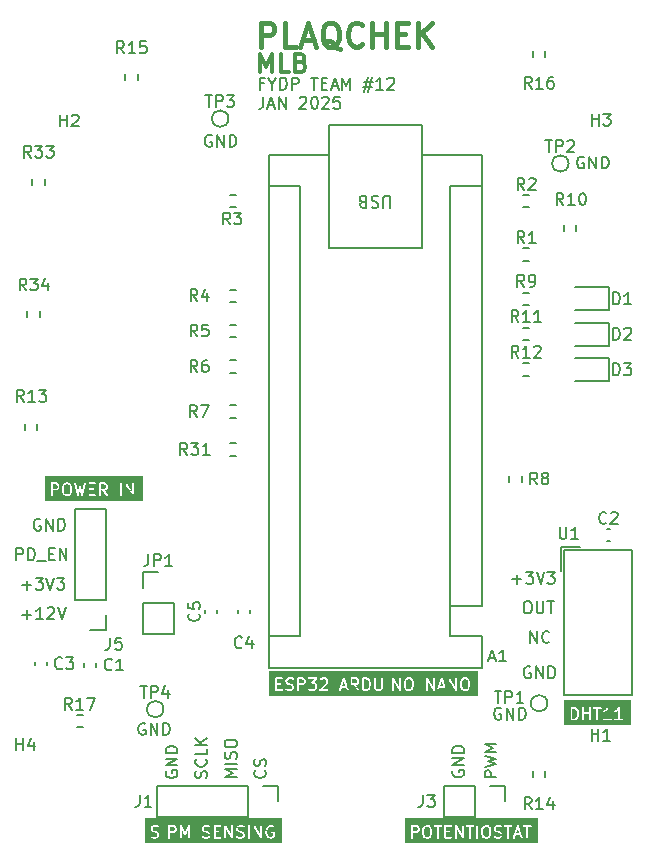
<source format=gbr>
%TF.GenerationSoftware,KiCad,Pcbnew,7.0.2-0*%
%TF.CreationDate,2025-01-08T13:47:24-05:00*%
%TF.ProjectId,plaqchek_mlb,706c6171-6368-4656-9b5f-6d6c622e6b69,rev?*%
%TF.SameCoordinates,Original*%
%TF.FileFunction,Legend,Top*%
%TF.FilePolarity,Positive*%
%FSLAX46Y46*%
G04 Gerber Fmt 4.6, Leading zero omitted, Abs format (unit mm)*
G04 Created by KiCad (PCBNEW 7.0.2-0) date 2025-01-08 13:47:24*
%MOMM*%
%LPD*%
G01*
G04 APERTURE LIST*
%ADD10C,0.153000*%
%ADD11C,0.300000*%
%ADD12C,0.400000*%
G04 APERTURE END LIST*
D10*
X163261904Y-67425238D02*
X163166666Y-67377619D01*
X163166666Y-67377619D02*
X163023809Y-67377619D01*
X163023809Y-67377619D02*
X162880952Y-67425238D01*
X162880952Y-67425238D02*
X162785714Y-67520476D01*
X162785714Y-67520476D02*
X162738095Y-67615714D01*
X162738095Y-67615714D02*
X162690476Y-67806190D01*
X162690476Y-67806190D02*
X162690476Y-67949047D01*
X162690476Y-67949047D02*
X162738095Y-68139523D01*
X162738095Y-68139523D02*
X162785714Y-68234761D01*
X162785714Y-68234761D02*
X162880952Y-68330000D01*
X162880952Y-68330000D02*
X163023809Y-68377619D01*
X163023809Y-68377619D02*
X163119047Y-68377619D01*
X163119047Y-68377619D02*
X163261904Y-68330000D01*
X163261904Y-68330000D02*
X163309523Y-68282380D01*
X163309523Y-68282380D02*
X163309523Y-67949047D01*
X163309523Y-67949047D02*
X163119047Y-67949047D01*
X163738095Y-68377619D02*
X163738095Y-67377619D01*
X163738095Y-67377619D02*
X164309523Y-68377619D01*
X164309523Y-68377619D02*
X164309523Y-67377619D01*
X164785714Y-68377619D02*
X164785714Y-67377619D01*
X164785714Y-67377619D02*
X165023809Y-67377619D01*
X165023809Y-67377619D02*
X165166666Y-67425238D01*
X165166666Y-67425238D02*
X165261904Y-67520476D01*
X165261904Y-67520476D02*
X165309523Y-67615714D01*
X165309523Y-67615714D02*
X165357142Y-67806190D01*
X165357142Y-67806190D02*
X165357142Y-67949047D01*
X165357142Y-67949047D02*
X165309523Y-68139523D01*
X165309523Y-68139523D02*
X165261904Y-68234761D01*
X165261904Y-68234761D02*
X165166666Y-68330000D01*
X165166666Y-68330000D02*
X165023809Y-68377619D01*
X165023809Y-68377619D02*
X164785714Y-68377619D01*
X167681428Y-63013809D02*
X167348095Y-63013809D01*
X167348095Y-63537619D02*
X167348095Y-62537619D01*
X167348095Y-62537619D02*
X167824285Y-62537619D01*
X168395714Y-63061428D02*
X168395714Y-63537619D01*
X168062381Y-62537619D02*
X168395714Y-63061428D01*
X168395714Y-63061428D02*
X168729047Y-62537619D01*
X169062381Y-63537619D02*
X169062381Y-62537619D01*
X169062381Y-62537619D02*
X169300476Y-62537619D01*
X169300476Y-62537619D02*
X169443333Y-62585238D01*
X169443333Y-62585238D02*
X169538571Y-62680476D01*
X169538571Y-62680476D02*
X169586190Y-62775714D01*
X169586190Y-62775714D02*
X169633809Y-62966190D01*
X169633809Y-62966190D02*
X169633809Y-63109047D01*
X169633809Y-63109047D02*
X169586190Y-63299523D01*
X169586190Y-63299523D02*
X169538571Y-63394761D01*
X169538571Y-63394761D02*
X169443333Y-63490000D01*
X169443333Y-63490000D02*
X169300476Y-63537619D01*
X169300476Y-63537619D02*
X169062381Y-63537619D01*
X170062381Y-63537619D02*
X170062381Y-62537619D01*
X170062381Y-62537619D02*
X170443333Y-62537619D01*
X170443333Y-62537619D02*
X170538571Y-62585238D01*
X170538571Y-62585238D02*
X170586190Y-62632857D01*
X170586190Y-62632857D02*
X170633809Y-62728095D01*
X170633809Y-62728095D02*
X170633809Y-62870952D01*
X170633809Y-62870952D02*
X170586190Y-62966190D01*
X170586190Y-62966190D02*
X170538571Y-63013809D01*
X170538571Y-63013809D02*
X170443333Y-63061428D01*
X170443333Y-63061428D02*
X170062381Y-63061428D01*
X171681429Y-62537619D02*
X172252857Y-62537619D01*
X171967143Y-63537619D02*
X171967143Y-62537619D01*
X172586191Y-63013809D02*
X172919524Y-63013809D01*
X173062381Y-63537619D02*
X172586191Y-63537619D01*
X172586191Y-63537619D02*
X172586191Y-62537619D01*
X172586191Y-62537619D02*
X173062381Y-62537619D01*
X173443334Y-63251904D02*
X173919524Y-63251904D01*
X173348096Y-63537619D02*
X173681429Y-62537619D01*
X173681429Y-62537619D02*
X174014762Y-63537619D01*
X174348096Y-63537619D02*
X174348096Y-62537619D01*
X174348096Y-62537619D02*
X174681429Y-63251904D01*
X174681429Y-63251904D02*
X175014762Y-62537619D01*
X175014762Y-62537619D02*
X175014762Y-63537619D01*
X176205239Y-62870952D02*
X176919524Y-62870952D01*
X176490953Y-62442380D02*
X176205239Y-63728095D01*
X176824286Y-63299523D02*
X176110001Y-63299523D01*
X176538572Y-63728095D02*
X176824286Y-62442380D01*
X177776667Y-63537619D02*
X177205239Y-63537619D01*
X177490953Y-63537619D02*
X177490953Y-62537619D01*
X177490953Y-62537619D02*
X177395715Y-62680476D01*
X177395715Y-62680476D02*
X177300477Y-62775714D01*
X177300477Y-62775714D02*
X177205239Y-62823333D01*
X178157620Y-62632857D02*
X178205239Y-62585238D01*
X178205239Y-62585238D02*
X178300477Y-62537619D01*
X178300477Y-62537619D02*
X178538572Y-62537619D01*
X178538572Y-62537619D02*
X178633810Y-62585238D01*
X178633810Y-62585238D02*
X178681429Y-62632857D01*
X178681429Y-62632857D02*
X178729048Y-62728095D01*
X178729048Y-62728095D02*
X178729048Y-62823333D01*
X178729048Y-62823333D02*
X178681429Y-62966190D01*
X178681429Y-62966190D02*
X178110001Y-63537619D01*
X178110001Y-63537619D02*
X178729048Y-63537619D01*
X167633809Y-64157619D02*
X167633809Y-64871904D01*
X167633809Y-64871904D02*
X167586190Y-65014761D01*
X167586190Y-65014761D02*
X167490952Y-65110000D01*
X167490952Y-65110000D02*
X167348095Y-65157619D01*
X167348095Y-65157619D02*
X167252857Y-65157619D01*
X168062381Y-64871904D02*
X168538571Y-64871904D01*
X167967143Y-65157619D02*
X168300476Y-64157619D01*
X168300476Y-64157619D02*
X168633809Y-65157619D01*
X168967143Y-65157619D02*
X168967143Y-64157619D01*
X168967143Y-64157619D02*
X169538571Y-65157619D01*
X169538571Y-65157619D02*
X169538571Y-64157619D01*
X170729048Y-64252857D02*
X170776667Y-64205238D01*
X170776667Y-64205238D02*
X170871905Y-64157619D01*
X170871905Y-64157619D02*
X171110000Y-64157619D01*
X171110000Y-64157619D02*
X171205238Y-64205238D01*
X171205238Y-64205238D02*
X171252857Y-64252857D01*
X171252857Y-64252857D02*
X171300476Y-64348095D01*
X171300476Y-64348095D02*
X171300476Y-64443333D01*
X171300476Y-64443333D02*
X171252857Y-64586190D01*
X171252857Y-64586190D02*
X170681429Y-65157619D01*
X170681429Y-65157619D02*
X171300476Y-65157619D01*
X171919524Y-64157619D02*
X172014762Y-64157619D01*
X172014762Y-64157619D02*
X172110000Y-64205238D01*
X172110000Y-64205238D02*
X172157619Y-64252857D01*
X172157619Y-64252857D02*
X172205238Y-64348095D01*
X172205238Y-64348095D02*
X172252857Y-64538571D01*
X172252857Y-64538571D02*
X172252857Y-64776666D01*
X172252857Y-64776666D02*
X172205238Y-64967142D01*
X172205238Y-64967142D02*
X172157619Y-65062380D01*
X172157619Y-65062380D02*
X172110000Y-65110000D01*
X172110000Y-65110000D02*
X172014762Y-65157619D01*
X172014762Y-65157619D02*
X171919524Y-65157619D01*
X171919524Y-65157619D02*
X171824286Y-65110000D01*
X171824286Y-65110000D02*
X171776667Y-65062380D01*
X171776667Y-65062380D02*
X171729048Y-64967142D01*
X171729048Y-64967142D02*
X171681429Y-64776666D01*
X171681429Y-64776666D02*
X171681429Y-64538571D01*
X171681429Y-64538571D02*
X171729048Y-64348095D01*
X171729048Y-64348095D02*
X171776667Y-64252857D01*
X171776667Y-64252857D02*
X171824286Y-64205238D01*
X171824286Y-64205238D02*
X171919524Y-64157619D01*
X172633810Y-64252857D02*
X172681429Y-64205238D01*
X172681429Y-64205238D02*
X172776667Y-64157619D01*
X172776667Y-64157619D02*
X173014762Y-64157619D01*
X173014762Y-64157619D02*
X173110000Y-64205238D01*
X173110000Y-64205238D02*
X173157619Y-64252857D01*
X173157619Y-64252857D02*
X173205238Y-64348095D01*
X173205238Y-64348095D02*
X173205238Y-64443333D01*
X173205238Y-64443333D02*
X173157619Y-64586190D01*
X173157619Y-64586190D02*
X172586191Y-65157619D01*
X172586191Y-65157619D02*
X173205238Y-65157619D01*
X174110000Y-64157619D02*
X173633810Y-64157619D01*
X173633810Y-64157619D02*
X173586191Y-64633809D01*
X173586191Y-64633809D02*
X173633810Y-64586190D01*
X173633810Y-64586190D02*
X173729048Y-64538571D01*
X173729048Y-64538571D02*
X173967143Y-64538571D01*
X173967143Y-64538571D02*
X174062381Y-64586190D01*
X174062381Y-64586190D02*
X174110000Y-64633809D01*
X174110000Y-64633809D02*
X174157619Y-64729047D01*
X174157619Y-64729047D02*
X174157619Y-64967142D01*
X174157619Y-64967142D02*
X174110000Y-65062380D01*
X174110000Y-65062380D02*
X174062381Y-65110000D01*
X174062381Y-65110000D02*
X173967143Y-65157619D01*
X173967143Y-65157619D02*
X173729048Y-65157619D01*
X173729048Y-65157619D02*
X173633810Y-65110000D01*
X173633810Y-65110000D02*
X173586191Y-65062380D01*
X187761904Y-115925238D02*
X187666666Y-115877619D01*
X187666666Y-115877619D02*
X187523809Y-115877619D01*
X187523809Y-115877619D02*
X187380952Y-115925238D01*
X187380952Y-115925238D02*
X187285714Y-116020476D01*
X187285714Y-116020476D02*
X187238095Y-116115714D01*
X187238095Y-116115714D02*
X187190476Y-116306190D01*
X187190476Y-116306190D02*
X187190476Y-116449047D01*
X187190476Y-116449047D02*
X187238095Y-116639523D01*
X187238095Y-116639523D02*
X187285714Y-116734761D01*
X187285714Y-116734761D02*
X187380952Y-116830000D01*
X187380952Y-116830000D02*
X187523809Y-116877619D01*
X187523809Y-116877619D02*
X187619047Y-116877619D01*
X187619047Y-116877619D02*
X187761904Y-116830000D01*
X187761904Y-116830000D02*
X187809523Y-116782380D01*
X187809523Y-116782380D02*
X187809523Y-116449047D01*
X187809523Y-116449047D02*
X187619047Y-116449047D01*
X188238095Y-116877619D02*
X188238095Y-115877619D01*
X188238095Y-115877619D02*
X188809523Y-116877619D01*
X188809523Y-116877619D02*
X188809523Y-115877619D01*
X189285714Y-116877619D02*
X189285714Y-115877619D01*
X189285714Y-115877619D02*
X189523809Y-115877619D01*
X189523809Y-115877619D02*
X189666666Y-115925238D01*
X189666666Y-115925238D02*
X189761904Y-116020476D01*
X189761904Y-116020476D02*
X189809523Y-116115714D01*
X189809523Y-116115714D02*
X189857142Y-116306190D01*
X189857142Y-116306190D02*
X189857142Y-116449047D01*
X189857142Y-116449047D02*
X189809523Y-116639523D01*
X189809523Y-116639523D02*
X189761904Y-116734761D01*
X189761904Y-116734761D02*
X189666666Y-116830000D01*
X189666666Y-116830000D02*
X189523809Y-116877619D01*
X189523809Y-116877619D02*
X189285714Y-116877619D01*
X183697028Y-121204021D02*
X183649409Y-121299259D01*
X183649409Y-121299259D02*
X183649409Y-121442116D01*
X183649409Y-121442116D02*
X183697028Y-121584973D01*
X183697028Y-121584973D02*
X183792266Y-121680211D01*
X183792266Y-121680211D02*
X183887504Y-121727830D01*
X183887504Y-121727830D02*
X184077980Y-121775449D01*
X184077980Y-121775449D02*
X184220837Y-121775449D01*
X184220837Y-121775449D02*
X184411313Y-121727830D01*
X184411313Y-121727830D02*
X184506551Y-121680211D01*
X184506551Y-121680211D02*
X184601790Y-121584973D01*
X184601790Y-121584973D02*
X184649409Y-121442116D01*
X184649409Y-121442116D02*
X184649409Y-121346878D01*
X184649409Y-121346878D02*
X184601790Y-121204021D01*
X184601790Y-121204021D02*
X184554170Y-121156402D01*
X184554170Y-121156402D02*
X184220837Y-121156402D01*
X184220837Y-121156402D02*
X184220837Y-121346878D01*
X184649409Y-120727830D02*
X183649409Y-120727830D01*
X183649409Y-120727830D02*
X184649409Y-120156402D01*
X184649409Y-120156402D02*
X183649409Y-120156402D01*
X184649409Y-119680211D02*
X183649409Y-119680211D01*
X183649409Y-119680211D02*
X183649409Y-119442116D01*
X183649409Y-119442116D02*
X183697028Y-119299259D01*
X183697028Y-119299259D02*
X183792266Y-119204021D01*
X183792266Y-119204021D02*
X183887504Y-119156402D01*
X183887504Y-119156402D02*
X184077980Y-119108783D01*
X184077980Y-119108783D02*
X184220837Y-119108783D01*
X184220837Y-119108783D02*
X184411313Y-119156402D01*
X184411313Y-119156402D02*
X184506551Y-119204021D01*
X184506551Y-119204021D02*
X184601790Y-119299259D01*
X184601790Y-119299259D02*
X184649409Y-119442116D01*
X184649409Y-119442116D02*
X184649409Y-119680211D01*
X190238095Y-110377619D02*
X190238095Y-109377619D01*
X190238095Y-109377619D02*
X190809523Y-110377619D01*
X190809523Y-110377619D02*
X190809523Y-109377619D01*
X191857142Y-110282380D02*
X191809523Y-110330000D01*
X191809523Y-110330000D02*
X191666666Y-110377619D01*
X191666666Y-110377619D02*
X191571428Y-110377619D01*
X191571428Y-110377619D02*
X191428571Y-110330000D01*
X191428571Y-110330000D02*
X191333333Y-110234761D01*
X191333333Y-110234761D02*
X191285714Y-110139523D01*
X191285714Y-110139523D02*
X191238095Y-109949047D01*
X191238095Y-109949047D02*
X191238095Y-109806190D01*
X191238095Y-109806190D02*
X191285714Y-109615714D01*
X191285714Y-109615714D02*
X191333333Y-109520476D01*
X191333333Y-109520476D02*
X191428571Y-109425238D01*
X191428571Y-109425238D02*
X191571428Y-109377619D01*
X191571428Y-109377619D02*
X191666666Y-109377619D01*
X191666666Y-109377619D02*
X191809523Y-109425238D01*
X191809523Y-109425238D02*
X191857142Y-109472857D01*
X165377619Y-121761904D02*
X164377619Y-121761904D01*
X164377619Y-121761904D02*
X165091904Y-121428571D01*
X165091904Y-121428571D02*
X164377619Y-121095238D01*
X164377619Y-121095238D02*
X165377619Y-121095238D01*
X165377619Y-120619047D02*
X164377619Y-120619047D01*
X165330000Y-120190476D02*
X165377619Y-120047619D01*
X165377619Y-120047619D02*
X165377619Y-119809524D01*
X165377619Y-119809524D02*
X165330000Y-119714286D01*
X165330000Y-119714286D02*
X165282380Y-119666667D01*
X165282380Y-119666667D02*
X165187142Y-119619048D01*
X165187142Y-119619048D02*
X165091904Y-119619048D01*
X165091904Y-119619048D02*
X164996666Y-119666667D01*
X164996666Y-119666667D02*
X164949047Y-119714286D01*
X164949047Y-119714286D02*
X164901428Y-119809524D01*
X164901428Y-119809524D02*
X164853809Y-120000000D01*
X164853809Y-120000000D02*
X164806190Y-120095238D01*
X164806190Y-120095238D02*
X164758571Y-120142857D01*
X164758571Y-120142857D02*
X164663333Y-120190476D01*
X164663333Y-120190476D02*
X164568095Y-120190476D01*
X164568095Y-120190476D02*
X164472857Y-120142857D01*
X164472857Y-120142857D02*
X164425238Y-120095238D01*
X164425238Y-120095238D02*
X164377619Y-120000000D01*
X164377619Y-120000000D02*
X164377619Y-119761905D01*
X164377619Y-119761905D02*
X164425238Y-119619048D01*
X164377619Y-119000000D02*
X164377619Y-118809524D01*
X164377619Y-118809524D02*
X164425238Y-118714286D01*
X164425238Y-118714286D02*
X164520476Y-118619048D01*
X164520476Y-118619048D02*
X164710952Y-118571429D01*
X164710952Y-118571429D02*
X165044285Y-118571429D01*
X165044285Y-118571429D02*
X165234761Y-118619048D01*
X165234761Y-118619048D02*
X165330000Y-118714286D01*
X165330000Y-118714286D02*
X165377619Y-118809524D01*
X165377619Y-118809524D02*
X165377619Y-119000000D01*
X165377619Y-119000000D02*
X165330000Y-119095238D01*
X165330000Y-119095238D02*
X165234761Y-119190476D01*
X165234761Y-119190476D02*
X165044285Y-119238095D01*
X165044285Y-119238095D02*
X164710952Y-119238095D01*
X164710952Y-119238095D02*
X164520476Y-119190476D01*
X164520476Y-119190476D02*
X164425238Y-119095238D01*
X164425238Y-119095238D02*
X164377619Y-119000000D01*
X189928571Y-106877619D02*
X190119047Y-106877619D01*
X190119047Y-106877619D02*
X190214285Y-106925238D01*
X190214285Y-106925238D02*
X190309523Y-107020476D01*
X190309523Y-107020476D02*
X190357142Y-107210952D01*
X190357142Y-107210952D02*
X190357142Y-107544285D01*
X190357142Y-107544285D02*
X190309523Y-107734761D01*
X190309523Y-107734761D02*
X190214285Y-107830000D01*
X190214285Y-107830000D02*
X190119047Y-107877619D01*
X190119047Y-107877619D02*
X189928571Y-107877619D01*
X189928571Y-107877619D02*
X189833333Y-107830000D01*
X189833333Y-107830000D02*
X189738095Y-107734761D01*
X189738095Y-107734761D02*
X189690476Y-107544285D01*
X189690476Y-107544285D02*
X189690476Y-107210952D01*
X189690476Y-107210952D02*
X189738095Y-107020476D01*
X189738095Y-107020476D02*
X189833333Y-106925238D01*
X189833333Y-106925238D02*
X189928571Y-106877619D01*
X190785714Y-106877619D02*
X190785714Y-107687142D01*
X190785714Y-107687142D02*
X190833333Y-107782380D01*
X190833333Y-107782380D02*
X190880952Y-107830000D01*
X190880952Y-107830000D02*
X190976190Y-107877619D01*
X190976190Y-107877619D02*
X191166666Y-107877619D01*
X191166666Y-107877619D02*
X191261904Y-107830000D01*
X191261904Y-107830000D02*
X191309523Y-107782380D01*
X191309523Y-107782380D02*
X191357142Y-107687142D01*
X191357142Y-107687142D02*
X191357142Y-106877619D01*
X191690476Y-106877619D02*
X192261904Y-106877619D01*
X191976190Y-107877619D02*
X191976190Y-106877619D01*
G36*
X160097540Y-125988109D02*
G01*
X160127604Y-126018174D01*
X160161594Y-126086153D01*
X160161594Y-126192892D01*
X160127602Y-126260875D01*
X160097541Y-126290936D01*
X160029559Y-126324928D01*
X159743166Y-126324928D01*
X159743166Y-125954119D01*
X160029559Y-125954119D01*
X160097540Y-125988109D01*
G37*
G36*
X169269142Y-127372357D02*
G01*
X157627643Y-127372357D01*
X157627643Y-126076653D01*
X158111207Y-126076653D01*
X158113976Y-126083329D01*
X158113976Y-126159214D01*
X158112007Y-126177453D01*
X158118997Y-126191433D01*
X158123403Y-126206438D01*
X158128866Y-126211172D01*
X158165381Y-126284201D01*
X158168118Y-126296781D01*
X158183024Y-126311687D01*
X158197380Y-126327121D01*
X158198827Y-126327491D01*
X158224838Y-126353501D01*
X158231411Y-126364568D01*
X158250256Y-126373990D01*
X158268766Y-126384097D01*
X158270255Y-126383990D01*
X158334552Y-126416138D01*
X158340606Y-126422577D01*
X158354252Y-126425988D01*
X158356579Y-126427152D01*
X158364883Y-126428646D01*
X158544728Y-126473607D01*
X158621350Y-126511918D01*
X158651414Y-126541983D01*
X158685404Y-126609962D01*
X158685404Y-126669083D01*
X158651413Y-126737064D01*
X158621350Y-126767128D01*
X158553369Y-126801119D01*
X158345747Y-126801119D01*
X158204232Y-126753947D01*
X158170793Y-126752738D01*
X158132147Y-126775644D01*
X158112020Y-126815809D01*
X158116801Y-126860478D01*
X158144974Y-126895471D01*
X158300042Y-126947160D01*
X158310870Y-126954119D01*
X158331940Y-126954119D01*
X158353015Y-126954881D01*
X158354301Y-126954119D01*
X158567310Y-126954119D01*
X158585548Y-126956088D01*
X158599528Y-126949097D01*
X158614533Y-126944692D01*
X158619267Y-126939228D01*
X158692296Y-126902713D01*
X158704877Y-126899977D01*
X158716234Y-126888619D01*
X159113976Y-126888619D01*
X159123403Y-126920724D01*
X159157355Y-126950144D01*
X159201823Y-126956537D01*
X159242688Y-126937875D01*
X159266976Y-126900082D01*
X159266976Y-126412775D01*
X159587748Y-126412775D01*
X159590166Y-126418069D01*
X159590166Y-126888619D01*
X159599593Y-126920724D01*
X159633545Y-126950144D01*
X159678013Y-126956537D01*
X159718878Y-126937875D01*
X159743166Y-126900082D01*
X159743166Y-126477928D01*
X160043500Y-126477928D01*
X160061738Y-126479897D01*
X160075718Y-126472906D01*
X160090723Y-126468501D01*
X160095457Y-126463037D01*
X160168486Y-126426522D01*
X160181066Y-126423786D01*
X160195972Y-126408879D01*
X160211406Y-126394524D01*
X160211776Y-126393076D01*
X160237786Y-126367065D01*
X160248853Y-126360493D01*
X160258275Y-126341647D01*
X160268382Y-126323138D01*
X160268275Y-126321648D01*
X160304674Y-126248850D01*
X160314594Y-126233415D01*
X160314594Y-126217781D01*
X160317363Y-126202394D01*
X160314594Y-126195717D01*
X160314594Y-126072212D01*
X160316563Y-126053974D01*
X160309572Y-126039992D01*
X160305167Y-126024990D01*
X160299704Y-126020256D01*
X160263188Y-125947224D01*
X160260452Y-125934647D01*
X160245556Y-125919751D01*
X160231190Y-125904307D01*
X160229741Y-125903936D01*
X160215419Y-125889614D01*
X160587844Y-125889614D01*
X160590166Y-125894589D01*
X160590166Y-126888619D01*
X160599593Y-126920724D01*
X160633545Y-126950144D01*
X160678013Y-126956537D01*
X160718878Y-126937875D01*
X160743166Y-126900082D01*
X160743166Y-126222447D01*
X160930401Y-126623666D01*
X160939316Y-126643619D01*
X160949445Y-126650247D01*
X160957447Y-126659329D01*
X160967853Y-126662292D01*
X160976908Y-126668217D01*
X160989011Y-126668316D01*
X161000655Y-126671632D01*
X161011012Y-126668497D01*
X161021831Y-126668587D01*
X161032068Y-126662126D01*
X161043655Y-126658620D01*
X161050673Y-126650384D01*
X161059823Y-126644610D01*
X161064941Y-126633642D01*
X161072794Y-126624428D01*
X161074245Y-126613703D01*
X161256832Y-126222447D01*
X161256832Y-126888619D01*
X161266259Y-126920724D01*
X161300211Y-126950144D01*
X161344679Y-126956537D01*
X161385544Y-126937875D01*
X161409832Y-126900082D01*
X161409832Y-126076653D01*
X162444540Y-126076653D01*
X162447309Y-126083329D01*
X162447309Y-126159214D01*
X162445340Y-126177453D01*
X162452330Y-126191433D01*
X162456736Y-126206438D01*
X162462199Y-126211172D01*
X162498714Y-126284201D01*
X162501451Y-126296781D01*
X162516357Y-126311687D01*
X162530713Y-126327121D01*
X162532160Y-126327491D01*
X162558171Y-126353501D01*
X162564744Y-126364568D01*
X162583589Y-126373990D01*
X162602099Y-126384097D01*
X162603588Y-126383990D01*
X162667885Y-126416138D01*
X162673939Y-126422577D01*
X162687585Y-126425988D01*
X162689912Y-126427152D01*
X162698216Y-126428646D01*
X162878061Y-126473607D01*
X162954683Y-126511918D01*
X162984747Y-126541983D01*
X163018737Y-126609962D01*
X163018737Y-126669083D01*
X162984746Y-126737064D01*
X162954683Y-126767128D01*
X162886702Y-126801119D01*
X162679080Y-126801119D01*
X162537565Y-126753947D01*
X162504126Y-126752738D01*
X162465480Y-126775644D01*
X162445353Y-126815809D01*
X162450134Y-126860478D01*
X162478307Y-126895471D01*
X162633375Y-126947160D01*
X162644203Y-126954119D01*
X162665273Y-126954119D01*
X162686348Y-126954881D01*
X162687634Y-126954119D01*
X162900643Y-126954119D01*
X162918881Y-126956088D01*
X162932861Y-126949097D01*
X162947866Y-126944692D01*
X162952600Y-126939228D01*
X163025629Y-126902713D01*
X163038210Y-126899977D01*
X163049220Y-126888966D01*
X163444891Y-126888966D01*
X163451949Y-126904421D01*
X163456736Y-126920724D01*
X163461134Y-126924535D01*
X163463553Y-126929831D01*
X163477847Y-126939017D01*
X163490688Y-126950144D01*
X163496449Y-126950972D01*
X163501346Y-126954119D01*
X163518337Y-126954119D01*
X163535156Y-126956537D01*
X163540451Y-126954119D01*
X164010999Y-126954119D01*
X164043104Y-126944692D01*
X164072524Y-126910740D01*
X164078917Y-126866272D01*
X164060255Y-126825407D01*
X164022462Y-126801119D01*
X163600309Y-126801119D01*
X163600309Y-126430309D01*
X163868142Y-126430309D01*
X163900247Y-126420882D01*
X163929667Y-126386930D01*
X163936060Y-126342462D01*
X163917398Y-126301597D01*
X163879605Y-126277309D01*
X163600309Y-126277309D01*
X163600309Y-125954119D01*
X164010999Y-125954119D01*
X164043104Y-125944692D01*
X164072524Y-125910740D01*
X164074633Y-125896070D01*
X164351006Y-125896070D01*
X164352071Y-125897933D01*
X164352071Y-126888619D01*
X164361498Y-126920724D01*
X164395450Y-126950144D01*
X164439918Y-126956537D01*
X164480783Y-126937875D01*
X164505071Y-126900082D01*
X164505071Y-126165684D01*
X164929125Y-126907780D01*
X164932926Y-126920724D01*
X164948398Y-126934130D01*
X164963149Y-126948322D01*
X164965255Y-126948737D01*
X164966878Y-126950144D01*
X164987138Y-126953056D01*
X165007224Y-126957021D01*
X165009221Y-126956231D01*
X165011346Y-126956537D01*
X165029973Y-126948030D01*
X165049005Y-126940509D01*
X165050257Y-126938767D01*
X165052211Y-126937875D01*
X165063279Y-126920651D01*
X165075227Y-126904032D01*
X165075338Y-126901887D01*
X165076499Y-126900082D01*
X165076499Y-126879613D01*
X165077564Y-126859168D01*
X165076499Y-126857304D01*
X165076499Y-126076653D01*
X165349302Y-126076653D01*
X165352071Y-126083329D01*
X165352071Y-126159214D01*
X165350102Y-126177453D01*
X165357092Y-126191433D01*
X165361498Y-126206438D01*
X165366961Y-126211172D01*
X165403476Y-126284201D01*
X165406213Y-126296781D01*
X165421119Y-126311687D01*
X165435475Y-126327121D01*
X165436922Y-126327491D01*
X165462933Y-126353501D01*
X165469506Y-126364568D01*
X165488351Y-126373990D01*
X165506861Y-126384097D01*
X165508350Y-126383990D01*
X165572647Y-126416138D01*
X165578701Y-126422577D01*
X165592347Y-126425988D01*
X165594674Y-126427152D01*
X165602978Y-126428646D01*
X165782823Y-126473607D01*
X165859445Y-126511918D01*
X165889509Y-126541983D01*
X165923499Y-126609962D01*
X165923499Y-126669083D01*
X165889508Y-126737064D01*
X165859445Y-126767128D01*
X165791464Y-126801119D01*
X165583842Y-126801119D01*
X165442327Y-126753947D01*
X165408888Y-126752738D01*
X165370242Y-126775644D01*
X165350115Y-126815809D01*
X165354896Y-126860478D01*
X165383069Y-126895471D01*
X165538137Y-126947160D01*
X165548965Y-126954119D01*
X165570035Y-126954119D01*
X165591110Y-126954881D01*
X165592396Y-126954119D01*
X165805405Y-126954119D01*
X165823643Y-126956088D01*
X165837623Y-126949097D01*
X165852628Y-126944692D01*
X165857362Y-126939228D01*
X165930391Y-126902713D01*
X165942972Y-126899977D01*
X165954329Y-126888619D01*
X166352071Y-126888619D01*
X166361498Y-126920724D01*
X166395450Y-126950144D01*
X166439918Y-126956537D01*
X166480783Y-126937875D01*
X166505071Y-126900082D01*
X166505071Y-125896070D01*
X166827196Y-125896070D01*
X166828261Y-125897933D01*
X166828261Y-126888619D01*
X166837688Y-126920724D01*
X166871640Y-126950144D01*
X166916108Y-126956537D01*
X166956973Y-126937875D01*
X166981261Y-126900082D01*
X166981261Y-126165684D01*
X167405315Y-126907780D01*
X167409116Y-126920724D01*
X167424588Y-126934130D01*
X167439339Y-126948322D01*
X167441445Y-126948737D01*
X167443068Y-126950144D01*
X167463328Y-126953056D01*
X167483414Y-126957021D01*
X167485411Y-126956231D01*
X167487536Y-126956537D01*
X167506163Y-126948030D01*
X167525195Y-126940509D01*
X167526447Y-126938767D01*
X167528401Y-126937875D01*
X167539469Y-126920651D01*
X167551417Y-126904032D01*
X167551528Y-126901887D01*
X167552689Y-126900082D01*
X167552689Y-126879613D01*
X167553754Y-126859168D01*
X167552689Y-126857304D01*
X167552689Y-126445809D01*
X167825097Y-126445809D01*
X167828261Y-126458464D01*
X167828261Y-126460047D01*
X167830922Y-126469112D01*
X167874859Y-126644857D01*
X167873911Y-126653643D01*
X167880200Y-126666221D01*
X167880832Y-126668748D01*
X167885105Y-126676032D01*
X167927284Y-126760389D01*
X167930021Y-126772971D01*
X167944940Y-126787891D01*
X167959284Y-126803311D01*
X167960730Y-126803680D01*
X168038229Y-126881180D01*
X168049735Y-126895471D01*
X168064565Y-126900414D01*
X168078289Y-126907908D01*
X168085498Y-126907392D01*
X168204803Y-126947160D01*
X168215631Y-126954119D01*
X168236701Y-126954119D01*
X168257776Y-126954881D01*
X168259062Y-126954119D01*
X168323739Y-126954119D01*
X168336213Y-126957297D01*
X168356210Y-126950630D01*
X168376437Y-126944692D01*
X168377415Y-126943562D01*
X168496470Y-126903877D01*
X168514400Y-126899977D01*
X168525455Y-126888920D01*
X168538292Y-126880000D01*
X168541055Y-126873321D01*
X168568141Y-126846233D01*
X168576020Y-126842636D01*
X168583719Y-126830656D01*
X168585680Y-126828695D01*
X168589639Y-126821443D01*
X168600308Y-126804843D01*
X168600308Y-126801905D01*
X168601716Y-126799327D01*
X168600308Y-126779640D01*
X168600308Y-126454518D01*
X168602726Y-126437700D01*
X168595667Y-126422244D01*
X168590881Y-126405942D01*
X168586482Y-126402130D01*
X168584064Y-126396835D01*
X168569769Y-126387648D01*
X168556929Y-126376522D01*
X168551167Y-126375693D01*
X168546271Y-126372547D01*
X168529280Y-126372547D01*
X168512461Y-126370129D01*
X168507166Y-126372547D01*
X168322332Y-126372547D01*
X168290227Y-126381974D01*
X168260807Y-126415926D01*
X168254414Y-126460394D01*
X168273076Y-126501259D01*
X168310869Y-126525547D01*
X168447308Y-126525547D01*
X168447308Y-126750693D01*
X168434865Y-126763135D01*
X168320917Y-126801119D01*
X168250508Y-126801119D01*
X168136560Y-126763136D01*
X168062870Y-126689444D01*
X168024559Y-126612823D01*
X167981261Y-126439629D01*
X167981261Y-126315608D01*
X168024559Y-126142413D01*
X168062870Y-126065791D01*
X168136560Y-125992101D01*
X168250508Y-125954119D01*
X168362892Y-125954119D01*
X168451816Y-125998581D01*
X168484747Y-126004507D01*
X168526245Y-125987296D01*
X168551850Y-125950382D01*
X168553433Y-125905485D01*
X168530492Y-125866860D01*
X168418849Y-125811038D01*
X168403414Y-125801119D01*
X168387780Y-125801119D01*
X168372393Y-125798350D01*
X168365717Y-125801119D01*
X168247686Y-125801119D01*
X168235212Y-125797941D01*
X168215206Y-125804609D01*
X168194989Y-125810546D01*
X168194010Y-125811674D01*
X168074951Y-125851361D01*
X168057027Y-125855261D01*
X168045973Y-125866314D01*
X168033134Y-125875238D01*
X168030370Y-125881917D01*
X167952688Y-125959599D01*
X167941621Y-125966173D01*
X167932198Y-125985017D01*
X167922091Y-126003528D01*
X167922197Y-126005019D01*
X167890050Y-126069314D01*
X167883612Y-126075368D01*
X167880200Y-126089013D01*
X167879037Y-126091341D01*
X167877542Y-126099646D01*
X167833598Y-126275421D01*
X167828261Y-126283727D01*
X167828261Y-126296772D01*
X167827877Y-126298308D01*
X167828261Y-126307754D01*
X167828261Y-126436456D01*
X167825097Y-126445809D01*
X167552689Y-126445809D01*
X167552689Y-125866619D01*
X167543262Y-125834514D01*
X167509310Y-125805094D01*
X167464842Y-125798701D01*
X167423977Y-125817363D01*
X167399689Y-125855156D01*
X167399689Y-126589553D01*
X166975634Y-125847457D01*
X166971834Y-125834514D01*
X166956361Y-125821107D01*
X166941611Y-125806916D01*
X166939504Y-125806500D01*
X166937882Y-125805094D01*
X166917621Y-125802181D01*
X166897536Y-125798217D01*
X166895538Y-125799006D01*
X166893414Y-125798701D01*
X166874786Y-125807207D01*
X166855755Y-125814729D01*
X166854503Y-125816470D01*
X166852549Y-125817363D01*
X166841476Y-125834591D01*
X166829533Y-125851207D01*
X166829421Y-125853350D01*
X166828261Y-125855156D01*
X166828261Y-125875625D01*
X166827196Y-125896070D01*
X166505071Y-125896070D01*
X166505071Y-125866619D01*
X166495644Y-125834514D01*
X166461692Y-125805094D01*
X166417224Y-125798701D01*
X166376359Y-125817363D01*
X166352071Y-125855156D01*
X166352071Y-126888619D01*
X165954329Y-126888619D01*
X165957883Y-126885065D01*
X165973311Y-126870715D01*
X165973681Y-126869266D01*
X165999690Y-126843256D01*
X166010758Y-126836683D01*
X166020182Y-126817834D01*
X166030288Y-126799327D01*
X166030181Y-126797836D01*
X166066579Y-126725040D01*
X166076499Y-126709605D01*
X166076499Y-126693971D01*
X166079268Y-126678584D01*
X166076499Y-126671907D01*
X166076499Y-126596021D01*
X166078468Y-126577783D01*
X166071477Y-126563801D01*
X166067072Y-126548799D01*
X166061609Y-126544065D01*
X166025093Y-126471033D01*
X166022357Y-126458456D01*
X166007461Y-126443560D01*
X165993095Y-126428116D01*
X165991646Y-126427745D01*
X165965637Y-126401736D01*
X165959064Y-126390669D01*
X165940219Y-126381246D01*
X165921709Y-126371139D01*
X165920217Y-126371245D01*
X165855922Y-126339098D01*
X165849869Y-126332660D01*
X165836222Y-126329248D01*
X165833896Y-126328085D01*
X165825590Y-126326590D01*
X165645746Y-126281629D01*
X165569124Y-126243318D01*
X165539062Y-126213256D01*
X165505071Y-126145274D01*
X165505071Y-126086154D01*
X165539061Y-126018172D01*
X165569126Y-125988108D01*
X165637105Y-125954119D01*
X165844727Y-125954119D01*
X165986243Y-126001291D01*
X166019681Y-126002500D01*
X166058328Y-125979594D01*
X166078455Y-125939429D01*
X166073673Y-125894760D01*
X166045500Y-125859767D01*
X165890432Y-125808077D01*
X165879605Y-125801119D01*
X165858535Y-125801119D01*
X165837459Y-125800357D01*
X165836173Y-125801119D01*
X165623164Y-125801119D01*
X165604926Y-125799150D01*
X165590944Y-125806140D01*
X165575942Y-125810546D01*
X165571208Y-125816008D01*
X165498176Y-125852524D01*
X165485599Y-125855261D01*
X165470703Y-125870156D01*
X165455259Y-125884523D01*
X165454888Y-125885971D01*
X165428879Y-125911980D01*
X165417812Y-125918554D01*
X165408389Y-125937398D01*
X165398282Y-125955909D01*
X165398388Y-125957400D01*
X165361990Y-126030196D01*
X165352071Y-126045632D01*
X165352071Y-126061265D01*
X165349302Y-126076653D01*
X165076499Y-126076653D01*
X165076499Y-125866619D01*
X165067072Y-125834514D01*
X165033120Y-125805094D01*
X164988652Y-125798701D01*
X164947787Y-125817363D01*
X164923499Y-125855156D01*
X164923499Y-126589553D01*
X164499444Y-125847457D01*
X164495644Y-125834514D01*
X164480171Y-125821107D01*
X164465421Y-125806916D01*
X164463314Y-125806500D01*
X164461692Y-125805094D01*
X164441431Y-125802181D01*
X164421346Y-125798217D01*
X164419348Y-125799006D01*
X164417224Y-125798701D01*
X164398596Y-125807207D01*
X164379565Y-125814729D01*
X164378313Y-125816470D01*
X164376359Y-125817363D01*
X164365286Y-125834591D01*
X164353343Y-125851207D01*
X164353231Y-125853350D01*
X164352071Y-125855156D01*
X164352071Y-125875625D01*
X164351006Y-125896070D01*
X164074633Y-125896070D01*
X164078917Y-125866272D01*
X164060255Y-125825407D01*
X164022462Y-125801119D01*
X163529281Y-125801119D01*
X163512462Y-125798701D01*
X163497006Y-125805759D01*
X163480704Y-125810546D01*
X163476892Y-125814944D01*
X163471597Y-125817363D01*
X163462410Y-125831657D01*
X163451284Y-125844498D01*
X163450455Y-125850259D01*
X163447309Y-125855156D01*
X163447309Y-125872147D01*
X163444891Y-125888966D01*
X163447309Y-125894260D01*
X163447309Y-126348337D01*
X163444891Y-126365156D01*
X163447309Y-126370450D01*
X163447309Y-126872147D01*
X163444891Y-126888966D01*
X163049220Y-126888966D01*
X163053121Y-126885065D01*
X163068549Y-126870715D01*
X163068919Y-126869266D01*
X163094928Y-126843256D01*
X163105996Y-126836683D01*
X163115420Y-126817834D01*
X163125526Y-126799327D01*
X163125419Y-126797836D01*
X163161817Y-126725040D01*
X163171737Y-126709605D01*
X163171737Y-126693971D01*
X163174506Y-126678584D01*
X163171737Y-126671907D01*
X163171737Y-126596021D01*
X163173706Y-126577783D01*
X163166715Y-126563801D01*
X163162310Y-126548799D01*
X163156847Y-126544065D01*
X163120331Y-126471033D01*
X163117595Y-126458456D01*
X163102699Y-126443560D01*
X163088333Y-126428116D01*
X163086884Y-126427745D01*
X163060875Y-126401736D01*
X163054302Y-126390669D01*
X163035457Y-126381246D01*
X163016947Y-126371139D01*
X163015455Y-126371245D01*
X162951160Y-126339098D01*
X162945107Y-126332660D01*
X162931461Y-126329248D01*
X162929134Y-126328085D01*
X162920828Y-126326590D01*
X162740985Y-126281629D01*
X162664362Y-126243318D01*
X162634300Y-126213256D01*
X162600309Y-126145273D01*
X162600309Y-126086154D01*
X162634299Y-126018172D01*
X162664364Y-125988108D01*
X162732343Y-125954119D01*
X162939965Y-125954119D01*
X163081481Y-126001291D01*
X163114919Y-126002500D01*
X163153566Y-125979594D01*
X163173693Y-125939429D01*
X163168911Y-125894760D01*
X163140738Y-125859767D01*
X162985670Y-125808077D01*
X162974843Y-125801119D01*
X162953773Y-125801119D01*
X162932697Y-125800357D01*
X162931411Y-125801119D01*
X162718402Y-125801119D01*
X162700164Y-125799150D01*
X162686182Y-125806140D01*
X162671180Y-125810546D01*
X162666446Y-125816008D01*
X162593414Y-125852524D01*
X162580837Y-125855261D01*
X162565941Y-125870156D01*
X162550497Y-125884523D01*
X162550126Y-125885971D01*
X162524117Y-125911980D01*
X162513050Y-125918554D01*
X162503627Y-125937398D01*
X162493520Y-125955909D01*
X162493626Y-125957400D01*
X162457228Y-126030196D01*
X162447309Y-126045632D01*
X162447309Y-126061265D01*
X162444540Y-126076653D01*
X161409832Y-126076653D01*
X161409832Y-125883408D01*
X161412341Y-125866922D01*
X161405280Y-125851117D01*
X161400405Y-125834514D01*
X161396256Y-125830919D01*
X161394016Y-125825904D01*
X161379530Y-125816425D01*
X161366453Y-125805094D01*
X161361018Y-125804312D01*
X161356423Y-125801306D01*
X161339113Y-125801163D01*
X161321985Y-125798701D01*
X161316991Y-125800981D01*
X161311500Y-125800936D01*
X161296860Y-125810174D01*
X161281120Y-125817363D01*
X161278152Y-125821981D01*
X161273508Y-125824912D01*
X161266187Y-125840597D01*
X161256832Y-125855156D01*
X161256832Y-125860646D01*
X160999998Y-126411003D01*
X160738437Y-125850515D01*
X160733739Y-125834514D01*
X160720658Y-125823179D01*
X160709218Y-125810194D01*
X160703937Y-125808690D01*
X160699787Y-125805094D01*
X160682654Y-125802630D01*
X160666010Y-125797892D01*
X160660753Y-125799482D01*
X160655319Y-125798701D01*
X160639575Y-125805890D01*
X160623010Y-125810903D01*
X160619448Y-125815082D01*
X160614454Y-125817363D01*
X160605096Y-125831923D01*
X160593871Y-125845096D01*
X160593134Y-125850537D01*
X160590166Y-125855156D01*
X160590166Y-125872462D01*
X160587844Y-125889614D01*
X160215419Y-125889614D01*
X160203732Y-125877927D01*
X160197159Y-125866860D01*
X160178314Y-125857437D01*
X160159804Y-125847330D01*
X160158312Y-125847436D01*
X160085516Y-125811038D01*
X160070081Y-125801119D01*
X160054447Y-125801119D01*
X160039060Y-125798350D01*
X160032384Y-125801119D01*
X159672138Y-125801119D01*
X159655319Y-125798701D01*
X159639863Y-125805759D01*
X159623561Y-125810546D01*
X159619749Y-125814944D01*
X159614454Y-125817363D01*
X159605267Y-125831657D01*
X159594141Y-125844498D01*
X159593312Y-125850259D01*
X159590166Y-125855156D01*
X159590166Y-125872147D01*
X159587748Y-125888966D01*
X159590166Y-125894260D01*
X159590166Y-126395956D01*
X159587748Y-126412775D01*
X159266976Y-126412775D01*
X159266976Y-125866619D01*
X159257549Y-125834514D01*
X159223597Y-125805094D01*
X159179129Y-125798701D01*
X159138264Y-125817363D01*
X159113976Y-125855156D01*
X159113976Y-126888619D01*
X158716234Y-126888619D01*
X158719788Y-126885065D01*
X158735216Y-126870715D01*
X158735586Y-126869266D01*
X158761595Y-126843256D01*
X158772663Y-126836683D01*
X158782087Y-126817834D01*
X158792193Y-126799327D01*
X158792086Y-126797836D01*
X158828484Y-126725040D01*
X158838404Y-126709605D01*
X158838404Y-126693971D01*
X158841173Y-126678584D01*
X158838404Y-126671907D01*
X158838404Y-126596021D01*
X158840373Y-126577783D01*
X158833382Y-126563801D01*
X158828977Y-126548799D01*
X158823514Y-126544065D01*
X158786998Y-126471033D01*
X158784262Y-126458456D01*
X158769366Y-126443560D01*
X158755000Y-126428116D01*
X158753551Y-126427745D01*
X158727542Y-126401736D01*
X158720969Y-126390669D01*
X158702124Y-126381246D01*
X158683614Y-126371139D01*
X158682122Y-126371245D01*
X158617827Y-126339098D01*
X158611774Y-126332660D01*
X158598128Y-126329248D01*
X158595801Y-126328085D01*
X158587495Y-126326590D01*
X158407652Y-126281629D01*
X158331028Y-126243318D01*
X158300967Y-126213256D01*
X158266976Y-126145273D01*
X158266976Y-126086154D01*
X158300966Y-126018172D01*
X158331031Y-125988108D01*
X158399010Y-125954119D01*
X158606632Y-125954119D01*
X158748148Y-126001291D01*
X158781586Y-126002500D01*
X158820233Y-125979594D01*
X158840360Y-125939429D01*
X158835578Y-125894760D01*
X158807405Y-125859767D01*
X158652337Y-125808077D01*
X158641510Y-125801119D01*
X158620440Y-125801119D01*
X158599364Y-125800357D01*
X158598078Y-125801119D01*
X158385069Y-125801119D01*
X158366831Y-125799150D01*
X158352849Y-125806140D01*
X158337847Y-125810546D01*
X158333113Y-125816008D01*
X158260081Y-125852524D01*
X158247504Y-125855261D01*
X158232608Y-125870156D01*
X158217164Y-125884523D01*
X158216793Y-125885971D01*
X158190784Y-125911980D01*
X158179717Y-125918554D01*
X158170294Y-125937398D01*
X158160187Y-125955909D01*
X158160293Y-125957400D01*
X158123895Y-126030196D01*
X158113976Y-126045632D01*
X158113976Y-126061265D01*
X158111207Y-126076653D01*
X157627643Y-126076653D01*
X157627643Y-125245143D01*
X169269142Y-125245143D01*
X169269142Y-127372357D01*
G37*
X162830000Y-121809523D02*
X162877619Y-121666666D01*
X162877619Y-121666666D02*
X162877619Y-121428571D01*
X162877619Y-121428571D02*
X162830000Y-121333333D01*
X162830000Y-121333333D02*
X162782380Y-121285714D01*
X162782380Y-121285714D02*
X162687142Y-121238095D01*
X162687142Y-121238095D02*
X162591904Y-121238095D01*
X162591904Y-121238095D02*
X162496666Y-121285714D01*
X162496666Y-121285714D02*
X162449047Y-121333333D01*
X162449047Y-121333333D02*
X162401428Y-121428571D01*
X162401428Y-121428571D02*
X162353809Y-121619047D01*
X162353809Y-121619047D02*
X162306190Y-121714285D01*
X162306190Y-121714285D02*
X162258571Y-121761904D01*
X162258571Y-121761904D02*
X162163333Y-121809523D01*
X162163333Y-121809523D02*
X162068095Y-121809523D01*
X162068095Y-121809523D02*
X161972857Y-121761904D01*
X161972857Y-121761904D02*
X161925238Y-121714285D01*
X161925238Y-121714285D02*
X161877619Y-121619047D01*
X161877619Y-121619047D02*
X161877619Y-121380952D01*
X161877619Y-121380952D02*
X161925238Y-121238095D01*
X162782380Y-120238095D02*
X162830000Y-120285714D01*
X162830000Y-120285714D02*
X162877619Y-120428571D01*
X162877619Y-120428571D02*
X162877619Y-120523809D01*
X162877619Y-120523809D02*
X162830000Y-120666666D01*
X162830000Y-120666666D02*
X162734761Y-120761904D01*
X162734761Y-120761904D02*
X162639523Y-120809523D01*
X162639523Y-120809523D02*
X162449047Y-120857142D01*
X162449047Y-120857142D02*
X162306190Y-120857142D01*
X162306190Y-120857142D02*
X162115714Y-120809523D01*
X162115714Y-120809523D02*
X162020476Y-120761904D01*
X162020476Y-120761904D02*
X161925238Y-120666666D01*
X161925238Y-120666666D02*
X161877619Y-120523809D01*
X161877619Y-120523809D02*
X161877619Y-120428571D01*
X161877619Y-120428571D02*
X161925238Y-120285714D01*
X161925238Y-120285714D02*
X161972857Y-120238095D01*
X162877619Y-119333333D02*
X162877619Y-119809523D01*
X162877619Y-119809523D02*
X161877619Y-119809523D01*
X162877619Y-118999999D02*
X161877619Y-118999999D01*
X162877619Y-118428571D02*
X162306190Y-118857142D01*
X161877619Y-118428571D02*
X162449047Y-118999999D01*
D11*
X167407142Y-62026428D02*
X167407142Y-60526428D01*
X167407142Y-60526428D02*
X167907142Y-61597857D01*
X167907142Y-61597857D02*
X168407142Y-60526428D01*
X168407142Y-60526428D02*
X168407142Y-62026428D01*
X169835714Y-62026428D02*
X169121428Y-62026428D01*
X169121428Y-62026428D02*
X169121428Y-60526428D01*
X170835714Y-61240714D02*
X171050000Y-61312142D01*
X171050000Y-61312142D02*
X171121429Y-61383571D01*
X171121429Y-61383571D02*
X171192857Y-61526428D01*
X171192857Y-61526428D02*
X171192857Y-61740714D01*
X171192857Y-61740714D02*
X171121429Y-61883571D01*
X171121429Y-61883571D02*
X171050000Y-61955000D01*
X171050000Y-61955000D02*
X170907143Y-62026428D01*
X170907143Y-62026428D02*
X170335714Y-62026428D01*
X170335714Y-62026428D02*
X170335714Y-60526428D01*
X170335714Y-60526428D02*
X170835714Y-60526428D01*
X170835714Y-60526428D02*
X170978572Y-60597857D01*
X170978572Y-60597857D02*
X171050000Y-60669285D01*
X171050000Y-60669285D02*
X171121429Y-60812142D01*
X171121429Y-60812142D02*
X171121429Y-60955000D01*
X171121429Y-60955000D02*
X171050000Y-61097857D01*
X171050000Y-61097857D02*
X170978572Y-61169285D01*
X170978572Y-61169285D02*
X170835714Y-61240714D01*
X170835714Y-61240714D02*
X170335714Y-61240714D01*
D10*
X188738095Y-104996666D02*
X189500000Y-104996666D01*
X189119047Y-105377619D02*
X189119047Y-104615714D01*
X189880952Y-104377619D02*
X190499999Y-104377619D01*
X190499999Y-104377619D02*
X190166666Y-104758571D01*
X190166666Y-104758571D02*
X190309523Y-104758571D01*
X190309523Y-104758571D02*
X190404761Y-104806190D01*
X190404761Y-104806190D02*
X190452380Y-104853809D01*
X190452380Y-104853809D02*
X190499999Y-104949047D01*
X190499999Y-104949047D02*
X190499999Y-105187142D01*
X190499999Y-105187142D02*
X190452380Y-105282380D01*
X190452380Y-105282380D02*
X190404761Y-105330000D01*
X190404761Y-105330000D02*
X190309523Y-105377619D01*
X190309523Y-105377619D02*
X190023809Y-105377619D01*
X190023809Y-105377619D02*
X189928571Y-105330000D01*
X189928571Y-105330000D02*
X189880952Y-105282380D01*
X190785714Y-104377619D02*
X191119047Y-105377619D01*
X191119047Y-105377619D02*
X191452380Y-104377619D01*
X191690476Y-104377619D02*
X192309523Y-104377619D01*
X192309523Y-104377619D02*
X191976190Y-104758571D01*
X191976190Y-104758571D02*
X192119047Y-104758571D01*
X192119047Y-104758571D02*
X192214285Y-104806190D01*
X192214285Y-104806190D02*
X192261904Y-104853809D01*
X192261904Y-104853809D02*
X192309523Y-104949047D01*
X192309523Y-104949047D02*
X192309523Y-105187142D01*
X192309523Y-105187142D02*
X192261904Y-105282380D01*
X192261904Y-105282380D02*
X192214285Y-105330000D01*
X192214285Y-105330000D02*
X192119047Y-105377619D01*
X192119047Y-105377619D02*
X191833333Y-105377619D01*
X191833333Y-105377619D02*
X191738095Y-105330000D01*
X191738095Y-105330000D02*
X191690476Y-105282380D01*
G36*
X189322433Y-126515404D02*
G01*
X189058520Y-126515404D01*
X189190476Y-126119534D01*
X189322433Y-126515404D01*
G37*
G36*
X181668970Y-125988109D02*
G01*
X181740446Y-126059586D01*
X181780642Y-126220369D01*
X181780642Y-126534867D01*
X181740446Y-126695650D01*
X181668969Y-126767128D01*
X181600988Y-126801119D01*
X181446630Y-126801119D01*
X181378648Y-126767128D01*
X181307171Y-126695650D01*
X181266976Y-126534866D01*
X181266976Y-126220370D01*
X181307172Y-126059585D01*
X181378648Y-125988109D01*
X181446629Y-125954119D01*
X181600988Y-125954119D01*
X181668970Y-125988109D01*
G37*
G36*
X186668970Y-125988109D02*
G01*
X186740446Y-126059586D01*
X186780642Y-126220369D01*
X186780642Y-126534866D01*
X186740446Y-126695650D01*
X186668969Y-126767128D01*
X186600988Y-126801119D01*
X186446630Y-126801119D01*
X186378648Y-126767128D01*
X186307171Y-126695650D01*
X186266976Y-126534867D01*
X186266976Y-126220370D01*
X186307172Y-126059585D01*
X186378648Y-125988109D01*
X186446629Y-125954119D01*
X186600988Y-125954119D01*
X186668970Y-125988109D01*
G37*
G36*
X180668969Y-125988109D02*
G01*
X180699033Y-126018174D01*
X180733023Y-126086153D01*
X180733023Y-126192893D01*
X180699032Y-126260875D01*
X180668970Y-126290936D01*
X180600988Y-126324928D01*
X180314595Y-126324928D01*
X180314595Y-125954119D01*
X180600988Y-125954119D01*
X180668969Y-125988109D01*
G37*
G36*
X190935810Y-127372357D02*
G01*
X179627643Y-127372357D01*
X179627643Y-126412775D01*
X180159177Y-126412775D01*
X180161595Y-126418069D01*
X180161595Y-126888619D01*
X180171022Y-126920724D01*
X180204974Y-126950144D01*
X180249442Y-126956537D01*
X180290307Y-126937875D01*
X180314595Y-126900082D01*
X180314595Y-126541047D01*
X181110812Y-126541047D01*
X181113976Y-126553702D01*
X181113976Y-126555285D01*
X181116637Y-126564350D01*
X181163587Y-126752146D01*
X181168117Y-126772971D01*
X181177072Y-126781926D01*
X181183479Y-126792846D01*
X181192627Y-126797482D01*
X181272457Y-126877312D01*
X181279030Y-126888378D01*
X181297867Y-126897796D01*
X181316385Y-126907908D01*
X181317876Y-126907801D01*
X181390672Y-126944199D01*
X181406108Y-126954119D01*
X181421742Y-126954119D01*
X181437129Y-126956888D01*
X181443805Y-126954119D01*
X181614929Y-126954119D01*
X181633167Y-126956088D01*
X181647147Y-126949097D01*
X181662152Y-126944692D01*
X181666886Y-126939228D01*
X181739915Y-126902713D01*
X181752495Y-126899977D01*
X181767397Y-126885074D01*
X181782835Y-126870715D01*
X181783205Y-126869266D01*
X181862773Y-126789697D01*
X181878291Y-126775107D01*
X181881362Y-126762822D01*
X181887431Y-126751708D01*
X181886699Y-126741474D01*
X181928304Y-126575052D01*
X181933642Y-126566748D01*
X181933642Y-126553703D01*
X181934026Y-126552168D01*
X181933641Y-126542721D01*
X181933642Y-126223542D01*
X181936806Y-126214190D01*
X181933642Y-126201534D01*
X181933642Y-126199952D01*
X181930980Y-126190887D01*
X181884025Y-126003067D01*
X181879500Y-125982266D01*
X181870548Y-125973314D01*
X181864139Y-125962390D01*
X181854985Y-125957751D01*
X181786200Y-125888966D01*
X182063939Y-125888966D01*
X182082601Y-125929831D01*
X182120394Y-125954119D01*
X182352071Y-125954119D01*
X182352071Y-126888619D01*
X182361498Y-126920724D01*
X182395450Y-126950144D01*
X182439918Y-126956537D01*
X182480783Y-126937875D01*
X182505071Y-126900082D01*
X182505071Y-126888966D01*
X182968701Y-126888966D01*
X182975759Y-126904421D01*
X182980546Y-126920724D01*
X182984944Y-126924535D01*
X182987363Y-126929831D01*
X183001657Y-126939017D01*
X183014498Y-126950144D01*
X183020259Y-126950972D01*
X183025156Y-126954119D01*
X183042147Y-126954119D01*
X183058966Y-126956537D01*
X183064261Y-126954119D01*
X183534809Y-126954119D01*
X183566914Y-126944692D01*
X183596334Y-126910740D01*
X183602727Y-126866272D01*
X183584065Y-126825407D01*
X183546272Y-126801119D01*
X183124119Y-126801119D01*
X183124119Y-126430309D01*
X183391952Y-126430309D01*
X183424057Y-126420882D01*
X183453477Y-126386930D01*
X183459870Y-126342462D01*
X183441208Y-126301597D01*
X183403415Y-126277309D01*
X183124119Y-126277309D01*
X183124119Y-125954119D01*
X183534809Y-125954119D01*
X183566914Y-125944692D01*
X183596334Y-125910740D01*
X183598443Y-125896070D01*
X183874816Y-125896070D01*
X183875881Y-125897933D01*
X183875881Y-126888619D01*
X183885308Y-126920724D01*
X183919260Y-126950144D01*
X183963728Y-126956537D01*
X184004593Y-126937875D01*
X184028881Y-126900082D01*
X184028881Y-126165684D01*
X184452935Y-126907780D01*
X184456736Y-126920724D01*
X184472208Y-126934130D01*
X184486959Y-126948322D01*
X184489065Y-126948737D01*
X184490688Y-126950144D01*
X184510948Y-126953056D01*
X184531034Y-126957021D01*
X184533031Y-126956231D01*
X184535156Y-126956537D01*
X184553783Y-126948030D01*
X184572815Y-126940509D01*
X184574067Y-126938767D01*
X184576021Y-126937875D01*
X184587089Y-126920651D01*
X184599037Y-126904032D01*
X184599148Y-126901887D01*
X184600309Y-126900082D01*
X184600309Y-126879613D01*
X184601374Y-126859168D01*
X184600309Y-126857304D01*
X184600309Y-125888966D01*
X184778225Y-125888966D01*
X184796887Y-125929831D01*
X184834680Y-125954119D01*
X185066357Y-125954119D01*
X185066357Y-126888619D01*
X185075784Y-126920724D01*
X185109736Y-126950144D01*
X185154204Y-126956537D01*
X185195069Y-126937875D01*
X185219357Y-126900082D01*
X185219357Y-126888619D01*
X185685405Y-126888619D01*
X185694832Y-126920724D01*
X185728784Y-126950144D01*
X185773252Y-126956537D01*
X185814117Y-126937875D01*
X185838405Y-126900082D01*
X185838405Y-126541047D01*
X186110812Y-126541047D01*
X186113976Y-126553702D01*
X186113976Y-126555285D01*
X186116637Y-126564350D01*
X186163587Y-126752146D01*
X186168117Y-126772971D01*
X186177072Y-126781926D01*
X186183479Y-126792846D01*
X186192627Y-126797482D01*
X186272457Y-126877312D01*
X186279030Y-126888378D01*
X186297867Y-126897796D01*
X186316385Y-126907908D01*
X186317876Y-126907801D01*
X186390672Y-126944199D01*
X186406108Y-126954119D01*
X186421742Y-126954119D01*
X186437129Y-126956888D01*
X186443805Y-126954119D01*
X186614929Y-126954119D01*
X186633167Y-126956088D01*
X186647147Y-126949097D01*
X186662152Y-126944692D01*
X186666886Y-126939228D01*
X186739915Y-126902713D01*
X186752495Y-126899977D01*
X186767397Y-126885074D01*
X186782835Y-126870715D01*
X186783205Y-126869266D01*
X186862773Y-126789697D01*
X186878291Y-126775107D01*
X186881362Y-126762822D01*
X186887431Y-126751708D01*
X186886699Y-126741474D01*
X186928304Y-126575052D01*
X186933642Y-126566748D01*
X186933642Y-126553703D01*
X186934026Y-126552168D01*
X186933641Y-126542721D01*
X186933642Y-126223542D01*
X186936806Y-126214190D01*
X186933642Y-126201533D01*
X186933642Y-126199952D01*
X186930980Y-126190887D01*
X186902421Y-126076653D01*
X187158826Y-126076653D01*
X187161595Y-126083329D01*
X187161595Y-126159214D01*
X187159626Y-126177453D01*
X187166616Y-126191433D01*
X187171022Y-126206438D01*
X187176485Y-126211172D01*
X187213000Y-126284201D01*
X187215737Y-126296781D01*
X187230643Y-126311687D01*
X187244999Y-126327121D01*
X187246446Y-126327491D01*
X187272457Y-126353501D01*
X187279030Y-126364568D01*
X187297875Y-126373990D01*
X187316385Y-126384097D01*
X187317874Y-126383990D01*
X187382171Y-126416138D01*
X187388225Y-126422577D01*
X187401871Y-126425988D01*
X187404198Y-126427152D01*
X187412502Y-126428646D01*
X187592347Y-126473607D01*
X187668969Y-126511918D01*
X187699033Y-126541983D01*
X187733023Y-126609961D01*
X187733023Y-126669083D01*
X187699032Y-126737064D01*
X187668969Y-126767128D01*
X187600988Y-126801119D01*
X187393366Y-126801119D01*
X187251851Y-126753947D01*
X187218412Y-126752738D01*
X187179766Y-126775644D01*
X187159639Y-126815809D01*
X187164420Y-126860478D01*
X187192593Y-126895471D01*
X187347661Y-126947160D01*
X187358489Y-126954119D01*
X187379559Y-126954119D01*
X187400634Y-126954881D01*
X187401920Y-126954119D01*
X187614929Y-126954119D01*
X187633167Y-126956088D01*
X187647147Y-126949097D01*
X187662152Y-126944692D01*
X187666886Y-126939228D01*
X187739915Y-126902713D01*
X187752496Y-126899977D01*
X187767407Y-126885065D01*
X187782835Y-126870715D01*
X187783205Y-126869266D01*
X187809214Y-126843256D01*
X187820282Y-126836683D01*
X187829706Y-126817834D01*
X187839812Y-126799327D01*
X187839705Y-126797836D01*
X187876103Y-126725040D01*
X187886023Y-126709605D01*
X187886023Y-126693971D01*
X187888792Y-126678584D01*
X187886023Y-126671907D01*
X187886023Y-126596021D01*
X187887992Y-126577783D01*
X187881001Y-126563801D01*
X187876596Y-126548799D01*
X187871133Y-126544065D01*
X187834617Y-126471033D01*
X187831881Y-126458456D01*
X187816985Y-126443560D01*
X187802619Y-126428116D01*
X187801170Y-126427745D01*
X187775161Y-126401736D01*
X187768588Y-126390669D01*
X187749743Y-126381246D01*
X187731233Y-126371139D01*
X187729741Y-126371245D01*
X187665446Y-126339098D01*
X187659393Y-126332660D01*
X187645746Y-126329248D01*
X187643420Y-126328085D01*
X187635114Y-126326590D01*
X187455270Y-126281629D01*
X187378648Y-126243318D01*
X187348586Y-126213255D01*
X187314595Y-126145274D01*
X187314595Y-126086154D01*
X187348585Y-126018172D01*
X187378650Y-125988108D01*
X187446629Y-125954119D01*
X187654251Y-125954119D01*
X187795767Y-126001291D01*
X187829205Y-126002500D01*
X187867852Y-125979594D01*
X187887979Y-125939429D01*
X187883197Y-125894760D01*
X187878532Y-125888966D01*
X188016320Y-125888966D01*
X188034982Y-125929831D01*
X188072775Y-125954119D01*
X188304452Y-125954119D01*
X188304452Y-126888619D01*
X188313879Y-126920724D01*
X188347831Y-126950144D01*
X188392299Y-126956537D01*
X188433164Y-126937875D01*
X188457452Y-126900082D01*
X188457452Y-126897302D01*
X188779881Y-126897302D01*
X188802787Y-126935948D01*
X188842952Y-126956075D01*
X188887621Y-126951294D01*
X188922614Y-126923121D01*
X189007520Y-126668404D01*
X189373433Y-126668404D01*
X189454713Y-126912245D01*
X189473809Y-126939722D01*
X189515322Y-126956896D01*
X189559530Y-126948899D01*
X189592396Y-126918272D01*
X189603487Y-126874737D01*
X189506867Y-126584878D01*
X189507489Y-126580557D01*
X189499854Y-126563839D01*
X189274896Y-125888966D01*
X189635368Y-125888966D01*
X189654030Y-125929831D01*
X189691823Y-125954119D01*
X189923500Y-125954119D01*
X189923500Y-126888619D01*
X189932927Y-126920724D01*
X189966879Y-126950144D01*
X190011347Y-126956537D01*
X190052212Y-126937875D01*
X190076500Y-126900082D01*
X190076500Y-125954119D01*
X190296714Y-125954119D01*
X190328819Y-125944692D01*
X190358239Y-125910740D01*
X190364632Y-125866272D01*
X190345970Y-125825407D01*
X190308177Y-125801119D01*
X190005472Y-125801119D01*
X189988653Y-125798701D01*
X189983358Y-125801119D01*
X189703286Y-125801119D01*
X189671181Y-125810546D01*
X189641761Y-125844498D01*
X189635368Y-125888966D01*
X189274896Y-125888966D01*
X189267426Y-125866555D01*
X189267738Y-125857937D01*
X189260461Y-125845659D01*
X189259572Y-125842992D01*
X189254871Y-125836229D01*
X189244832Y-125819290D01*
X189242172Y-125817957D01*
X189240476Y-125815516D01*
X189222271Y-125807984D01*
X189204667Y-125799163D01*
X189201712Y-125799479D01*
X189198963Y-125798342D01*
X189179574Y-125801849D01*
X189159998Y-125803945D01*
X189157682Y-125805809D01*
X189154755Y-125806339D01*
X189140341Y-125819770D01*
X189125005Y-125832118D01*
X189124064Y-125834938D01*
X189121889Y-125836966D01*
X189117025Y-125856057D01*
X188884613Y-126553292D01*
X188879856Y-126558783D01*
X188877635Y-126574225D01*
X188781090Y-126863863D01*
X188779881Y-126897302D01*
X188457452Y-126897302D01*
X188457452Y-125954119D01*
X188677666Y-125954119D01*
X188709771Y-125944692D01*
X188739191Y-125910740D01*
X188745584Y-125866272D01*
X188726922Y-125825407D01*
X188689129Y-125801119D01*
X188386424Y-125801119D01*
X188369605Y-125798701D01*
X188364310Y-125801119D01*
X188084238Y-125801119D01*
X188052133Y-125810546D01*
X188022713Y-125844498D01*
X188016320Y-125888966D01*
X187878532Y-125888966D01*
X187855024Y-125859767D01*
X187699956Y-125808077D01*
X187689129Y-125801119D01*
X187668059Y-125801119D01*
X187646983Y-125800357D01*
X187645697Y-125801119D01*
X187432688Y-125801119D01*
X187414450Y-125799150D01*
X187400468Y-125806140D01*
X187385466Y-125810546D01*
X187380732Y-125816008D01*
X187307700Y-125852524D01*
X187295123Y-125855261D01*
X187280227Y-125870156D01*
X187264783Y-125884523D01*
X187264412Y-125885971D01*
X187238403Y-125911980D01*
X187227336Y-125918554D01*
X187217913Y-125937398D01*
X187207806Y-125955909D01*
X187207912Y-125957400D01*
X187171514Y-126030196D01*
X187161595Y-126045632D01*
X187161595Y-126061265D01*
X187158826Y-126076653D01*
X186902421Y-126076653D01*
X186884025Y-126003067D01*
X186879500Y-125982266D01*
X186870548Y-125973314D01*
X186864139Y-125962390D01*
X186854985Y-125957751D01*
X186775161Y-125877927D01*
X186768588Y-125866860D01*
X186749743Y-125857437D01*
X186731233Y-125847330D01*
X186729741Y-125847436D01*
X186656945Y-125811038D01*
X186641510Y-125801119D01*
X186625876Y-125801119D01*
X186610489Y-125798350D01*
X186603813Y-125801119D01*
X186432688Y-125801119D01*
X186414450Y-125799150D01*
X186400468Y-125806140D01*
X186385466Y-125810546D01*
X186380732Y-125816008D01*
X186307700Y-125852524D01*
X186295123Y-125855261D01*
X186280227Y-125870156D01*
X186264783Y-125884523D01*
X186264412Y-125885971D01*
X186184846Y-125965537D01*
X186169327Y-125980130D01*
X186166256Y-125992413D01*
X186160187Y-126003528D01*
X186160918Y-126013762D01*
X186119313Y-126180183D01*
X186113976Y-126188489D01*
X186113976Y-126201534D01*
X186113592Y-126203070D01*
X186113976Y-126212516D01*
X186113976Y-126531694D01*
X186110812Y-126541047D01*
X185838405Y-126541047D01*
X185838405Y-125866619D01*
X185828978Y-125834514D01*
X185795026Y-125805094D01*
X185750558Y-125798701D01*
X185709693Y-125817363D01*
X185685405Y-125855156D01*
X185685405Y-126888619D01*
X185219357Y-126888619D01*
X185219357Y-125954119D01*
X185439571Y-125954119D01*
X185471676Y-125944692D01*
X185501096Y-125910740D01*
X185507489Y-125866272D01*
X185488827Y-125825407D01*
X185451034Y-125801119D01*
X185148329Y-125801119D01*
X185131510Y-125798701D01*
X185126215Y-125801119D01*
X184846143Y-125801119D01*
X184814038Y-125810546D01*
X184784618Y-125844498D01*
X184778225Y-125888966D01*
X184600309Y-125888966D01*
X184600309Y-125866619D01*
X184590882Y-125834514D01*
X184556930Y-125805094D01*
X184512462Y-125798701D01*
X184471597Y-125817363D01*
X184447309Y-125855156D01*
X184447309Y-126589553D01*
X184023254Y-125847457D01*
X184019454Y-125834514D01*
X184003981Y-125821107D01*
X183989231Y-125806916D01*
X183987124Y-125806500D01*
X183985502Y-125805094D01*
X183965241Y-125802181D01*
X183945156Y-125798217D01*
X183943158Y-125799006D01*
X183941034Y-125798701D01*
X183922406Y-125807207D01*
X183903375Y-125814729D01*
X183902123Y-125816470D01*
X183900169Y-125817363D01*
X183889096Y-125834591D01*
X183877153Y-125851207D01*
X183877041Y-125853350D01*
X183875881Y-125855156D01*
X183875881Y-125875625D01*
X183874816Y-125896070D01*
X183598443Y-125896070D01*
X183602727Y-125866272D01*
X183584065Y-125825407D01*
X183546272Y-125801119D01*
X183053091Y-125801119D01*
X183036272Y-125798701D01*
X183020816Y-125805759D01*
X183004514Y-125810546D01*
X183000702Y-125814944D01*
X182995407Y-125817363D01*
X182986220Y-125831657D01*
X182975094Y-125844498D01*
X182974265Y-125850259D01*
X182971119Y-125855156D01*
X182971119Y-125872147D01*
X182968701Y-125888966D01*
X182971119Y-125894260D01*
X182971119Y-126348337D01*
X182968701Y-126365156D01*
X182971119Y-126370450D01*
X182971119Y-126872147D01*
X182968701Y-126888966D01*
X182505071Y-126888966D01*
X182505071Y-125954119D01*
X182725285Y-125954119D01*
X182757390Y-125944692D01*
X182786810Y-125910740D01*
X182793203Y-125866272D01*
X182774541Y-125825407D01*
X182736748Y-125801119D01*
X182434043Y-125801119D01*
X182417224Y-125798701D01*
X182411929Y-125801119D01*
X182131857Y-125801119D01*
X182099752Y-125810546D01*
X182070332Y-125844498D01*
X182063939Y-125888966D01*
X181786200Y-125888966D01*
X181775161Y-125877927D01*
X181768588Y-125866860D01*
X181749743Y-125857437D01*
X181731233Y-125847330D01*
X181729741Y-125847436D01*
X181656945Y-125811038D01*
X181641510Y-125801119D01*
X181625876Y-125801119D01*
X181610489Y-125798350D01*
X181603813Y-125801119D01*
X181432688Y-125801119D01*
X181414450Y-125799150D01*
X181400468Y-125806140D01*
X181385466Y-125810546D01*
X181380732Y-125816008D01*
X181307700Y-125852524D01*
X181295123Y-125855261D01*
X181280227Y-125870156D01*
X181264783Y-125884523D01*
X181264412Y-125885971D01*
X181184846Y-125965537D01*
X181169327Y-125980130D01*
X181166256Y-125992413D01*
X181160187Y-126003528D01*
X181160918Y-126013762D01*
X181119313Y-126180183D01*
X181113976Y-126188489D01*
X181113976Y-126201533D01*
X181113592Y-126203070D01*
X181113976Y-126212516D01*
X181113976Y-126531694D01*
X181110812Y-126541047D01*
X180314595Y-126541047D01*
X180314595Y-126477928D01*
X180614929Y-126477928D01*
X180633167Y-126479897D01*
X180647147Y-126472906D01*
X180662152Y-126468501D01*
X180666886Y-126463037D01*
X180739915Y-126426522D01*
X180752495Y-126423786D01*
X180767401Y-126408879D01*
X180782835Y-126394524D01*
X180783205Y-126393076D01*
X180809215Y-126367065D01*
X180820282Y-126360493D01*
X180829704Y-126341647D01*
X180839811Y-126323138D01*
X180839704Y-126321648D01*
X180876103Y-126248850D01*
X180886023Y-126233415D01*
X180886023Y-126217781D01*
X180888792Y-126202394D01*
X180886023Y-126195717D01*
X180886023Y-126072212D01*
X180887992Y-126053974D01*
X180881001Y-126039992D01*
X180876596Y-126024990D01*
X180871133Y-126020256D01*
X180834617Y-125947224D01*
X180831881Y-125934647D01*
X180816985Y-125919751D01*
X180802619Y-125904307D01*
X180801170Y-125903936D01*
X180775161Y-125877927D01*
X180768588Y-125866860D01*
X180749743Y-125857437D01*
X180731233Y-125847330D01*
X180729741Y-125847436D01*
X180656945Y-125811038D01*
X180641510Y-125801119D01*
X180625876Y-125801119D01*
X180610489Y-125798350D01*
X180603813Y-125801119D01*
X180243567Y-125801119D01*
X180226748Y-125798701D01*
X180211292Y-125805759D01*
X180194990Y-125810546D01*
X180191178Y-125814944D01*
X180185883Y-125817363D01*
X180176696Y-125831657D01*
X180165570Y-125844498D01*
X180164741Y-125850259D01*
X180161595Y-125855156D01*
X180161595Y-125872147D01*
X180159177Y-125888966D01*
X180161595Y-125894260D01*
X180161595Y-126395956D01*
X180159177Y-126412775D01*
X179627643Y-126412775D01*
X179627643Y-125245143D01*
X190935810Y-125245143D01*
X190935810Y-127372357D01*
G37*
G36*
X194077724Y-115992102D02*
G01*
X194151414Y-116065792D01*
X194189724Y-116142412D01*
X194233023Y-116315607D01*
X194233023Y-116439629D01*
X194189724Y-116612822D01*
X194151413Y-116689444D01*
X194077723Y-116763135D01*
X193963775Y-116801119D01*
X193814595Y-116801119D01*
X193814595Y-115954119D01*
X193963775Y-115954119D01*
X194077724Y-115992102D01*
G37*
G36*
X198769143Y-117372357D02*
G01*
X193127643Y-117372357D01*
X193127643Y-116888966D01*
X193659177Y-116888966D01*
X193666235Y-116904421D01*
X193671022Y-116920724D01*
X193675420Y-116924535D01*
X193677839Y-116929831D01*
X193692133Y-116939017D01*
X193704974Y-116950144D01*
X193710735Y-116950972D01*
X193715632Y-116954119D01*
X193732623Y-116954119D01*
X193749442Y-116956537D01*
X193754737Y-116954119D01*
X193966597Y-116954119D01*
X193979071Y-116957297D01*
X193999068Y-116950630D01*
X194019295Y-116944692D01*
X194020273Y-116943562D01*
X194139330Y-116903876D01*
X194157257Y-116899977D01*
X194168311Y-116888922D01*
X194181150Y-116880000D01*
X194183913Y-116873320D01*
X194261595Y-116795637D01*
X194272663Y-116789064D01*
X194282087Y-116770215D01*
X194292193Y-116751708D01*
X194292086Y-116750217D01*
X194324233Y-116685922D01*
X194330672Y-116679869D01*
X194334083Y-116666222D01*
X194335247Y-116663896D01*
X194336741Y-116655591D01*
X194380685Y-116479814D01*
X194386023Y-116471510D01*
X194386023Y-116458465D01*
X194386407Y-116456930D01*
X194386023Y-116447483D01*
X194386023Y-116365156D01*
X194659177Y-116365156D01*
X194661595Y-116370450D01*
X194661595Y-116888619D01*
X194671022Y-116920724D01*
X194704974Y-116950144D01*
X194749442Y-116956537D01*
X194790307Y-116937875D01*
X194814595Y-116900082D01*
X194814595Y-116430309D01*
X195233023Y-116430309D01*
X195233023Y-116888619D01*
X195242450Y-116920724D01*
X195276402Y-116950144D01*
X195320870Y-116956537D01*
X195361735Y-116937875D01*
X195386023Y-116900082D01*
X195386023Y-116359280D01*
X195388441Y-116342462D01*
X195386023Y-116337167D01*
X195386023Y-115888966D01*
X195563939Y-115888966D01*
X195582601Y-115929831D01*
X195620394Y-115954119D01*
X195852071Y-115954119D01*
X195852071Y-116888619D01*
X195861498Y-116920724D01*
X195895450Y-116950144D01*
X195939918Y-116956537D01*
X195980783Y-116937875D01*
X196005071Y-116900082D01*
X196005071Y-116166143D01*
X196420320Y-116166143D01*
X196434488Y-116208775D01*
X196469455Y-116236980D01*
X196514120Y-116241802D01*
X196620868Y-116188427D01*
X196633448Y-116185691D01*
X196648351Y-116170787D01*
X196663788Y-116156429D01*
X196664158Y-116154980D01*
X196709214Y-116109925D01*
X196709214Y-116801119D01*
X196489000Y-116801119D01*
X196456895Y-116810546D01*
X196427475Y-116844498D01*
X196421082Y-116888966D01*
X196439744Y-116929831D01*
X196477537Y-116954119D01*
X196780242Y-116954119D01*
X196797061Y-116956537D01*
X196802356Y-116954119D01*
X197082428Y-116954119D01*
X197114533Y-116944692D01*
X197143953Y-116910740D01*
X197150346Y-116866272D01*
X197131684Y-116825407D01*
X197093891Y-116801119D01*
X196862214Y-116801119D01*
X196862214Y-116166143D01*
X197372701Y-116166143D01*
X197386869Y-116208775D01*
X197421836Y-116236980D01*
X197466501Y-116241802D01*
X197573249Y-116188427D01*
X197585829Y-116185691D01*
X197600732Y-116170787D01*
X197616169Y-116156429D01*
X197616539Y-116154980D01*
X197661594Y-116109925D01*
X197661595Y-116801119D01*
X197441381Y-116801119D01*
X197409276Y-116810546D01*
X197379856Y-116844498D01*
X197373463Y-116888966D01*
X197392125Y-116929831D01*
X197429918Y-116954119D01*
X197732623Y-116954119D01*
X197749442Y-116956537D01*
X197754737Y-116954119D01*
X198034809Y-116954119D01*
X198066914Y-116944692D01*
X198096334Y-116910740D01*
X198102727Y-116866272D01*
X198084065Y-116825407D01*
X198046272Y-116801119D01*
X197814595Y-116801119D01*
X197814595Y-115889277D01*
X197817814Y-115878959D01*
X197814594Y-115867273D01*
X197814595Y-115866619D01*
X197811681Y-115856695D01*
X197805883Y-115835647D01*
X197805364Y-115835181D01*
X197805168Y-115834514D01*
X197788679Y-115820226D01*
X197772430Y-115805661D01*
X197771742Y-115805550D01*
X197771216Y-115805094D01*
X197749627Y-115801990D01*
X197728076Y-115798521D01*
X197727436Y-115798800D01*
X197726748Y-115798701D01*
X197706900Y-115807764D01*
X197686904Y-115816494D01*
X197686517Y-115817073D01*
X197685883Y-115817363D01*
X197674063Y-115835754D01*
X197583405Y-115971740D01*
X197502304Y-116052842D01*
X197408330Y-116099829D01*
X197383831Y-116122618D01*
X197372701Y-116166143D01*
X196862214Y-116166143D01*
X196862214Y-115889277D01*
X196865433Y-115878959D01*
X196862214Y-115867273D01*
X196862214Y-115866619D01*
X196859300Y-115856695D01*
X196853502Y-115835647D01*
X196852983Y-115835181D01*
X196852787Y-115834514D01*
X196836298Y-115820226D01*
X196820049Y-115805661D01*
X196819361Y-115805550D01*
X196818835Y-115805094D01*
X196797246Y-115801990D01*
X196775695Y-115798521D01*
X196775055Y-115798800D01*
X196774367Y-115798701D01*
X196754519Y-115807764D01*
X196734523Y-115816494D01*
X196734136Y-115817073D01*
X196733502Y-115817363D01*
X196721682Y-115835754D01*
X196631024Y-115971740D01*
X196549922Y-116052842D01*
X196455949Y-116099829D01*
X196431450Y-116122618D01*
X196420320Y-116166143D01*
X196005071Y-116166143D01*
X196005071Y-115954119D01*
X196225285Y-115954119D01*
X196257390Y-115944692D01*
X196286810Y-115910740D01*
X196293203Y-115866272D01*
X196274541Y-115825407D01*
X196236748Y-115801119D01*
X195934043Y-115801119D01*
X195917224Y-115798701D01*
X195911929Y-115801119D01*
X195631857Y-115801119D01*
X195599752Y-115810546D01*
X195570332Y-115844498D01*
X195563939Y-115888966D01*
X195386023Y-115888966D01*
X195386023Y-115866619D01*
X195376596Y-115834514D01*
X195342644Y-115805094D01*
X195298176Y-115798701D01*
X195257311Y-115817363D01*
X195233023Y-115855156D01*
X195233023Y-116277309D01*
X194814595Y-116277309D01*
X194814595Y-115866619D01*
X194805168Y-115834514D01*
X194771216Y-115805094D01*
X194726748Y-115798701D01*
X194685883Y-115817363D01*
X194661595Y-115855156D01*
X194661595Y-116348337D01*
X194659177Y-116365156D01*
X194386023Y-116365156D01*
X194386023Y-116318780D01*
X194389187Y-116309428D01*
X194386023Y-116296771D01*
X194386023Y-116295190D01*
X194383361Y-116286125D01*
X194339424Y-116110378D01*
X194340373Y-116101593D01*
X194334083Y-116089013D01*
X194333452Y-116086488D01*
X194329178Y-116079203D01*
X194286998Y-115994843D01*
X194284262Y-115982266D01*
X194269366Y-115967370D01*
X194255000Y-115951926D01*
X194253551Y-115951555D01*
X194176052Y-115874056D01*
X194164548Y-115859767D01*
X194149718Y-115854823D01*
X194135995Y-115847330D01*
X194128784Y-115847845D01*
X194009480Y-115808077D01*
X193998653Y-115801119D01*
X193977583Y-115801119D01*
X193956507Y-115800357D01*
X193955221Y-115801119D01*
X193743567Y-115801119D01*
X193726748Y-115798701D01*
X193711292Y-115805759D01*
X193694990Y-115810546D01*
X193691178Y-115814944D01*
X193685883Y-115817363D01*
X193676696Y-115831657D01*
X193665570Y-115844498D01*
X193664741Y-115850259D01*
X193661595Y-115855156D01*
X193661595Y-115872147D01*
X193659177Y-115888966D01*
X193661595Y-115894260D01*
X193661595Y-116872147D01*
X193659177Y-116888966D01*
X193127643Y-116888966D01*
X193127643Y-115245143D01*
X198769143Y-115245143D01*
X198769143Y-117372357D01*
G37*
G36*
X151168970Y-96988109D02*
G01*
X151240446Y-97059586D01*
X151280642Y-97220369D01*
X151280642Y-97534866D01*
X151240446Y-97695650D01*
X151168969Y-97767128D01*
X151100988Y-97801119D01*
X150946630Y-97801119D01*
X150878648Y-97767128D01*
X150807171Y-97695650D01*
X150766976Y-97534867D01*
X150766976Y-97220370D01*
X150807172Y-97059585D01*
X150878648Y-96988109D01*
X150946629Y-96954119D01*
X151100988Y-96954119D01*
X151168970Y-96988109D01*
G37*
G36*
X150168969Y-96988109D02*
G01*
X150199033Y-97018174D01*
X150233023Y-97086153D01*
X150233023Y-97192893D01*
X150199032Y-97260875D01*
X150168970Y-97290936D01*
X150100988Y-97324928D01*
X149814595Y-97324928D01*
X149814595Y-96954119D01*
X150100988Y-96954119D01*
X150168969Y-96988109D01*
G37*
G36*
X154264207Y-96988109D02*
G01*
X154294271Y-97018174D01*
X154328261Y-97086153D01*
X154328261Y-97192893D01*
X154294270Y-97260874D01*
X154264207Y-97290937D01*
X154196226Y-97324928D01*
X154075382Y-97324928D01*
X154056972Y-97323020D01*
X154053196Y-97324928D01*
X153909833Y-97324928D01*
X153909833Y-96954119D01*
X154196226Y-96954119D01*
X154264207Y-96988109D01*
G37*
G36*
X157435809Y-98372357D02*
G01*
X149127643Y-98372357D01*
X149127643Y-97412775D01*
X149659177Y-97412775D01*
X149661595Y-97418069D01*
X149661595Y-97888619D01*
X149671022Y-97920724D01*
X149704974Y-97950144D01*
X149749442Y-97956537D01*
X149790307Y-97937875D01*
X149814595Y-97900082D01*
X149814595Y-97541047D01*
X150610812Y-97541047D01*
X150613976Y-97553702D01*
X150613976Y-97555285D01*
X150616637Y-97564350D01*
X150663587Y-97752146D01*
X150668117Y-97772971D01*
X150677072Y-97781926D01*
X150683479Y-97792846D01*
X150692627Y-97797482D01*
X150772457Y-97877312D01*
X150779030Y-97888378D01*
X150797867Y-97897796D01*
X150816385Y-97907908D01*
X150817876Y-97907801D01*
X150890672Y-97944199D01*
X150906108Y-97954119D01*
X150921742Y-97954119D01*
X150937129Y-97956888D01*
X150943805Y-97954119D01*
X151114929Y-97954119D01*
X151133167Y-97956088D01*
X151147147Y-97949097D01*
X151162152Y-97944692D01*
X151166886Y-97939228D01*
X151239915Y-97902713D01*
X151252495Y-97899977D01*
X151267397Y-97885074D01*
X151282835Y-97870715D01*
X151283205Y-97869266D01*
X151362773Y-97789697D01*
X151378291Y-97775107D01*
X151381362Y-97762822D01*
X151387431Y-97751708D01*
X151386699Y-97741474D01*
X151428304Y-97575052D01*
X151433642Y-97566748D01*
X151433642Y-97553703D01*
X151434026Y-97552168D01*
X151433641Y-97542721D01*
X151433642Y-97223542D01*
X151436806Y-97214190D01*
X151433642Y-97201533D01*
X151433642Y-97199952D01*
X151430980Y-97190887D01*
X151384025Y-97003067D01*
X151379500Y-96982266D01*
X151370548Y-96973314D01*
X151364139Y-96962390D01*
X151354985Y-96957751D01*
X151275161Y-96877927D01*
X151272523Y-96873486D01*
X151610853Y-96873486D01*
X151852295Y-97887542D01*
X151852656Y-97901986D01*
X151863617Y-97918139D01*
X151873306Y-97935087D01*
X151876106Y-97936545D01*
X151877881Y-97939161D01*
X151895837Y-97946824D01*
X151913149Y-97955843D01*
X151916295Y-97955556D01*
X151919201Y-97956796D01*
X151938451Y-97953535D01*
X151957888Y-97951763D01*
X151960378Y-97949821D01*
X151963494Y-97949294D01*
X151977925Y-97936143D01*
X151993320Y-97924143D01*
X151994366Y-97921161D01*
X151996700Y-97919035D01*
X152001727Y-97900180D01*
X152008194Y-97881752D01*
X152007461Y-97878677D01*
X152119046Y-97460233D01*
X152233541Y-97889588D01*
X152234290Y-97904016D01*
X152245677Y-97919865D01*
X152255821Y-97936551D01*
X152258660Y-97937934D01*
X152260504Y-97940500D01*
X152278649Y-97947674D01*
X152296207Y-97956230D01*
X152299346Y-97955858D01*
X152302282Y-97957019D01*
X152321429Y-97953244D01*
X152340821Y-97950949D01*
X152343258Y-97948941D01*
X152346359Y-97948330D01*
X152360428Y-97934799D01*
X152375498Y-97922388D01*
X152376463Y-97919378D01*
X152378740Y-97917190D01*
X152383260Y-97898205D01*
X152386226Y-97888966D01*
X152849653Y-97888966D01*
X152856711Y-97904421D01*
X152861498Y-97920724D01*
X152865896Y-97924535D01*
X152868315Y-97929831D01*
X152882609Y-97939017D01*
X152895450Y-97950144D01*
X152901211Y-97950972D01*
X152906108Y-97954119D01*
X152923099Y-97954119D01*
X152939918Y-97956537D01*
X152945213Y-97954119D01*
X153415761Y-97954119D01*
X153447866Y-97944692D01*
X153477286Y-97910740D01*
X153483679Y-97866272D01*
X153465017Y-97825407D01*
X153427224Y-97801119D01*
X153005071Y-97801119D01*
X153005071Y-97430309D01*
X153272904Y-97430309D01*
X153305009Y-97420882D01*
X153312034Y-97412775D01*
X153754415Y-97412775D01*
X153756833Y-97418069D01*
X153756833Y-97888619D01*
X153766260Y-97920724D01*
X153800212Y-97950144D01*
X153844680Y-97956537D01*
X153885545Y-97937875D01*
X153909833Y-97900082D01*
X153909833Y-97477928D01*
X154031598Y-97477928D01*
X154348398Y-97930501D01*
X154374532Y-97951396D01*
X154419218Y-97956028D01*
X154459313Y-97935764D01*
X154482089Y-97897041D01*
X154481756Y-97888619D01*
X155518738Y-97888619D01*
X155528165Y-97920724D01*
X155562117Y-97950144D01*
X155606585Y-97956537D01*
X155647450Y-97937875D01*
X155671738Y-97900082D01*
X155671738Y-96896070D01*
X155993863Y-96896070D01*
X155994928Y-96897933D01*
X155994928Y-97888619D01*
X156004355Y-97920724D01*
X156038307Y-97950144D01*
X156082775Y-97956537D01*
X156123640Y-97937875D01*
X156147928Y-97900082D01*
X156147928Y-97165684D01*
X156571982Y-97907780D01*
X156575783Y-97920724D01*
X156591255Y-97934130D01*
X156606006Y-97948322D01*
X156608112Y-97948737D01*
X156609735Y-97950144D01*
X156629995Y-97953056D01*
X156650081Y-97957021D01*
X156652078Y-97956231D01*
X156654203Y-97956537D01*
X156672830Y-97948030D01*
X156691862Y-97940509D01*
X156693114Y-97938767D01*
X156695068Y-97937875D01*
X156706136Y-97920651D01*
X156718084Y-97904032D01*
X156718195Y-97901887D01*
X156719356Y-97900082D01*
X156719356Y-97879613D01*
X156720421Y-97859168D01*
X156719356Y-97857304D01*
X156719356Y-96866619D01*
X156709929Y-96834514D01*
X156675977Y-96805094D01*
X156631509Y-96798701D01*
X156590644Y-96817363D01*
X156566356Y-96855156D01*
X156566356Y-97589553D01*
X156142301Y-96847457D01*
X156138501Y-96834514D01*
X156123028Y-96821107D01*
X156108278Y-96806916D01*
X156106171Y-96806500D01*
X156104549Y-96805094D01*
X156084288Y-96802181D01*
X156064203Y-96798217D01*
X156062205Y-96799006D01*
X156060081Y-96798701D01*
X156041453Y-96807207D01*
X156022422Y-96814729D01*
X156021170Y-96816470D01*
X156019216Y-96817363D01*
X156008143Y-96834591D01*
X155996200Y-96851207D01*
X155996088Y-96853350D01*
X155994928Y-96855156D01*
X155994928Y-96875625D01*
X155993863Y-96896070D01*
X155671738Y-96896070D01*
X155671738Y-96866619D01*
X155662311Y-96834514D01*
X155628359Y-96805094D01*
X155583891Y-96798701D01*
X155543026Y-96817363D01*
X155518738Y-96855156D01*
X155518738Y-97888619D01*
X154481756Y-97888619D01*
X154480314Y-97852152D01*
X154219027Y-97478884D01*
X154228405Y-97479897D01*
X154242385Y-97472906D01*
X154257390Y-97468501D01*
X154262124Y-97463037D01*
X154335153Y-97426522D01*
X154347733Y-97423786D01*
X154362639Y-97408879D01*
X154378073Y-97394524D01*
X154378443Y-97393076D01*
X154404453Y-97367065D01*
X154415520Y-97360493D01*
X154424942Y-97341647D01*
X154435049Y-97323138D01*
X154434942Y-97321648D01*
X154471341Y-97248850D01*
X154481261Y-97233415D01*
X154481261Y-97217781D01*
X154484030Y-97202394D01*
X154481261Y-97195717D01*
X154481261Y-97072212D01*
X154483230Y-97053974D01*
X154476239Y-97039992D01*
X154471834Y-97024990D01*
X154466371Y-97020256D01*
X154429855Y-96947224D01*
X154427119Y-96934647D01*
X154412223Y-96919751D01*
X154397857Y-96904307D01*
X154396408Y-96903936D01*
X154370399Y-96877927D01*
X154363826Y-96866860D01*
X154344981Y-96857437D01*
X154326471Y-96847330D01*
X154324979Y-96847436D01*
X154252183Y-96811038D01*
X154236748Y-96801119D01*
X154221114Y-96801119D01*
X154205727Y-96798350D01*
X154199051Y-96801119D01*
X153838805Y-96801119D01*
X153821986Y-96798701D01*
X153806530Y-96805759D01*
X153790228Y-96810546D01*
X153786416Y-96814944D01*
X153781121Y-96817363D01*
X153771934Y-96831657D01*
X153760808Y-96844498D01*
X153759979Y-96850259D01*
X153756833Y-96855156D01*
X153756833Y-96872147D01*
X153754415Y-96888966D01*
X153756833Y-96894260D01*
X153756833Y-97395956D01*
X153754415Y-97412775D01*
X153312034Y-97412775D01*
X153334429Y-97386930D01*
X153340822Y-97342462D01*
X153322160Y-97301597D01*
X153284367Y-97277309D01*
X153005071Y-97277309D01*
X153005071Y-96954119D01*
X153415761Y-96954119D01*
X153447866Y-96944692D01*
X153477286Y-96910740D01*
X153483679Y-96866272D01*
X153465017Y-96825407D01*
X153427224Y-96801119D01*
X152934043Y-96801119D01*
X152917224Y-96798701D01*
X152901768Y-96805759D01*
X152885466Y-96810546D01*
X152881654Y-96814944D01*
X152876359Y-96817363D01*
X152867172Y-96831657D01*
X152856046Y-96844498D01*
X152855217Y-96850259D01*
X152852071Y-96855156D01*
X152852071Y-96872147D01*
X152849653Y-96888966D01*
X152852071Y-96894260D01*
X152852071Y-97348337D01*
X152849653Y-97365156D01*
X152852071Y-97370450D01*
X152852071Y-97872147D01*
X152849653Y-97888966D01*
X152386226Y-97888966D01*
X152389228Y-97879613D01*
X152388413Y-97876559D01*
X152624586Y-96884637D01*
X152622852Y-96851222D01*
X152596638Y-96814738D01*
X152554860Y-96798219D01*
X152510783Y-96806908D01*
X152478402Y-96838048D01*
X152305324Y-97564973D01*
X152195297Y-97152369D01*
X152194962Y-97138965D01*
X152183421Y-97121956D01*
X152172749Y-97104401D01*
X152170896Y-97103498D01*
X152169737Y-97101790D01*
X152150831Y-97093721D01*
X152132363Y-97084723D01*
X152130313Y-97084965D01*
X152128417Y-97084156D01*
X152108151Y-97087588D01*
X152087749Y-97090003D01*
X152086157Y-97091313D01*
X152084124Y-97091658D01*
X152068931Y-97105502D01*
X152053072Y-97118565D01*
X152052441Y-97120528D01*
X152050918Y-97121917D01*
X152045625Y-97141765D01*
X152039342Y-97161340D01*
X152039873Y-97163333D01*
X151932770Y-97564972D01*
X151762348Y-96849199D01*
X151745741Y-96820151D01*
X151705898Y-96799395D01*
X151661159Y-96803475D01*
X151625727Y-96831095D01*
X151610853Y-96873486D01*
X151272523Y-96873486D01*
X151268588Y-96866860D01*
X151249743Y-96857437D01*
X151231233Y-96847330D01*
X151229741Y-96847436D01*
X151156945Y-96811038D01*
X151141510Y-96801119D01*
X151125876Y-96801119D01*
X151110489Y-96798350D01*
X151103813Y-96801119D01*
X150932688Y-96801119D01*
X150914450Y-96799150D01*
X150900468Y-96806140D01*
X150885466Y-96810546D01*
X150880732Y-96816008D01*
X150807700Y-96852524D01*
X150795123Y-96855261D01*
X150780227Y-96870156D01*
X150764783Y-96884523D01*
X150764412Y-96885971D01*
X150684846Y-96965537D01*
X150669327Y-96980130D01*
X150666256Y-96992413D01*
X150660187Y-97003528D01*
X150660918Y-97013762D01*
X150619313Y-97180183D01*
X150613976Y-97188489D01*
X150613976Y-97201534D01*
X150613592Y-97203070D01*
X150613976Y-97212516D01*
X150613976Y-97531694D01*
X150610812Y-97541047D01*
X149814595Y-97541047D01*
X149814595Y-97477928D01*
X150114929Y-97477928D01*
X150133167Y-97479897D01*
X150147147Y-97472906D01*
X150162152Y-97468501D01*
X150166886Y-97463037D01*
X150239915Y-97426522D01*
X150252495Y-97423786D01*
X150267401Y-97408879D01*
X150282835Y-97394524D01*
X150283205Y-97393076D01*
X150309215Y-97367065D01*
X150320282Y-97360493D01*
X150329704Y-97341647D01*
X150339811Y-97323138D01*
X150339704Y-97321648D01*
X150376103Y-97248850D01*
X150386023Y-97233415D01*
X150386023Y-97217781D01*
X150388792Y-97202394D01*
X150386023Y-97195717D01*
X150386023Y-97072212D01*
X150387992Y-97053974D01*
X150381001Y-97039992D01*
X150376596Y-97024990D01*
X150371133Y-97020256D01*
X150334617Y-96947224D01*
X150331881Y-96934647D01*
X150316985Y-96919751D01*
X150302619Y-96904307D01*
X150301170Y-96903936D01*
X150275161Y-96877927D01*
X150268588Y-96866860D01*
X150249743Y-96857437D01*
X150231233Y-96847330D01*
X150229741Y-96847436D01*
X150156945Y-96811038D01*
X150141510Y-96801119D01*
X150125876Y-96801119D01*
X150110489Y-96798350D01*
X150103813Y-96801119D01*
X149743567Y-96801119D01*
X149726748Y-96798701D01*
X149711292Y-96805759D01*
X149694990Y-96810546D01*
X149691178Y-96814944D01*
X149685883Y-96817363D01*
X149676696Y-96831657D01*
X149665570Y-96844498D01*
X149664741Y-96850259D01*
X149661595Y-96855156D01*
X149661595Y-96872147D01*
X149659177Y-96888966D01*
X149661595Y-96894260D01*
X149661595Y-97395956D01*
X149659177Y-97412775D01*
X149127643Y-97412775D01*
X149127643Y-96245143D01*
X157435809Y-96245143D01*
X157435809Y-98372357D01*
G37*
X147238095Y-105496666D02*
X148000000Y-105496666D01*
X147619047Y-105877619D02*
X147619047Y-105115714D01*
X148380952Y-104877619D02*
X148999999Y-104877619D01*
X148999999Y-104877619D02*
X148666666Y-105258571D01*
X148666666Y-105258571D02*
X148809523Y-105258571D01*
X148809523Y-105258571D02*
X148904761Y-105306190D01*
X148904761Y-105306190D02*
X148952380Y-105353809D01*
X148952380Y-105353809D02*
X148999999Y-105449047D01*
X148999999Y-105449047D02*
X148999999Y-105687142D01*
X148999999Y-105687142D02*
X148952380Y-105782380D01*
X148952380Y-105782380D02*
X148904761Y-105830000D01*
X148904761Y-105830000D02*
X148809523Y-105877619D01*
X148809523Y-105877619D02*
X148523809Y-105877619D01*
X148523809Y-105877619D02*
X148428571Y-105830000D01*
X148428571Y-105830000D02*
X148380952Y-105782380D01*
X149285714Y-104877619D02*
X149619047Y-105877619D01*
X149619047Y-105877619D02*
X149952380Y-104877619D01*
X150190476Y-104877619D02*
X150809523Y-104877619D01*
X150809523Y-104877619D02*
X150476190Y-105258571D01*
X150476190Y-105258571D02*
X150619047Y-105258571D01*
X150619047Y-105258571D02*
X150714285Y-105306190D01*
X150714285Y-105306190D02*
X150761904Y-105353809D01*
X150761904Y-105353809D02*
X150809523Y-105449047D01*
X150809523Y-105449047D02*
X150809523Y-105687142D01*
X150809523Y-105687142D02*
X150761904Y-105782380D01*
X150761904Y-105782380D02*
X150714285Y-105830000D01*
X150714285Y-105830000D02*
X150619047Y-105877619D01*
X150619047Y-105877619D02*
X150333333Y-105877619D01*
X150333333Y-105877619D02*
X150238095Y-105830000D01*
X150238095Y-105830000D02*
X150190476Y-105782380D01*
X157637619Y-117214081D02*
X157542381Y-117166462D01*
X157542381Y-117166462D02*
X157399524Y-117166462D01*
X157399524Y-117166462D02*
X157256667Y-117214081D01*
X157256667Y-117214081D02*
X157161429Y-117309319D01*
X157161429Y-117309319D02*
X157113810Y-117404557D01*
X157113810Y-117404557D02*
X157066191Y-117595033D01*
X157066191Y-117595033D02*
X157066191Y-117737890D01*
X157066191Y-117737890D02*
X157113810Y-117928366D01*
X157113810Y-117928366D02*
X157161429Y-118023604D01*
X157161429Y-118023604D02*
X157256667Y-118118843D01*
X157256667Y-118118843D02*
X157399524Y-118166462D01*
X157399524Y-118166462D02*
X157494762Y-118166462D01*
X157494762Y-118166462D02*
X157637619Y-118118843D01*
X157637619Y-118118843D02*
X157685238Y-118071223D01*
X157685238Y-118071223D02*
X157685238Y-117737890D01*
X157685238Y-117737890D02*
X157494762Y-117737890D01*
X158113810Y-118166462D02*
X158113810Y-117166462D01*
X158113810Y-117166462D02*
X158685238Y-118166462D01*
X158685238Y-118166462D02*
X158685238Y-117166462D01*
X159161429Y-118166462D02*
X159161429Y-117166462D01*
X159161429Y-117166462D02*
X159399524Y-117166462D01*
X159399524Y-117166462D02*
X159542381Y-117214081D01*
X159542381Y-117214081D02*
X159637619Y-117309319D01*
X159637619Y-117309319D02*
X159685238Y-117404557D01*
X159685238Y-117404557D02*
X159732857Y-117595033D01*
X159732857Y-117595033D02*
X159732857Y-117737890D01*
X159732857Y-117737890D02*
X159685238Y-117928366D01*
X159685238Y-117928366D02*
X159637619Y-118023604D01*
X159637619Y-118023604D02*
X159542381Y-118118843D01*
X159542381Y-118118843D02*
X159399524Y-118166462D01*
X159399524Y-118166462D02*
X159161429Y-118166462D01*
X190261904Y-112425238D02*
X190166666Y-112377619D01*
X190166666Y-112377619D02*
X190023809Y-112377619D01*
X190023809Y-112377619D02*
X189880952Y-112425238D01*
X189880952Y-112425238D02*
X189785714Y-112520476D01*
X189785714Y-112520476D02*
X189738095Y-112615714D01*
X189738095Y-112615714D02*
X189690476Y-112806190D01*
X189690476Y-112806190D02*
X189690476Y-112949047D01*
X189690476Y-112949047D02*
X189738095Y-113139523D01*
X189738095Y-113139523D02*
X189785714Y-113234761D01*
X189785714Y-113234761D02*
X189880952Y-113330000D01*
X189880952Y-113330000D02*
X190023809Y-113377619D01*
X190023809Y-113377619D02*
X190119047Y-113377619D01*
X190119047Y-113377619D02*
X190261904Y-113330000D01*
X190261904Y-113330000D02*
X190309523Y-113282380D01*
X190309523Y-113282380D02*
X190309523Y-112949047D01*
X190309523Y-112949047D02*
X190119047Y-112949047D01*
X190738095Y-113377619D02*
X190738095Y-112377619D01*
X190738095Y-112377619D02*
X191309523Y-113377619D01*
X191309523Y-113377619D02*
X191309523Y-112377619D01*
X191785714Y-113377619D02*
X191785714Y-112377619D01*
X191785714Y-112377619D02*
X192023809Y-112377619D01*
X192023809Y-112377619D02*
X192166666Y-112425238D01*
X192166666Y-112425238D02*
X192261904Y-112520476D01*
X192261904Y-112520476D02*
X192309523Y-112615714D01*
X192309523Y-112615714D02*
X192357142Y-112806190D01*
X192357142Y-112806190D02*
X192357142Y-112949047D01*
X192357142Y-112949047D02*
X192309523Y-113139523D01*
X192309523Y-113139523D02*
X192261904Y-113234761D01*
X192261904Y-113234761D02*
X192166666Y-113330000D01*
X192166666Y-113330000D02*
X192023809Y-113377619D01*
X192023809Y-113377619D02*
X191785714Y-113377619D01*
G36*
X174584338Y-114015404D02*
G01*
X174320425Y-114015404D01*
X174452381Y-113619534D01*
X174584338Y-114015404D01*
G37*
G36*
X175549922Y-113488109D02*
G01*
X175579986Y-113518174D01*
X175613976Y-113586153D01*
X175613976Y-113692892D01*
X175579985Y-113760874D01*
X175549923Y-113790936D01*
X175481941Y-113824928D01*
X175361097Y-113824928D01*
X175342687Y-113823020D01*
X175338911Y-113824928D01*
X175195548Y-113824928D01*
X175195548Y-113454119D01*
X175481941Y-113454119D01*
X175549922Y-113488109D01*
G37*
G36*
X176458677Y-113492102D02*
G01*
X176532367Y-113565792D01*
X176570677Y-113642412D01*
X176613976Y-113815607D01*
X176613976Y-113939629D01*
X176570677Y-114112823D01*
X176532366Y-114189444D01*
X176458676Y-114263135D01*
X176344728Y-114301119D01*
X176195548Y-114301119D01*
X176195548Y-113454119D01*
X176344728Y-113454119D01*
X176458677Y-113492102D01*
G37*
G36*
X182870052Y-114015404D02*
G01*
X182606139Y-114015404D01*
X182738095Y-113619534D01*
X182870052Y-114015404D01*
G37*
G36*
X180121351Y-113488110D02*
G01*
X180192827Y-113559586D01*
X180233023Y-113720369D01*
X180233023Y-114034866D01*
X180192827Y-114195650D01*
X180121350Y-114267128D01*
X180053369Y-114301119D01*
X179899011Y-114301119D01*
X179831029Y-114267128D01*
X179759552Y-114195650D01*
X179719357Y-114034867D01*
X179719357Y-113720370D01*
X179759553Y-113559585D01*
X179831030Y-113488109D01*
X179899010Y-113454119D01*
X180053369Y-113454119D01*
X180121351Y-113488110D01*
G37*
G36*
X184883256Y-113488109D02*
G01*
X184954732Y-113559586D01*
X184994928Y-113720369D01*
X184994928Y-114034867D01*
X184954732Y-114195650D01*
X184883255Y-114267128D01*
X184815274Y-114301119D01*
X184660916Y-114301119D01*
X184592934Y-114267128D01*
X184521457Y-114195650D01*
X184481262Y-114034867D01*
X184481262Y-113720370D01*
X184521458Y-113559585D01*
X184592935Y-113488108D01*
X184660915Y-113454119D01*
X184815274Y-113454119D01*
X184883256Y-113488109D01*
G37*
G36*
X171026112Y-113488109D02*
G01*
X171056176Y-113518174D01*
X171090166Y-113586153D01*
X171090166Y-113692892D01*
X171056175Y-113760874D01*
X171026113Y-113790936D01*
X170958131Y-113824928D01*
X170671738Y-113824928D01*
X170671738Y-113454119D01*
X170958131Y-113454119D01*
X171026112Y-113488109D01*
G37*
G36*
X185816762Y-114872357D02*
G01*
X168127643Y-114872357D01*
X168127643Y-114388966D01*
X168659177Y-114388966D01*
X168666235Y-114404421D01*
X168671022Y-114420724D01*
X168675420Y-114424535D01*
X168677839Y-114429831D01*
X168692133Y-114439017D01*
X168704974Y-114450144D01*
X168710735Y-114450972D01*
X168715632Y-114454119D01*
X168732623Y-114454119D01*
X168749442Y-114456537D01*
X168754737Y-114454119D01*
X169225285Y-114454119D01*
X169257390Y-114444692D01*
X169286810Y-114410740D01*
X169293203Y-114366272D01*
X169274541Y-114325407D01*
X169236748Y-114301119D01*
X168814595Y-114301119D01*
X168814595Y-113930309D01*
X169082428Y-113930309D01*
X169114533Y-113920882D01*
X169143953Y-113886930D01*
X169150346Y-113842462D01*
X169131684Y-113801597D01*
X169093891Y-113777309D01*
X168814595Y-113777309D01*
X168814595Y-113576653D01*
X169515969Y-113576653D01*
X169518738Y-113583329D01*
X169518738Y-113659214D01*
X169516769Y-113677453D01*
X169523759Y-113691433D01*
X169528165Y-113706438D01*
X169533628Y-113711172D01*
X169570143Y-113784201D01*
X169572880Y-113796781D01*
X169587786Y-113811687D01*
X169602142Y-113827121D01*
X169603589Y-113827491D01*
X169629600Y-113853501D01*
X169636173Y-113864568D01*
X169655018Y-113873990D01*
X169673528Y-113884097D01*
X169675017Y-113883990D01*
X169739314Y-113916138D01*
X169745368Y-113922577D01*
X169759014Y-113925988D01*
X169761341Y-113927152D01*
X169769645Y-113928646D01*
X169949490Y-113973607D01*
X170026112Y-114011918D01*
X170056176Y-114041983D01*
X170090166Y-114109962D01*
X170090166Y-114169083D01*
X170056175Y-114237064D01*
X170026112Y-114267128D01*
X169958131Y-114301119D01*
X169750509Y-114301119D01*
X169608994Y-114253947D01*
X169575555Y-114252738D01*
X169536909Y-114275644D01*
X169516782Y-114315809D01*
X169521563Y-114360478D01*
X169549736Y-114395471D01*
X169704804Y-114447160D01*
X169715632Y-114454119D01*
X169736702Y-114454119D01*
X169757777Y-114454881D01*
X169759063Y-114454119D01*
X169972072Y-114454119D01*
X169990310Y-114456088D01*
X170004290Y-114449097D01*
X170019295Y-114444692D01*
X170024029Y-114439228D01*
X170097058Y-114402713D01*
X170109639Y-114399977D01*
X170124550Y-114385065D01*
X170139978Y-114370715D01*
X170140348Y-114369266D01*
X170166357Y-114343256D01*
X170177425Y-114336683D01*
X170186849Y-114317834D01*
X170196955Y-114299327D01*
X170196848Y-114297836D01*
X170233246Y-114225040D01*
X170243166Y-114209605D01*
X170243166Y-114193971D01*
X170245935Y-114178584D01*
X170243166Y-114171907D01*
X170243166Y-114096021D01*
X170245135Y-114077783D01*
X170238144Y-114063801D01*
X170233739Y-114048799D01*
X170228276Y-114044065D01*
X170191760Y-113971033D01*
X170189024Y-113958456D01*
X170174128Y-113943560D01*
X170159762Y-113928116D01*
X170158313Y-113927745D01*
X170143343Y-113912775D01*
X170516320Y-113912775D01*
X170518738Y-113918069D01*
X170518738Y-114388619D01*
X170528165Y-114420724D01*
X170562117Y-114450144D01*
X170606585Y-114456537D01*
X170647450Y-114437875D01*
X170671738Y-114400082D01*
X170671738Y-114276691D01*
X171420473Y-114276691D01*
X171430022Y-114320589D01*
X171486741Y-114377309D01*
X171493316Y-114388378D01*
X171512170Y-114397805D01*
X171530670Y-114407907D01*
X171532160Y-114407800D01*
X171604958Y-114444199D01*
X171620394Y-114454119D01*
X171636028Y-114454119D01*
X171651415Y-114456888D01*
X171658091Y-114454119D01*
X171924453Y-114454119D01*
X171942691Y-114456088D01*
X171956671Y-114449097D01*
X171971676Y-114444692D01*
X171976410Y-114439228D01*
X172049439Y-114402713D01*
X172062020Y-114399977D01*
X172073030Y-114388966D01*
X172373463Y-114388966D01*
X172377060Y-114396842D01*
X172377678Y-114405482D01*
X172386210Y-114416879D01*
X172392125Y-114429831D01*
X172399411Y-114434513D01*
X172404601Y-114441446D01*
X172417940Y-114446421D01*
X172429918Y-114454119D01*
X172438578Y-114454119D01*
X172446693Y-114457146D01*
X172460607Y-114454119D01*
X173082428Y-114454119D01*
X173114533Y-114444692D01*
X173143953Y-114410740D01*
X173145885Y-114397302D01*
X174041786Y-114397302D01*
X174064692Y-114435948D01*
X174104857Y-114456075D01*
X174149526Y-114451294D01*
X174184519Y-114423121D01*
X174269425Y-114168404D01*
X174635338Y-114168404D01*
X174716618Y-114412245D01*
X174735714Y-114439722D01*
X174777227Y-114456896D01*
X174821435Y-114448899D01*
X174854301Y-114418272D01*
X174865392Y-114374737D01*
X174768772Y-114084878D01*
X174769394Y-114080557D01*
X174761759Y-114063839D01*
X174711404Y-113912775D01*
X175040130Y-113912775D01*
X175042548Y-113918069D01*
X175042548Y-114388619D01*
X175051975Y-114420724D01*
X175085927Y-114450144D01*
X175130395Y-114456537D01*
X175171260Y-114437875D01*
X175195548Y-114400082D01*
X175195548Y-113977928D01*
X175317313Y-113977928D01*
X175634113Y-114430501D01*
X175660247Y-114451396D01*
X175704933Y-114456028D01*
X175745028Y-114435764D01*
X175767804Y-114397041D01*
X175767485Y-114388966D01*
X176040130Y-114388966D01*
X176047188Y-114404421D01*
X176051975Y-114420724D01*
X176056373Y-114424535D01*
X176058792Y-114429831D01*
X176073086Y-114439017D01*
X176085927Y-114450144D01*
X176091688Y-114450972D01*
X176096585Y-114454119D01*
X176113576Y-114454119D01*
X176130395Y-114456537D01*
X176135690Y-114454119D01*
X176347550Y-114454119D01*
X176360024Y-114457297D01*
X176380021Y-114450630D01*
X176400248Y-114444692D01*
X176401226Y-114443562D01*
X176520283Y-114403876D01*
X176538210Y-114399977D01*
X176549264Y-114388922D01*
X176562103Y-114380000D01*
X176564866Y-114373320D01*
X176642548Y-114295637D01*
X176653616Y-114289064D01*
X176663040Y-114270215D01*
X176673146Y-114251708D01*
X176673039Y-114250217D01*
X176697516Y-114201262D01*
X177040579Y-114201262D01*
X177047569Y-114215242D01*
X177051975Y-114230247D01*
X177057438Y-114234981D01*
X177093952Y-114308009D01*
X177096689Y-114320589D01*
X177111596Y-114335496D01*
X177125952Y-114350930D01*
X177127399Y-114351300D01*
X177153408Y-114377309D01*
X177159983Y-114388378D01*
X177178837Y-114397805D01*
X177197337Y-114407907D01*
X177198827Y-114407800D01*
X177271625Y-114444199D01*
X177287061Y-114454119D01*
X177302695Y-114454119D01*
X177318082Y-114456888D01*
X177324758Y-114454119D01*
X177495882Y-114454119D01*
X177514120Y-114456088D01*
X177528100Y-114449097D01*
X177543105Y-114444692D01*
X177547839Y-114439228D01*
X177620868Y-114402713D01*
X177633449Y-114399977D01*
X177644806Y-114388619D01*
X178090167Y-114388619D01*
X178099594Y-114420724D01*
X178133546Y-114450144D01*
X178178014Y-114456537D01*
X178218879Y-114437875D01*
X178243167Y-114400082D01*
X178243167Y-113396070D01*
X178565292Y-113396070D01*
X178566357Y-113397933D01*
X178566357Y-114388619D01*
X178575784Y-114420724D01*
X178609736Y-114450144D01*
X178654204Y-114456537D01*
X178695069Y-114437875D01*
X178719357Y-114400082D01*
X178719357Y-113665684D01*
X179143411Y-114407780D01*
X179147212Y-114420724D01*
X179162684Y-114434130D01*
X179177435Y-114448322D01*
X179179541Y-114448737D01*
X179181164Y-114450144D01*
X179201424Y-114453056D01*
X179221510Y-114457021D01*
X179223507Y-114456231D01*
X179225632Y-114456537D01*
X179244259Y-114448030D01*
X179263291Y-114440509D01*
X179264543Y-114438767D01*
X179266497Y-114437875D01*
X179277565Y-114420651D01*
X179289513Y-114404032D01*
X179289624Y-114401887D01*
X179290785Y-114400082D01*
X179290785Y-114379613D01*
X179291850Y-114359168D01*
X179290785Y-114357304D01*
X179290785Y-114041047D01*
X179563193Y-114041047D01*
X179566357Y-114053702D01*
X179566357Y-114055285D01*
X179569018Y-114064350D01*
X179615968Y-114252146D01*
X179620498Y-114272971D01*
X179629453Y-114281926D01*
X179635860Y-114292846D01*
X179645008Y-114297482D01*
X179724838Y-114377312D01*
X179731411Y-114388378D01*
X179750248Y-114397796D01*
X179768766Y-114407908D01*
X179770257Y-114407801D01*
X179843053Y-114444199D01*
X179858489Y-114454119D01*
X179874123Y-114454119D01*
X179889510Y-114456888D01*
X179896186Y-114454119D01*
X180067310Y-114454119D01*
X180085548Y-114456088D01*
X180099528Y-114449097D01*
X180114533Y-114444692D01*
X180119267Y-114439228D01*
X180192296Y-114402713D01*
X180204876Y-114399977D01*
X180219778Y-114385074D01*
X180235216Y-114370715D01*
X180235586Y-114369266D01*
X180315154Y-114289697D01*
X180330672Y-114275107D01*
X180333743Y-114262822D01*
X180339812Y-114251708D01*
X180339080Y-114241474D01*
X180380685Y-114075052D01*
X180386023Y-114066748D01*
X180386023Y-114053703D01*
X180386407Y-114052168D01*
X180386023Y-114042721D01*
X180386023Y-113723542D01*
X180389187Y-113714190D01*
X180386023Y-113701533D01*
X180386023Y-113699952D01*
X180383361Y-113690887D01*
X180336406Y-113503067D01*
X180331881Y-113482266D01*
X180322929Y-113473314D01*
X180316520Y-113462390D01*
X180307366Y-113457751D01*
X180245685Y-113396070D01*
X181422435Y-113396070D01*
X181423500Y-113397933D01*
X181423500Y-114388619D01*
X181432927Y-114420724D01*
X181466879Y-114450144D01*
X181511347Y-114456537D01*
X181552212Y-114437875D01*
X181576500Y-114400082D01*
X181576500Y-113665684D01*
X182000554Y-114407780D01*
X182004355Y-114420724D01*
X182019827Y-114434130D01*
X182034578Y-114448322D01*
X182036684Y-114448737D01*
X182038307Y-114450144D01*
X182058567Y-114453056D01*
X182078653Y-114457021D01*
X182080650Y-114456231D01*
X182082775Y-114456537D01*
X182101402Y-114448030D01*
X182120434Y-114440509D01*
X182121686Y-114438767D01*
X182123640Y-114437875D01*
X182134708Y-114420651D01*
X182146656Y-114404032D01*
X182146767Y-114401887D01*
X182147928Y-114400082D01*
X182147928Y-114397302D01*
X182327500Y-114397302D01*
X182350406Y-114435948D01*
X182390571Y-114456075D01*
X182435240Y-114451294D01*
X182470233Y-114423121D01*
X182555139Y-114168404D01*
X182921052Y-114168404D01*
X183002332Y-114412245D01*
X183021428Y-114439722D01*
X183062941Y-114456896D01*
X183107149Y-114448899D01*
X183140015Y-114418272D01*
X183151106Y-114374737D01*
X183054486Y-114084878D01*
X183055108Y-114080557D01*
X183047473Y-114063839D01*
X182824883Y-113396070D01*
X183327197Y-113396070D01*
X183328262Y-113397933D01*
X183328262Y-114388619D01*
X183337689Y-114420724D01*
X183371641Y-114450144D01*
X183416109Y-114456537D01*
X183456974Y-114437875D01*
X183481262Y-114400082D01*
X183481262Y-113665684D01*
X183905316Y-114407780D01*
X183909117Y-114420724D01*
X183924589Y-114434130D01*
X183939340Y-114448322D01*
X183941446Y-114448737D01*
X183943069Y-114450144D01*
X183963329Y-114453056D01*
X183983415Y-114457021D01*
X183985412Y-114456231D01*
X183987537Y-114456537D01*
X184006164Y-114448030D01*
X184025196Y-114440509D01*
X184026448Y-114438767D01*
X184028402Y-114437875D01*
X184039470Y-114420651D01*
X184051418Y-114404032D01*
X184051529Y-114401887D01*
X184052690Y-114400082D01*
X184052690Y-114379613D01*
X184053755Y-114359168D01*
X184052690Y-114357304D01*
X184052690Y-114041047D01*
X184325098Y-114041047D01*
X184328262Y-114053702D01*
X184328262Y-114055285D01*
X184330923Y-114064350D01*
X184377873Y-114252146D01*
X184382403Y-114272971D01*
X184391358Y-114281926D01*
X184397765Y-114292846D01*
X184406913Y-114297482D01*
X184486743Y-114377312D01*
X184493316Y-114388378D01*
X184512153Y-114397796D01*
X184530671Y-114407908D01*
X184532162Y-114407801D01*
X184604958Y-114444199D01*
X184620394Y-114454119D01*
X184636028Y-114454119D01*
X184651415Y-114456888D01*
X184658091Y-114454119D01*
X184829215Y-114454119D01*
X184847453Y-114456088D01*
X184861433Y-114449097D01*
X184876438Y-114444692D01*
X184881172Y-114439228D01*
X184954201Y-114402713D01*
X184966781Y-114399977D01*
X184981683Y-114385074D01*
X184997121Y-114370715D01*
X184997491Y-114369266D01*
X185077059Y-114289697D01*
X185092577Y-114275107D01*
X185095648Y-114262822D01*
X185101717Y-114251708D01*
X185100985Y-114241474D01*
X185142590Y-114075052D01*
X185147928Y-114066748D01*
X185147928Y-114053703D01*
X185148312Y-114052168D01*
X185147928Y-114042721D01*
X185147928Y-113723542D01*
X185151092Y-113714190D01*
X185147928Y-113701533D01*
X185147928Y-113699952D01*
X185145266Y-113690887D01*
X185098311Y-113503067D01*
X185093786Y-113482266D01*
X185084834Y-113473314D01*
X185078425Y-113462390D01*
X185069271Y-113457751D01*
X184989447Y-113377927D01*
X184982874Y-113366860D01*
X184964029Y-113357437D01*
X184945519Y-113347330D01*
X184944027Y-113347436D01*
X184871231Y-113311038D01*
X184855796Y-113301119D01*
X184840162Y-113301119D01*
X184824775Y-113298350D01*
X184818099Y-113301119D01*
X184646974Y-113301119D01*
X184628736Y-113299150D01*
X184614754Y-113306140D01*
X184599752Y-113310546D01*
X184595018Y-113316008D01*
X184521986Y-113352524D01*
X184509409Y-113355261D01*
X184494513Y-113370156D01*
X184479069Y-113384523D01*
X184478698Y-113385971D01*
X184399132Y-113465537D01*
X184383613Y-113480130D01*
X184380542Y-113492413D01*
X184374473Y-113503528D01*
X184375204Y-113513762D01*
X184333599Y-113680183D01*
X184328262Y-113688489D01*
X184328262Y-113701533D01*
X184327878Y-113703070D01*
X184328262Y-113712516D01*
X184328262Y-114031694D01*
X184325098Y-114041047D01*
X184052690Y-114041047D01*
X184052690Y-113366619D01*
X184043263Y-113334514D01*
X184009311Y-113305094D01*
X183964843Y-113298701D01*
X183923978Y-113317363D01*
X183899690Y-113355156D01*
X183899690Y-114089553D01*
X183475635Y-113347457D01*
X183471835Y-113334514D01*
X183456362Y-113321107D01*
X183441612Y-113306916D01*
X183439505Y-113306500D01*
X183437883Y-113305094D01*
X183417622Y-113302181D01*
X183397537Y-113298217D01*
X183395539Y-113299006D01*
X183393415Y-113298701D01*
X183374787Y-113307207D01*
X183355756Y-113314729D01*
X183354504Y-113316470D01*
X183352550Y-113317363D01*
X183341477Y-113334591D01*
X183329534Y-113351207D01*
X183329422Y-113353350D01*
X183328262Y-113355156D01*
X183328262Y-113375625D01*
X183327197Y-113396070D01*
X182824883Y-113396070D01*
X182815045Y-113366555D01*
X182815357Y-113357937D01*
X182808080Y-113345659D01*
X182807191Y-113342992D01*
X182802490Y-113336229D01*
X182792451Y-113319290D01*
X182789791Y-113317957D01*
X182788095Y-113315516D01*
X182769890Y-113307984D01*
X182752286Y-113299163D01*
X182749331Y-113299479D01*
X182746582Y-113298342D01*
X182727193Y-113301849D01*
X182707617Y-113303945D01*
X182705301Y-113305809D01*
X182702374Y-113306339D01*
X182687960Y-113319770D01*
X182672624Y-113332118D01*
X182671683Y-113334938D01*
X182669508Y-113336966D01*
X182664644Y-113356057D01*
X182432232Y-114053292D01*
X182427475Y-114058783D01*
X182425254Y-114074225D01*
X182328709Y-114363863D01*
X182327500Y-114397302D01*
X182147928Y-114397302D01*
X182147928Y-114379613D01*
X182148993Y-114359168D01*
X182147928Y-114357304D01*
X182147928Y-113366619D01*
X182138501Y-113334514D01*
X182104549Y-113305094D01*
X182060081Y-113298701D01*
X182019216Y-113317363D01*
X181994928Y-113355156D01*
X181994928Y-114089553D01*
X181570873Y-113347457D01*
X181567073Y-113334514D01*
X181551600Y-113321107D01*
X181536850Y-113306916D01*
X181534743Y-113306500D01*
X181533121Y-113305094D01*
X181512860Y-113302181D01*
X181492775Y-113298217D01*
X181490777Y-113299006D01*
X181488653Y-113298701D01*
X181470025Y-113307207D01*
X181450994Y-113314729D01*
X181449742Y-113316470D01*
X181447788Y-113317363D01*
X181436715Y-113334591D01*
X181424772Y-113351207D01*
X181424660Y-113353350D01*
X181423500Y-113355156D01*
X181423500Y-113375625D01*
X181422435Y-113396070D01*
X180245685Y-113396070D01*
X180227542Y-113377927D01*
X180220969Y-113366860D01*
X180202124Y-113357437D01*
X180183614Y-113347330D01*
X180182122Y-113347436D01*
X180109326Y-113311038D01*
X180093891Y-113301119D01*
X180078257Y-113301119D01*
X180062870Y-113298350D01*
X180056194Y-113301119D01*
X179885069Y-113301119D01*
X179866831Y-113299150D01*
X179852849Y-113306140D01*
X179837847Y-113310546D01*
X179833113Y-113316008D01*
X179760081Y-113352524D01*
X179747504Y-113355261D01*
X179732608Y-113370156D01*
X179717164Y-113384523D01*
X179716793Y-113385971D01*
X179637227Y-113465537D01*
X179621708Y-113480130D01*
X179618637Y-113492413D01*
X179612568Y-113503528D01*
X179613299Y-113513762D01*
X179571694Y-113680183D01*
X179566357Y-113688489D01*
X179566357Y-113701533D01*
X179565973Y-113703070D01*
X179566357Y-113712516D01*
X179566357Y-114031694D01*
X179563193Y-114041047D01*
X179290785Y-114041047D01*
X179290785Y-113366619D01*
X179281358Y-113334514D01*
X179247406Y-113305094D01*
X179202938Y-113298701D01*
X179162073Y-113317363D01*
X179137785Y-113355156D01*
X179137785Y-114089553D01*
X178713730Y-113347457D01*
X178709930Y-113334514D01*
X178694457Y-113321107D01*
X178679707Y-113306916D01*
X178677600Y-113306500D01*
X178675978Y-113305094D01*
X178655717Y-113302181D01*
X178635632Y-113298217D01*
X178633634Y-113299006D01*
X178631510Y-113298701D01*
X178612882Y-113307207D01*
X178593851Y-113314729D01*
X178592599Y-113316470D01*
X178590645Y-113317363D01*
X178579572Y-113334591D01*
X178567629Y-113351207D01*
X178567517Y-113353350D01*
X178566357Y-113355156D01*
X178566357Y-113375625D01*
X178565292Y-113396070D01*
X178243167Y-113396070D01*
X178243167Y-113366619D01*
X178233740Y-113334514D01*
X178199788Y-113305094D01*
X178155320Y-113298701D01*
X178114455Y-113317363D01*
X178090167Y-113355156D01*
X178090167Y-114388619D01*
X177644806Y-114388619D01*
X177648360Y-114385065D01*
X177663788Y-114370715D01*
X177664158Y-114369266D01*
X177690167Y-114343256D01*
X177701235Y-114336683D01*
X177710659Y-114317834D01*
X177720765Y-114299327D01*
X177720658Y-114297836D01*
X177757056Y-114225040D01*
X177766976Y-114209605D01*
X177766976Y-114193971D01*
X177769745Y-114178584D01*
X177766976Y-114171907D01*
X177766976Y-113366619D01*
X177757549Y-113334514D01*
X177723597Y-113305094D01*
X177679129Y-113298701D01*
X177638264Y-113317363D01*
X177613976Y-113355156D01*
X177613976Y-114169082D01*
X177579985Y-114237064D01*
X177549922Y-114267128D01*
X177481941Y-114301119D01*
X177327583Y-114301119D01*
X177259601Y-114267128D01*
X177229539Y-114237065D01*
X177195548Y-114169083D01*
X177195548Y-113366619D01*
X177186121Y-113334514D01*
X177152169Y-113305094D01*
X177107701Y-113298701D01*
X177066836Y-113317363D01*
X177042548Y-113355156D01*
X177042548Y-114183023D01*
X177040579Y-114201262D01*
X176697516Y-114201262D01*
X176705186Y-114185922D01*
X176711625Y-114179869D01*
X176715036Y-114166222D01*
X176716200Y-114163896D01*
X176717694Y-114155591D01*
X176761638Y-113979814D01*
X176766976Y-113971510D01*
X176766976Y-113958465D01*
X176767360Y-113956930D01*
X176766976Y-113947483D01*
X176766976Y-113818780D01*
X176770140Y-113809428D01*
X176766976Y-113796771D01*
X176766976Y-113795190D01*
X176764314Y-113786125D01*
X176720377Y-113610378D01*
X176721326Y-113601593D01*
X176715036Y-113589013D01*
X176714405Y-113586488D01*
X176710131Y-113579203D01*
X176667951Y-113494843D01*
X176665215Y-113482266D01*
X176650319Y-113467370D01*
X176635953Y-113451926D01*
X176634504Y-113451555D01*
X176557005Y-113374056D01*
X176545501Y-113359767D01*
X176530671Y-113354823D01*
X176516948Y-113347330D01*
X176509737Y-113347845D01*
X176390433Y-113308077D01*
X176379606Y-113301119D01*
X176358536Y-113301119D01*
X176337460Y-113300357D01*
X176336174Y-113301119D01*
X176124520Y-113301119D01*
X176107701Y-113298701D01*
X176092245Y-113305759D01*
X176075943Y-113310546D01*
X176072131Y-113314944D01*
X176066836Y-113317363D01*
X176057649Y-113331657D01*
X176046523Y-113344498D01*
X176045694Y-113350259D01*
X176042548Y-113355156D01*
X176042548Y-113372147D01*
X176040130Y-113388966D01*
X176042548Y-113394260D01*
X176042548Y-114372147D01*
X176040130Y-114388966D01*
X175767485Y-114388966D01*
X175766029Y-114352152D01*
X175504742Y-113978884D01*
X175514120Y-113979897D01*
X175528100Y-113972906D01*
X175543105Y-113968501D01*
X175547839Y-113963037D01*
X175620868Y-113926522D01*
X175633448Y-113923786D01*
X175648354Y-113908879D01*
X175663788Y-113894524D01*
X175664158Y-113893076D01*
X175690168Y-113867065D01*
X175701235Y-113860493D01*
X175710657Y-113841647D01*
X175720764Y-113823138D01*
X175720657Y-113821648D01*
X175757056Y-113748850D01*
X175766976Y-113733415D01*
X175766976Y-113717781D01*
X175769745Y-113702394D01*
X175766976Y-113695717D01*
X175766976Y-113572212D01*
X175768945Y-113553974D01*
X175761954Y-113539992D01*
X175757549Y-113524990D01*
X175752086Y-113520256D01*
X175715570Y-113447224D01*
X175712834Y-113434647D01*
X175697938Y-113419751D01*
X175683572Y-113404307D01*
X175682123Y-113403936D01*
X175656114Y-113377927D01*
X175649541Y-113366860D01*
X175630696Y-113357437D01*
X175612186Y-113347330D01*
X175610694Y-113347436D01*
X175537898Y-113311038D01*
X175522463Y-113301119D01*
X175506829Y-113301119D01*
X175491442Y-113298350D01*
X175484766Y-113301119D01*
X175124520Y-113301119D01*
X175107701Y-113298701D01*
X175092245Y-113305759D01*
X175075943Y-113310546D01*
X175072131Y-113314944D01*
X175066836Y-113317363D01*
X175057649Y-113331657D01*
X175046523Y-113344498D01*
X175045694Y-113350259D01*
X175042548Y-113355156D01*
X175042548Y-113372147D01*
X175040130Y-113388966D01*
X175042548Y-113394260D01*
X175042548Y-113895956D01*
X175040130Y-113912775D01*
X174711404Y-113912775D01*
X174529331Y-113366555D01*
X174529643Y-113357937D01*
X174522366Y-113345659D01*
X174521477Y-113342992D01*
X174516776Y-113336229D01*
X174506737Y-113319290D01*
X174504077Y-113317957D01*
X174502381Y-113315516D01*
X174484176Y-113307984D01*
X174466572Y-113299163D01*
X174463617Y-113299479D01*
X174460868Y-113298342D01*
X174441479Y-113301849D01*
X174421903Y-113303945D01*
X174419587Y-113305809D01*
X174416660Y-113306339D01*
X174402246Y-113319770D01*
X174386910Y-113332118D01*
X174385969Y-113334938D01*
X174383794Y-113336966D01*
X174378930Y-113356057D01*
X174146518Y-114053292D01*
X174141761Y-114058783D01*
X174139540Y-114074225D01*
X174042995Y-114363863D01*
X174041786Y-114397302D01*
X173145885Y-114397302D01*
X173150346Y-114366272D01*
X173131684Y-114325407D01*
X173093891Y-114301119D01*
X172637068Y-114301119D01*
X173074985Y-113863200D01*
X173089280Y-113851692D01*
X173094223Y-113836860D01*
X173101717Y-113823138D01*
X173101201Y-113815928D01*
X173140969Y-113696623D01*
X173147928Y-113685796D01*
X173147928Y-113664726D01*
X173148690Y-113643651D01*
X173147928Y-113642365D01*
X173147928Y-113572212D01*
X173149897Y-113553974D01*
X173142906Y-113539992D01*
X173138501Y-113524990D01*
X173133038Y-113520256D01*
X173096522Y-113447224D01*
X173093786Y-113434647D01*
X173078890Y-113419751D01*
X173064524Y-113404307D01*
X173063075Y-113403936D01*
X173037066Y-113377927D01*
X173030493Y-113366860D01*
X173011648Y-113357437D01*
X172993138Y-113347330D01*
X172991646Y-113347436D01*
X172918850Y-113311038D01*
X172903415Y-113301119D01*
X172887781Y-113301119D01*
X172872394Y-113298350D01*
X172865718Y-113301119D01*
X172646974Y-113301119D01*
X172628736Y-113299150D01*
X172614754Y-113306140D01*
X172599752Y-113310546D01*
X172595018Y-113316008D01*
X172521986Y-113352524D01*
X172509409Y-113355261D01*
X172494513Y-113370156D01*
X172479069Y-113384523D01*
X172478698Y-113385971D01*
X172438128Y-113426542D01*
X172422092Y-113455909D01*
X172425297Y-113500720D01*
X172452220Y-113536684D01*
X172494312Y-113552384D01*
X172538210Y-113542834D01*
X172592936Y-113488108D01*
X172660915Y-113454119D01*
X172862893Y-113454119D01*
X172930874Y-113488109D01*
X172960938Y-113518174D01*
X172994927Y-113586152D01*
X172994928Y-113650918D01*
X172956945Y-113764866D01*
X172412094Y-114309718D01*
X172409276Y-114310546D01*
X172396351Y-114325461D01*
X172390509Y-114331304D01*
X172389180Y-114333737D01*
X172379856Y-114344498D01*
X172378623Y-114353069D01*
X172374473Y-114360671D01*
X172375488Y-114374874D01*
X172373463Y-114388966D01*
X172073030Y-114388966D01*
X172076931Y-114385065D01*
X172092359Y-114370715D01*
X172092729Y-114369266D01*
X172118738Y-114343256D01*
X172129806Y-114336683D01*
X172139230Y-114317834D01*
X172149336Y-114299327D01*
X172149229Y-114297836D01*
X172185627Y-114225040D01*
X172195547Y-114209605D01*
X172195547Y-114193971D01*
X172198316Y-114178584D01*
X172195547Y-114171907D01*
X172195547Y-113953164D01*
X172197516Y-113934926D01*
X172190525Y-113920944D01*
X172186120Y-113905942D01*
X172180657Y-113901208D01*
X172144141Y-113828176D01*
X172141405Y-113815599D01*
X172126509Y-113800703D01*
X172112143Y-113785259D01*
X172110694Y-113784888D01*
X172084685Y-113758879D01*
X172078112Y-113747812D01*
X172059267Y-113738389D01*
X172040757Y-113728282D01*
X172039265Y-113728388D01*
X171966469Y-113691990D01*
X171953125Y-113683415D01*
X172161959Y-113444748D01*
X172162152Y-113444692D01*
X172176759Y-113427833D01*
X172183863Y-113419716D01*
X172183941Y-113419545D01*
X172191572Y-113410740D01*
X172193176Y-113399579D01*
X172197909Y-113389347D01*
X172196306Y-113377806D01*
X172197965Y-113366272D01*
X172193281Y-113356016D01*
X172191731Y-113344849D01*
X172184143Y-113336007D01*
X172179303Y-113325407D01*
X172169816Y-113319310D01*
X172162475Y-113310755D01*
X172151312Y-113307418D01*
X172141510Y-113301119D01*
X172130235Y-113301119D01*
X172119432Y-113297890D01*
X172108235Y-113301119D01*
X171489000Y-113301119D01*
X171456895Y-113310546D01*
X171427475Y-113344498D01*
X171421082Y-113388966D01*
X171439744Y-113429831D01*
X171477537Y-113454119D01*
X171950459Y-113454119D01*
X171742801Y-113691441D01*
X171742609Y-113691498D01*
X171728001Y-113708356D01*
X171720898Y-113716474D01*
X171720819Y-113716644D01*
X171713189Y-113725450D01*
X171711584Y-113736610D01*
X171706852Y-113746843D01*
X171708454Y-113758383D01*
X171706796Y-113769918D01*
X171711479Y-113780173D01*
X171713030Y-113791341D01*
X171720617Y-113800182D01*
X171725458Y-113810783D01*
X171734944Y-113816879D01*
X171742286Y-113825435D01*
X171753448Y-113828771D01*
X171763251Y-113835071D01*
X171774526Y-113835071D01*
X171785329Y-113838300D01*
X171796526Y-113835071D01*
X171910512Y-113835071D01*
X171978493Y-113869061D01*
X172008557Y-113899126D01*
X172042547Y-113967105D01*
X172042547Y-114169083D01*
X172008556Y-114237064D01*
X171978493Y-114267128D01*
X171910512Y-114301119D01*
X171660916Y-114301119D01*
X171592934Y-114267128D01*
X171546316Y-114220509D01*
X171516949Y-114204473D01*
X171472138Y-114207677D01*
X171436174Y-114234599D01*
X171420473Y-114276691D01*
X170671738Y-114276691D01*
X170671738Y-113977928D01*
X170972072Y-113977928D01*
X170990310Y-113979897D01*
X171004290Y-113972906D01*
X171019295Y-113968501D01*
X171024029Y-113963037D01*
X171097058Y-113926522D01*
X171109638Y-113923786D01*
X171124544Y-113908879D01*
X171139978Y-113894524D01*
X171140348Y-113893076D01*
X171166358Y-113867065D01*
X171177425Y-113860493D01*
X171186847Y-113841647D01*
X171196954Y-113823138D01*
X171196847Y-113821648D01*
X171233246Y-113748850D01*
X171243166Y-113733415D01*
X171243166Y-113717781D01*
X171245935Y-113702394D01*
X171243166Y-113695717D01*
X171243166Y-113572212D01*
X171245135Y-113553974D01*
X171238144Y-113539992D01*
X171233739Y-113524990D01*
X171228276Y-113520256D01*
X171191760Y-113447224D01*
X171189024Y-113434647D01*
X171174128Y-113419751D01*
X171159762Y-113404307D01*
X171158313Y-113403936D01*
X171132304Y-113377927D01*
X171125731Y-113366860D01*
X171106886Y-113357437D01*
X171088376Y-113347330D01*
X171086884Y-113347436D01*
X171014088Y-113311038D01*
X170998653Y-113301119D01*
X170983019Y-113301119D01*
X170967632Y-113298350D01*
X170960956Y-113301119D01*
X170600710Y-113301119D01*
X170583891Y-113298701D01*
X170568435Y-113305759D01*
X170552133Y-113310546D01*
X170548321Y-113314944D01*
X170543026Y-113317363D01*
X170533839Y-113331657D01*
X170522713Y-113344498D01*
X170521884Y-113350259D01*
X170518738Y-113355156D01*
X170518738Y-113372147D01*
X170516320Y-113388966D01*
X170518738Y-113394260D01*
X170518738Y-113895956D01*
X170516320Y-113912775D01*
X170143343Y-113912775D01*
X170132304Y-113901736D01*
X170125731Y-113890669D01*
X170106886Y-113881246D01*
X170088376Y-113871139D01*
X170086884Y-113871245D01*
X170022589Y-113839098D01*
X170016536Y-113832660D01*
X170002890Y-113829248D01*
X170000563Y-113828085D01*
X169992257Y-113826590D01*
X169812414Y-113781629D01*
X169735791Y-113743318D01*
X169705729Y-113713255D01*
X169671738Y-113645273D01*
X169671738Y-113586154D01*
X169705728Y-113518172D01*
X169735793Y-113488108D01*
X169803772Y-113454119D01*
X170011394Y-113454119D01*
X170152910Y-113501291D01*
X170186348Y-113502500D01*
X170224995Y-113479594D01*
X170245122Y-113439429D01*
X170240340Y-113394760D01*
X170212167Y-113359767D01*
X170057099Y-113308077D01*
X170046272Y-113301119D01*
X170025202Y-113301119D01*
X170004126Y-113300357D01*
X170002840Y-113301119D01*
X169789831Y-113301119D01*
X169771593Y-113299150D01*
X169757611Y-113306140D01*
X169742609Y-113310546D01*
X169737875Y-113316008D01*
X169664843Y-113352524D01*
X169652266Y-113355261D01*
X169637370Y-113370156D01*
X169621926Y-113384523D01*
X169621555Y-113385971D01*
X169595546Y-113411980D01*
X169584479Y-113418554D01*
X169575056Y-113437398D01*
X169564949Y-113455909D01*
X169565055Y-113457400D01*
X169528657Y-113530196D01*
X169518738Y-113545632D01*
X169518738Y-113561265D01*
X169515969Y-113576653D01*
X168814595Y-113576653D01*
X168814595Y-113454119D01*
X169225285Y-113454119D01*
X169257390Y-113444692D01*
X169286810Y-113410740D01*
X169293203Y-113366272D01*
X169274541Y-113325407D01*
X169236748Y-113301119D01*
X168743567Y-113301119D01*
X168726748Y-113298701D01*
X168711292Y-113305759D01*
X168694990Y-113310546D01*
X168691178Y-113314944D01*
X168685883Y-113317363D01*
X168676696Y-113331657D01*
X168665570Y-113344498D01*
X168664741Y-113350259D01*
X168661595Y-113355156D01*
X168661595Y-113372147D01*
X168659177Y-113388966D01*
X168661595Y-113394260D01*
X168661595Y-113848337D01*
X168659177Y-113865156D01*
X168661595Y-113870450D01*
X168661595Y-114372147D01*
X168659177Y-114388966D01*
X168127643Y-114388966D01*
X168127643Y-112745143D01*
X185816762Y-112745143D01*
X185816762Y-114872357D01*
G37*
X159425238Y-121238095D02*
X159377619Y-121333333D01*
X159377619Y-121333333D02*
X159377619Y-121476190D01*
X159377619Y-121476190D02*
X159425238Y-121619047D01*
X159425238Y-121619047D02*
X159520476Y-121714285D01*
X159520476Y-121714285D02*
X159615714Y-121761904D01*
X159615714Y-121761904D02*
X159806190Y-121809523D01*
X159806190Y-121809523D02*
X159949047Y-121809523D01*
X159949047Y-121809523D02*
X160139523Y-121761904D01*
X160139523Y-121761904D02*
X160234761Y-121714285D01*
X160234761Y-121714285D02*
X160330000Y-121619047D01*
X160330000Y-121619047D02*
X160377619Y-121476190D01*
X160377619Y-121476190D02*
X160377619Y-121380952D01*
X160377619Y-121380952D02*
X160330000Y-121238095D01*
X160330000Y-121238095D02*
X160282380Y-121190476D01*
X160282380Y-121190476D02*
X159949047Y-121190476D01*
X159949047Y-121190476D02*
X159949047Y-121380952D01*
X160377619Y-120761904D02*
X159377619Y-120761904D01*
X159377619Y-120761904D02*
X160377619Y-120190476D01*
X160377619Y-120190476D02*
X159377619Y-120190476D01*
X160377619Y-119714285D02*
X159377619Y-119714285D01*
X159377619Y-119714285D02*
X159377619Y-119476190D01*
X159377619Y-119476190D02*
X159425238Y-119333333D01*
X159425238Y-119333333D02*
X159520476Y-119238095D01*
X159520476Y-119238095D02*
X159615714Y-119190476D01*
X159615714Y-119190476D02*
X159806190Y-119142857D01*
X159806190Y-119142857D02*
X159949047Y-119142857D01*
X159949047Y-119142857D02*
X160139523Y-119190476D01*
X160139523Y-119190476D02*
X160234761Y-119238095D01*
X160234761Y-119238095D02*
X160330000Y-119333333D01*
X160330000Y-119333333D02*
X160377619Y-119476190D01*
X160377619Y-119476190D02*
X160377619Y-119714285D01*
X146738095Y-103377619D02*
X146738095Y-102377619D01*
X146738095Y-102377619D02*
X147119047Y-102377619D01*
X147119047Y-102377619D02*
X147214285Y-102425238D01*
X147214285Y-102425238D02*
X147261904Y-102472857D01*
X147261904Y-102472857D02*
X147309523Y-102568095D01*
X147309523Y-102568095D02*
X147309523Y-102710952D01*
X147309523Y-102710952D02*
X147261904Y-102806190D01*
X147261904Y-102806190D02*
X147214285Y-102853809D01*
X147214285Y-102853809D02*
X147119047Y-102901428D01*
X147119047Y-102901428D02*
X146738095Y-102901428D01*
X147738095Y-103377619D02*
X147738095Y-102377619D01*
X147738095Y-102377619D02*
X147976190Y-102377619D01*
X147976190Y-102377619D02*
X148119047Y-102425238D01*
X148119047Y-102425238D02*
X148214285Y-102520476D01*
X148214285Y-102520476D02*
X148261904Y-102615714D01*
X148261904Y-102615714D02*
X148309523Y-102806190D01*
X148309523Y-102806190D02*
X148309523Y-102949047D01*
X148309523Y-102949047D02*
X148261904Y-103139523D01*
X148261904Y-103139523D02*
X148214285Y-103234761D01*
X148214285Y-103234761D02*
X148119047Y-103330000D01*
X148119047Y-103330000D02*
X147976190Y-103377619D01*
X147976190Y-103377619D02*
X147738095Y-103377619D01*
X148500000Y-103472857D02*
X149261904Y-103472857D01*
X149500000Y-102853809D02*
X149833333Y-102853809D01*
X149976190Y-103377619D02*
X149500000Y-103377619D01*
X149500000Y-103377619D02*
X149500000Y-102377619D01*
X149500000Y-102377619D02*
X149976190Y-102377619D01*
X150404762Y-103377619D02*
X150404762Y-102377619D01*
X150404762Y-102377619D02*
X150976190Y-103377619D01*
X150976190Y-103377619D02*
X150976190Y-102377619D01*
D12*
X167446190Y-59895238D02*
X167446190Y-57895238D01*
X167446190Y-57895238D02*
X168208095Y-57895238D01*
X168208095Y-57895238D02*
X168398571Y-57990476D01*
X168398571Y-57990476D02*
X168493809Y-58085714D01*
X168493809Y-58085714D02*
X168589047Y-58276190D01*
X168589047Y-58276190D02*
X168589047Y-58561904D01*
X168589047Y-58561904D02*
X168493809Y-58752380D01*
X168493809Y-58752380D02*
X168398571Y-58847619D01*
X168398571Y-58847619D02*
X168208095Y-58942857D01*
X168208095Y-58942857D02*
X167446190Y-58942857D01*
X170398571Y-59895238D02*
X169446190Y-59895238D01*
X169446190Y-59895238D02*
X169446190Y-57895238D01*
X170970000Y-59323809D02*
X171922381Y-59323809D01*
X170779524Y-59895238D02*
X171446190Y-57895238D01*
X171446190Y-57895238D02*
X172112857Y-59895238D01*
X174112857Y-60085714D02*
X173922381Y-59990476D01*
X173922381Y-59990476D02*
X173731905Y-59800000D01*
X173731905Y-59800000D02*
X173446191Y-59514285D01*
X173446191Y-59514285D02*
X173255714Y-59419047D01*
X173255714Y-59419047D02*
X173065238Y-59419047D01*
X173160476Y-59895238D02*
X172970000Y-59800000D01*
X172970000Y-59800000D02*
X172779524Y-59609523D01*
X172779524Y-59609523D02*
X172684286Y-59228571D01*
X172684286Y-59228571D02*
X172684286Y-58561904D01*
X172684286Y-58561904D02*
X172779524Y-58180952D01*
X172779524Y-58180952D02*
X172970000Y-57990476D01*
X172970000Y-57990476D02*
X173160476Y-57895238D01*
X173160476Y-57895238D02*
X173541429Y-57895238D01*
X173541429Y-57895238D02*
X173731905Y-57990476D01*
X173731905Y-57990476D02*
X173922381Y-58180952D01*
X173922381Y-58180952D02*
X174017619Y-58561904D01*
X174017619Y-58561904D02*
X174017619Y-59228571D01*
X174017619Y-59228571D02*
X173922381Y-59609523D01*
X173922381Y-59609523D02*
X173731905Y-59800000D01*
X173731905Y-59800000D02*
X173541429Y-59895238D01*
X173541429Y-59895238D02*
X173160476Y-59895238D01*
X176017619Y-59704761D02*
X175922381Y-59800000D01*
X175922381Y-59800000D02*
X175636667Y-59895238D01*
X175636667Y-59895238D02*
X175446191Y-59895238D01*
X175446191Y-59895238D02*
X175160476Y-59800000D01*
X175160476Y-59800000D02*
X174970000Y-59609523D01*
X174970000Y-59609523D02*
X174874762Y-59419047D01*
X174874762Y-59419047D02*
X174779524Y-59038095D01*
X174779524Y-59038095D02*
X174779524Y-58752380D01*
X174779524Y-58752380D02*
X174874762Y-58371428D01*
X174874762Y-58371428D02*
X174970000Y-58180952D01*
X174970000Y-58180952D02*
X175160476Y-57990476D01*
X175160476Y-57990476D02*
X175446191Y-57895238D01*
X175446191Y-57895238D02*
X175636667Y-57895238D01*
X175636667Y-57895238D02*
X175922381Y-57990476D01*
X175922381Y-57990476D02*
X176017619Y-58085714D01*
X176874762Y-59895238D02*
X176874762Y-57895238D01*
X176874762Y-58847619D02*
X178017619Y-58847619D01*
X178017619Y-59895238D02*
X178017619Y-57895238D01*
X178970000Y-58847619D02*
X179636667Y-58847619D01*
X179922381Y-59895238D02*
X178970000Y-59895238D01*
X178970000Y-59895238D02*
X178970000Y-57895238D01*
X178970000Y-57895238D02*
X179922381Y-57895238D01*
X180779524Y-59895238D02*
X180779524Y-57895238D01*
X181922381Y-59895238D02*
X181065238Y-58752380D01*
X181922381Y-57895238D02*
X180779524Y-59038095D01*
D10*
X147238095Y-107996666D02*
X148000000Y-107996666D01*
X147619047Y-108377619D02*
X147619047Y-107615714D01*
X148999999Y-108377619D02*
X148428571Y-108377619D01*
X148714285Y-108377619D02*
X148714285Y-107377619D01*
X148714285Y-107377619D02*
X148619047Y-107520476D01*
X148619047Y-107520476D02*
X148523809Y-107615714D01*
X148523809Y-107615714D02*
X148428571Y-107663333D01*
X149380952Y-107472857D02*
X149428571Y-107425238D01*
X149428571Y-107425238D02*
X149523809Y-107377619D01*
X149523809Y-107377619D02*
X149761904Y-107377619D01*
X149761904Y-107377619D02*
X149857142Y-107425238D01*
X149857142Y-107425238D02*
X149904761Y-107472857D01*
X149904761Y-107472857D02*
X149952380Y-107568095D01*
X149952380Y-107568095D02*
X149952380Y-107663333D01*
X149952380Y-107663333D02*
X149904761Y-107806190D01*
X149904761Y-107806190D02*
X149333333Y-108377619D01*
X149333333Y-108377619D02*
X149952380Y-108377619D01*
X150238095Y-107377619D02*
X150571428Y-108377619D01*
X150571428Y-108377619D02*
X150904761Y-107377619D01*
X148761904Y-99925238D02*
X148666666Y-99877619D01*
X148666666Y-99877619D02*
X148523809Y-99877619D01*
X148523809Y-99877619D02*
X148380952Y-99925238D01*
X148380952Y-99925238D02*
X148285714Y-100020476D01*
X148285714Y-100020476D02*
X148238095Y-100115714D01*
X148238095Y-100115714D02*
X148190476Y-100306190D01*
X148190476Y-100306190D02*
X148190476Y-100449047D01*
X148190476Y-100449047D02*
X148238095Y-100639523D01*
X148238095Y-100639523D02*
X148285714Y-100734761D01*
X148285714Y-100734761D02*
X148380952Y-100830000D01*
X148380952Y-100830000D02*
X148523809Y-100877619D01*
X148523809Y-100877619D02*
X148619047Y-100877619D01*
X148619047Y-100877619D02*
X148761904Y-100830000D01*
X148761904Y-100830000D02*
X148809523Y-100782380D01*
X148809523Y-100782380D02*
X148809523Y-100449047D01*
X148809523Y-100449047D02*
X148619047Y-100449047D01*
X149238095Y-100877619D02*
X149238095Y-99877619D01*
X149238095Y-99877619D02*
X149809523Y-100877619D01*
X149809523Y-100877619D02*
X149809523Y-99877619D01*
X150285714Y-100877619D02*
X150285714Y-99877619D01*
X150285714Y-99877619D02*
X150523809Y-99877619D01*
X150523809Y-99877619D02*
X150666666Y-99925238D01*
X150666666Y-99925238D02*
X150761904Y-100020476D01*
X150761904Y-100020476D02*
X150809523Y-100115714D01*
X150809523Y-100115714D02*
X150857142Y-100306190D01*
X150857142Y-100306190D02*
X150857142Y-100449047D01*
X150857142Y-100449047D02*
X150809523Y-100639523D01*
X150809523Y-100639523D02*
X150761904Y-100734761D01*
X150761904Y-100734761D02*
X150666666Y-100830000D01*
X150666666Y-100830000D02*
X150523809Y-100877619D01*
X150523809Y-100877619D02*
X150285714Y-100877619D01*
X167782380Y-121190476D02*
X167830000Y-121238095D01*
X167830000Y-121238095D02*
X167877619Y-121380952D01*
X167877619Y-121380952D02*
X167877619Y-121476190D01*
X167877619Y-121476190D02*
X167830000Y-121619047D01*
X167830000Y-121619047D02*
X167734761Y-121714285D01*
X167734761Y-121714285D02*
X167639523Y-121761904D01*
X167639523Y-121761904D02*
X167449047Y-121809523D01*
X167449047Y-121809523D02*
X167306190Y-121809523D01*
X167306190Y-121809523D02*
X167115714Y-121761904D01*
X167115714Y-121761904D02*
X167020476Y-121714285D01*
X167020476Y-121714285D02*
X166925238Y-121619047D01*
X166925238Y-121619047D02*
X166877619Y-121476190D01*
X166877619Y-121476190D02*
X166877619Y-121380952D01*
X166877619Y-121380952D02*
X166925238Y-121238095D01*
X166925238Y-121238095D02*
X166972857Y-121190476D01*
X167830000Y-120809523D02*
X167877619Y-120666666D01*
X167877619Y-120666666D02*
X167877619Y-120428571D01*
X167877619Y-120428571D02*
X167830000Y-120333333D01*
X167830000Y-120333333D02*
X167782380Y-120285714D01*
X167782380Y-120285714D02*
X167687142Y-120238095D01*
X167687142Y-120238095D02*
X167591904Y-120238095D01*
X167591904Y-120238095D02*
X167496666Y-120285714D01*
X167496666Y-120285714D02*
X167449047Y-120333333D01*
X167449047Y-120333333D02*
X167401428Y-120428571D01*
X167401428Y-120428571D02*
X167353809Y-120619047D01*
X167353809Y-120619047D02*
X167306190Y-120714285D01*
X167306190Y-120714285D02*
X167258571Y-120761904D01*
X167258571Y-120761904D02*
X167163333Y-120809523D01*
X167163333Y-120809523D02*
X167068095Y-120809523D01*
X167068095Y-120809523D02*
X166972857Y-120761904D01*
X166972857Y-120761904D02*
X166925238Y-120714285D01*
X166925238Y-120714285D02*
X166877619Y-120619047D01*
X166877619Y-120619047D02*
X166877619Y-120380952D01*
X166877619Y-120380952D02*
X166925238Y-120238095D01*
X187377619Y-121761904D02*
X186377619Y-121761904D01*
X186377619Y-121761904D02*
X186377619Y-121380952D01*
X186377619Y-121380952D02*
X186425238Y-121285714D01*
X186425238Y-121285714D02*
X186472857Y-121238095D01*
X186472857Y-121238095D02*
X186568095Y-121190476D01*
X186568095Y-121190476D02*
X186710952Y-121190476D01*
X186710952Y-121190476D02*
X186806190Y-121238095D01*
X186806190Y-121238095D02*
X186853809Y-121285714D01*
X186853809Y-121285714D02*
X186901428Y-121380952D01*
X186901428Y-121380952D02*
X186901428Y-121761904D01*
X186377619Y-120857142D02*
X187377619Y-120619047D01*
X187377619Y-120619047D02*
X186663333Y-120428571D01*
X186663333Y-120428571D02*
X187377619Y-120238095D01*
X187377619Y-120238095D02*
X186377619Y-120000000D01*
X187377619Y-119619047D02*
X186377619Y-119619047D01*
X186377619Y-119619047D02*
X187091904Y-119285714D01*
X187091904Y-119285714D02*
X186377619Y-118952381D01*
X186377619Y-118952381D02*
X187377619Y-118952381D01*
X194780979Y-69258389D02*
X194685741Y-69210770D01*
X194685741Y-69210770D02*
X194542884Y-69210770D01*
X194542884Y-69210770D02*
X194400027Y-69258389D01*
X194400027Y-69258389D02*
X194304789Y-69353627D01*
X194304789Y-69353627D02*
X194257170Y-69448865D01*
X194257170Y-69448865D02*
X194209551Y-69639341D01*
X194209551Y-69639341D02*
X194209551Y-69782198D01*
X194209551Y-69782198D02*
X194257170Y-69972674D01*
X194257170Y-69972674D02*
X194304789Y-70067912D01*
X194304789Y-70067912D02*
X194400027Y-70163151D01*
X194400027Y-70163151D02*
X194542884Y-70210770D01*
X194542884Y-70210770D02*
X194638122Y-70210770D01*
X194638122Y-70210770D02*
X194780979Y-70163151D01*
X194780979Y-70163151D02*
X194828598Y-70115531D01*
X194828598Y-70115531D02*
X194828598Y-69782198D01*
X194828598Y-69782198D02*
X194638122Y-69782198D01*
X195257170Y-70210770D02*
X195257170Y-69210770D01*
X195257170Y-69210770D02*
X195828598Y-70210770D01*
X195828598Y-70210770D02*
X195828598Y-69210770D01*
X196304789Y-70210770D02*
X196304789Y-69210770D01*
X196304789Y-69210770D02*
X196542884Y-69210770D01*
X196542884Y-69210770D02*
X196685741Y-69258389D01*
X196685741Y-69258389D02*
X196780979Y-69353627D01*
X196780979Y-69353627D02*
X196828598Y-69448865D01*
X196828598Y-69448865D02*
X196876217Y-69639341D01*
X196876217Y-69639341D02*
X196876217Y-69782198D01*
X196876217Y-69782198D02*
X196828598Y-69972674D01*
X196828598Y-69972674D02*
X196780979Y-70067912D01*
X196780979Y-70067912D02*
X196685741Y-70163151D01*
X196685741Y-70163151D02*
X196542884Y-70210770D01*
X196542884Y-70210770D02*
X196304789Y-70210770D01*
%TO.C,TP4*%
X157238095Y-114014619D02*
X157809523Y-114014619D01*
X157523809Y-115014619D02*
X157523809Y-114014619D01*
X158142857Y-115014619D02*
X158142857Y-114014619D01*
X158142857Y-114014619D02*
X158523809Y-114014619D01*
X158523809Y-114014619D02*
X158619047Y-114062238D01*
X158619047Y-114062238D02*
X158666666Y-114109857D01*
X158666666Y-114109857D02*
X158714285Y-114205095D01*
X158714285Y-114205095D02*
X158714285Y-114347952D01*
X158714285Y-114347952D02*
X158666666Y-114443190D01*
X158666666Y-114443190D02*
X158619047Y-114490809D01*
X158619047Y-114490809D02*
X158523809Y-114538428D01*
X158523809Y-114538428D02*
X158142857Y-114538428D01*
X159571428Y-114347952D02*
X159571428Y-115014619D01*
X159333333Y-113967000D02*
X159095238Y-114681285D01*
X159095238Y-114681285D02*
X159714285Y-114681285D01*
%TO.C,R17*%
X151444642Y-116032619D02*
X151111309Y-115556428D01*
X150873214Y-116032619D02*
X150873214Y-115032619D01*
X150873214Y-115032619D02*
X151254166Y-115032619D01*
X151254166Y-115032619D02*
X151349404Y-115080238D01*
X151349404Y-115080238D02*
X151397023Y-115127857D01*
X151397023Y-115127857D02*
X151444642Y-115223095D01*
X151444642Y-115223095D02*
X151444642Y-115365952D01*
X151444642Y-115365952D02*
X151397023Y-115461190D01*
X151397023Y-115461190D02*
X151349404Y-115508809D01*
X151349404Y-115508809D02*
X151254166Y-115556428D01*
X151254166Y-115556428D02*
X150873214Y-115556428D01*
X152397023Y-116032619D02*
X151825595Y-116032619D01*
X152111309Y-116032619D02*
X152111309Y-115032619D01*
X152111309Y-115032619D02*
X152016071Y-115175476D01*
X152016071Y-115175476D02*
X151920833Y-115270714D01*
X151920833Y-115270714D02*
X151825595Y-115318333D01*
X152730357Y-115032619D02*
X153397023Y-115032619D01*
X153397023Y-115032619D02*
X152968452Y-116032619D01*
%TO.C,R1*%
X189745833Y-76532619D02*
X189412500Y-76056428D01*
X189174405Y-76532619D02*
X189174405Y-75532619D01*
X189174405Y-75532619D02*
X189555357Y-75532619D01*
X189555357Y-75532619D02*
X189650595Y-75580238D01*
X189650595Y-75580238D02*
X189698214Y-75627857D01*
X189698214Y-75627857D02*
X189745833Y-75723095D01*
X189745833Y-75723095D02*
X189745833Y-75865952D01*
X189745833Y-75865952D02*
X189698214Y-75961190D01*
X189698214Y-75961190D02*
X189650595Y-76008809D01*
X189650595Y-76008809D02*
X189555357Y-76056428D01*
X189555357Y-76056428D02*
X189174405Y-76056428D01*
X190698214Y-76532619D02*
X190126786Y-76532619D01*
X190412500Y-76532619D02*
X190412500Y-75532619D01*
X190412500Y-75532619D02*
X190317262Y-75675476D01*
X190317262Y-75675476D02*
X190222024Y-75770714D01*
X190222024Y-75770714D02*
X190126786Y-75818333D01*
%TO.C,C5*%
X162187380Y-107904166D02*
X162235000Y-107951785D01*
X162235000Y-107951785D02*
X162282619Y-108094642D01*
X162282619Y-108094642D02*
X162282619Y-108189880D01*
X162282619Y-108189880D02*
X162235000Y-108332737D01*
X162235000Y-108332737D02*
X162139761Y-108427975D01*
X162139761Y-108427975D02*
X162044523Y-108475594D01*
X162044523Y-108475594D02*
X161854047Y-108523213D01*
X161854047Y-108523213D02*
X161711190Y-108523213D01*
X161711190Y-108523213D02*
X161520714Y-108475594D01*
X161520714Y-108475594D02*
X161425476Y-108427975D01*
X161425476Y-108427975D02*
X161330238Y-108332737D01*
X161330238Y-108332737D02*
X161282619Y-108189880D01*
X161282619Y-108189880D02*
X161282619Y-108094642D01*
X161282619Y-108094642D02*
X161330238Y-107951785D01*
X161330238Y-107951785D02*
X161377857Y-107904166D01*
X161282619Y-106999404D02*
X161282619Y-107475594D01*
X161282619Y-107475594D02*
X161758809Y-107523213D01*
X161758809Y-107523213D02*
X161711190Y-107475594D01*
X161711190Y-107475594D02*
X161663571Y-107380356D01*
X161663571Y-107380356D02*
X161663571Y-107142261D01*
X161663571Y-107142261D02*
X161711190Y-107047023D01*
X161711190Y-107047023D02*
X161758809Y-106999404D01*
X161758809Y-106999404D02*
X161854047Y-106951785D01*
X161854047Y-106951785D02*
X162092142Y-106951785D01*
X162092142Y-106951785D02*
X162187380Y-106999404D01*
X162187380Y-106999404D02*
X162235000Y-107047023D01*
X162235000Y-107047023D02*
X162282619Y-107142261D01*
X162282619Y-107142261D02*
X162282619Y-107380356D01*
X162282619Y-107380356D02*
X162235000Y-107475594D01*
X162235000Y-107475594D02*
X162187380Y-107523213D01*
%TO.C,D3*%
X197261905Y-87712619D02*
X197261905Y-86712619D01*
X197261905Y-86712619D02*
X197500000Y-86712619D01*
X197500000Y-86712619D02*
X197642857Y-86760238D01*
X197642857Y-86760238D02*
X197738095Y-86855476D01*
X197738095Y-86855476D02*
X197785714Y-86950714D01*
X197785714Y-86950714D02*
X197833333Y-87141190D01*
X197833333Y-87141190D02*
X197833333Y-87284047D01*
X197833333Y-87284047D02*
X197785714Y-87474523D01*
X197785714Y-87474523D02*
X197738095Y-87569761D01*
X197738095Y-87569761D02*
X197642857Y-87665000D01*
X197642857Y-87665000D02*
X197500000Y-87712619D01*
X197500000Y-87712619D02*
X197261905Y-87712619D01*
X198166667Y-86712619D02*
X198785714Y-86712619D01*
X198785714Y-86712619D02*
X198452381Y-87093571D01*
X198452381Y-87093571D02*
X198595238Y-87093571D01*
X198595238Y-87093571D02*
X198690476Y-87141190D01*
X198690476Y-87141190D02*
X198738095Y-87188809D01*
X198738095Y-87188809D02*
X198785714Y-87284047D01*
X198785714Y-87284047D02*
X198785714Y-87522142D01*
X198785714Y-87522142D02*
X198738095Y-87617380D01*
X198738095Y-87617380D02*
X198690476Y-87665000D01*
X198690476Y-87665000D02*
X198595238Y-87712619D01*
X198595238Y-87712619D02*
X198309524Y-87712619D01*
X198309524Y-87712619D02*
X198214286Y-87665000D01*
X198214286Y-87665000D02*
X198166667Y-87617380D01*
%TO.C,R5*%
X162056668Y-84443904D02*
X161723335Y-83967713D01*
X161485240Y-84443904D02*
X161485240Y-83443904D01*
X161485240Y-83443904D02*
X161866192Y-83443904D01*
X161866192Y-83443904D02*
X161961430Y-83491523D01*
X161961430Y-83491523D02*
X162009049Y-83539142D01*
X162009049Y-83539142D02*
X162056668Y-83634380D01*
X162056668Y-83634380D02*
X162056668Y-83777237D01*
X162056668Y-83777237D02*
X162009049Y-83872475D01*
X162009049Y-83872475D02*
X161961430Y-83920094D01*
X161961430Y-83920094D02*
X161866192Y-83967713D01*
X161866192Y-83967713D02*
X161485240Y-83967713D01*
X162961430Y-83443904D02*
X162485240Y-83443904D01*
X162485240Y-83443904D02*
X162437621Y-83920094D01*
X162437621Y-83920094D02*
X162485240Y-83872475D01*
X162485240Y-83872475D02*
X162580478Y-83824856D01*
X162580478Y-83824856D02*
X162818573Y-83824856D01*
X162818573Y-83824856D02*
X162913811Y-83872475D01*
X162913811Y-83872475D02*
X162961430Y-83920094D01*
X162961430Y-83920094D02*
X163009049Y-84015332D01*
X163009049Y-84015332D02*
X163009049Y-84253427D01*
X163009049Y-84253427D02*
X162961430Y-84348665D01*
X162961430Y-84348665D02*
X162913811Y-84396285D01*
X162913811Y-84396285D02*
X162818573Y-84443904D01*
X162818573Y-84443904D02*
X162580478Y-84443904D01*
X162580478Y-84443904D02*
X162485240Y-84396285D01*
X162485240Y-84396285D02*
X162437621Y-84348665D01*
%TO.C,C3*%
X150619788Y-112516235D02*
X150572169Y-112563855D01*
X150572169Y-112563855D02*
X150429312Y-112611474D01*
X150429312Y-112611474D02*
X150334074Y-112611474D01*
X150334074Y-112611474D02*
X150191217Y-112563855D01*
X150191217Y-112563855D02*
X150095979Y-112468616D01*
X150095979Y-112468616D02*
X150048360Y-112373378D01*
X150048360Y-112373378D02*
X150000741Y-112182902D01*
X150000741Y-112182902D02*
X150000741Y-112040045D01*
X150000741Y-112040045D02*
X150048360Y-111849569D01*
X150048360Y-111849569D02*
X150095979Y-111754331D01*
X150095979Y-111754331D02*
X150191217Y-111659093D01*
X150191217Y-111659093D02*
X150334074Y-111611474D01*
X150334074Y-111611474D02*
X150429312Y-111611474D01*
X150429312Y-111611474D02*
X150572169Y-111659093D01*
X150572169Y-111659093D02*
X150619788Y-111706712D01*
X150953122Y-111611474D02*
X151572169Y-111611474D01*
X151572169Y-111611474D02*
X151238836Y-111992426D01*
X151238836Y-111992426D02*
X151381693Y-111992426D01*
X151381693Y-111992426D02*
X151476931Y-112040045D01*
X151476931Y-112040045D02*
X151524550Y-112087664D01*
X151524550Y-112087664D02*
X151572169Y-112182902D01*
X151572169Y-112182902D02*
X151572169Y-112420997D01*
X151572169Y-112420997D02*
X151524550Y-112516235D01*
X151524550Y-112516235D02*
X151476931Y-112563855D01*
X151476931Y-112563855D02*
X151381693Y-112611474D01*
X151381693Y-112611474D02*
X151095979Y-112611474D01*
X151095979Y-112611474D02*
X151000741Y-112563855D01*
X151000741Y-112563855D02*
X150953122Y-112516235D01*
%TO.C,J3*%
X181166666Y-123262619D02*
X181166666Y-123976904D01*
X181166666Y-123976904D02*
X181119047Y-124119761D01*
X181119047Y-124119761D02*
X181023809Y-124215000D01*
X181023809Y-124215000D02*
X180880952Y-124262619D01*
X180880952Y-124262619D02*
X180785714Y-124262619D01*
X181547619Y-123262619D02*
X182166666Y-123262619D01*
X182166666Y-123262619D02*
X181833333Y-123643571D01*
X181833333Y-123643571D02*
X181976190Y-123643571D01*
X181976190Y-123643571D02*
X182071428Y-123691190D01*
X182071428Y-123691190D02*
X182119047Y-123738809D01*
X182119047Y-123738809D02*
X182166666Y-123834047D01*
X182166666Y-123834047D02*
X182166666Y-124072142D01*
X182166666Y-124072142D02*
X182119047Y-124167380D01*
X182119047Y-124167380D02*
X182071428Y-124215000D01*
X182071428Y-124215000D02*
X181976190Y-124262619D01*
X181976190Y-124262619D02*
X181690476Y-124262619D01*
X181690476Y-124262619D02*
X181595238Y-124215000D01*
X181595238Y-124215000D02*
X181547619Y-124167380D01*
%TO.C,C4*%
X165833333Y-110742380D02*
X165785714Y-110790000D01*
X165785714Y-110790000D02*
X165642857Y-110837619D01*
X165642857Y-110837619D02*
X165547619Y-110837619D01*
X165547619Y-110837619D02*
X165404762Y-110790000D01*
X165404762Y-110790000D02*
X165309524Y-110694761D01*
X165309524Y-110694761D02*
X165261905Y-110599523D01*
X165261905Y-110599523D02*
X165214286Y-110409047D01*
X165214286Y-110409047D02*
X165214286Y-110266190D01*
X165214286Y-110266190D02*
X165261905Y-110075714D01*
X165261905Y-110075714D02*
X165309524Y-109980476D01*
X165309524Y-109980476D02*
X165404762Y-109885238D01*
X165404762Y-109885238D02*
X165547619Y-109837619D01*
X165547619Y-109837619D02*
X165642857Y-109837619D01*
X165642857Y-109837619D02*
X165785714Y-109885238D01*
X165785714Y-109885238D02*
X165833333Y-109932857D01*
X166690476Y-110170952D02*
X166690476Y-110837619D01*
X166452381Y-109790000D02*
X166214286Y-110504285D01*
X166214286Y-110504285D02*
X166833333Y-110504285D01*
%TO.C,JP1*%
X157916666Y-102882619D02*
X157916666Y-103596904D01*
X157916666Y-103596904D02*
X157869047Y-103739761D01*
X157869047Y-103739761D02*
X157773809Y-103835000D01*
X157773809Y-103835000D02*
X157630952Y-103882619D01*
X157630952Y-103882619D02*
X157535714Y-103882619D01*
X158392857Y-103882619D02*
X158392857Y-102882619D01*
X158392857Y-102882619D02*
X158773809Y-102882619D01*
X158773809Y-102882619D02*
X158869047Y-102930238D01*
X158869047Y-102930238D02*
X158916666Y-102977857D01*
X158916666Y-102977857D02*
X158964285Y-103073095D01*
X158964285Y-103073095D02*
X158964285Y-103215952D01*
X158964285Y-103215952D02*
X158916666Y-103311190D01*
X158916666Y-103311190D02*
X158869047Y-103358809D01*
X158869047Y-103358809D02*
X158773809Y-103406428D01*
X158773809Y-103406428D02*
X158392857Y-103406428D01*
X159916666Y-103882619D02*
X159345238Y-103882619D01*
X159630952Y-103882619D02*
X159630952Y-102882619D01*
X159630952Y-102882619D02*
X159535714Y-103025476D01*
X159535714Y-103025476D02*
X159440476Y-103120714D01*
X159440476Y-103120714D02*
X159345238Y-103168333D01*
%TO.C,R6*%
X162056668Y-87443904D02*
X161723335Y-86967713D01*
X161485240Y-87443904D02*
X161485240Y-86443904D01*
X161485240Y-86443904D02*
X161866192Y-86443904D01*
X161866192Y-86443904D02*
X161961430Y-86491523D01*
X161961430Y-86491523D02*
X162009049Y-86539142D01*
X162009049Y-86539142D02*
X162056668Y-86634380D01*
X162056668Y-86634380D02*
X162056668Y-86777237D01*
X162056668Y-86777237D02*
X162009049Y-86872475D01*
X162009049Y-86872475D02*
X161961430Y-86920094D01*
X161961430Y-86920094D02*
X161866192Y-86967713D01*
X161866192Y-86967713D02*
X161485240Y-86967713D01*
X162913811Y-86443904D02*
X162723335Y-86443904D01*
X162723335Y-86443904D02*
X162628097Y-86491523D01*
X162628097Y-86491523D02*
X162580478Y-86539142D01*
X162580478Y-86539142D02*
X162485240Y-86681999D01*
X162485240Y-86681999D02*
X162437621Y-86872475D01*
X162437621Y-86872475D02*
X162437621Y-87253427D01*
X162437621Y-87253427D02*
X162485240Y-87348665D01*
X162485240Y-87348665D02*
X162532859Y-87396285D01*
X162532859Y-87396285D02*
X162628097Y-87443904D01*
X162628097Y-87443904D02*
X162818573Y-87443904D01*
X162818573Y-87443904D02*
X162913811Y-87396285D01*
X162913811Y-87396285D02*
X162961430Y-87348665D01*
X162961430Y-87348665D02*
X163009049Y-87253427D01*
X163009049Y-87253427D02*
X163009049Y-87015332D01*
X163009049Y-87015332D02*
X162961430Y-86920094D01*
X162961430Y-86920094D02*
X162913811Y-86872475D01*
X162913811Y-86872475D02*
X162818573Y-86824856D01*
X162818573Y-86824856D02*
X162628097Y-86824856D01*
X162628097Y-86824856D02*
X162532859Y-86872475D01*
X162532859Y-86872475D02*
X162485240Y-86920094D01*
X162485240Y-86920094D02*
X162437621Y-87015332D01*
%TO.C,H4*%
X146738095Y-119462619D02*
X146738095Y-118462619D01*
X146738095Y-118938809D02*
X147309523Y-118938809D01*
X147309523Y-119462619D02*
X147309523Y-118462619D01*
X148214285Y-118795952D02*
X148214285Y-119462619D01*
X147976190Y-118415000D02*
X147738095Y-119129285D01*
X147738095Y-119129285D02*
X148357142Y-119129285D01*
%TO.C,R33*%
X147986601Y-69294190D02*
X147653268Y-68817999D01*
X147415173Y-69294190D02*
X147415173Y-68294190D01*
X147415173Y-68294190D02*
X147796125Y-68294190D01*
X147796125Y-68294190D02*
X147891363Y-68341809D01*
X147891363Y-68341809D02*
X147938982Y-68389428D01*
X147938982Y-68389428D02*
X147986601Y-68484666D01*
X147986601Y-68484666D02*
X147986601Y-68627523D01*
X147986601Y-68627523D02*
X147938982Y-68722761D01*
X147938982Y-68722761D02*
X147891363Y-68770380D01*
X147891363Y-68770380D02*
X147796125Y-68817999D01*
X147796125Y-68817999D02*
X147415173Y-68817999D01*
X148319935Y-68294190D02*
X148938982Y-68294190D01*
X148938982Y-68294190D02*
X148605649Y-68675142D01*
X148605649Y-68675142D02*
X148748506Y-68675142D01*
X148748506Y-68675142D02*
X148843744Y-68722761D01*
X148843744Y-68722761D02*
X148891363Y-68770380D01*
X148891363Y-68770380D02*
X148938982Y-68865618D01*
X148938982Y-68865618D02*
X148938982Y-69103713D01*
X148938982Y-69103713D02*
X148891363Y-69198951D01*
X148891363Y-69198951D02*
X148843744Y-69246571D01*
X148843744Y-69246571D02*
X148748506Y-69294190D01*
X148748506Y-69294190D02*
X148462792Y-69294190D01*
X148462792Y-69294190D02*
X148367554Y-69246571D01*
X148367554Y-69246571D02*
X148319935Y-69198951D01*
X149272316Y-68294190D02*
X149891363Y-68294190D01*
X149891363Y-68294190D02*
X149558030Y-68675142D01*
X149558030Y-68675142D02*
X149700887Y-68675142D01*
X149700887Y-68675142D02*
X149796125Y-68722761D01*
X149796125Y-68722761D02*
X149843744Y-68770380D01*
X149843744Y-68770380D02*
X149891363Y-68865618D01*
X149891363Y-68865618D02*
X149891363Y-69103713D01*
X149891363Y-69103713D02*
X149843744Y-69198951D01*
X149843744Y-69198951D02*
X149796125Y-69246571D01*
X149796125Y-69246571D02*
X149700887Y-69294190D01*
X149700887Y-69294190D02*
X149415173Y-69294190D01*
X149415173Y-69294190D02*
X149319935Y-69246571D01*
X149319935Y-69246571D02*
X149272316Y-69198951D01*
%TO.C,R16*%
X190357142Y-63462619D02*
X190023809Y-62986428D01*
X189785714Y-63462619D02*
X189785714Y-62462619D01*
X189785714Y-62462619D02*
X190166666Y-62462619D01*
X190166666Y-62462619D02*
X190261904Y-62510238D01*
X190261904Y-62510238D02*
X190309523Y-62557857D01*
X190309523Y-62557857D02*
X190357142Y-62653095D01*
X190357142Y-62653095D02*
X190357142Y-62795952D01*
X190357142Y-62795952D02*
X190309523Y-62891190D01*
X190309523Y-62891190D02*
X190261904Y-62938809D01*
X190261904Y-62938809D02*
X190166666Y-62986428D01*
X190166666Y-62986428D02*
X189785714Y-62986428D01*
X191309523Y-63462619D02*
X190738095Y-63462619D01*
X191023809Y-63462619D02*
X191023809Y-62462619D01*
X191023809Y-62462619D02*
X190928571Y-62605476D01*
X190928571Y-62605476D02*
X190833333Y-62700714D01*
X190833333Y-62700714D02*
X190738095Y-62748333D01*
X192166666Y-62462619D02*
X191976190Y-62462619D01*
X191976190Y-62462619D02*
X191880952Y-62510238D01*
X191880952Y-62510238D02*
X191833333Y-62557857D01*
X191833333Y-62557857D02*
X191738095Y-62700714D01*
X191738095Y-62700714D02*
X191690476Y-62891190D01*
X191690476Y-62891190D02*
X191690476Y-63272142D01*
X191690476Y-63272142D02*
X191738095Y-63367380D01*
X191738095Y-63367380D02*
X191785714Y-63415000D01*
X191785714Y-63415000D02*
X191880952Y-63462619D01*
X191880952Y-63462619D02*
X192071428Y-63462619D01*
X192071428Y-63462619D02*
X192166666Y-63415000D01*
X192166666Y-63415000D02*
X192214285Y-63367380D01*
X192214285Y-63367380D02*
X192261904Y-63272142D01*
X192261904Y-63272142D02*
X192261904Y-63034047D01*
X192261904Y-63034047D02*
X192214285Y-62938809D01*
X192214285Y-62938809D02*
X192166666Y-62891190D01*
X192166666Y-62891190D02*
X192071428Y-62843571D01*
X192071428Y-62843571D02*
X191880952Y-62843571D01*
X191880952Y-62843571D02*
X191785714Y-62891190D01*
X191785714Y-62891190D02*
X191738095Y-62938809D01*
X191738095Y-62938809D02*
X191690476Y-63034047D01*
%TO.C,R11*%
X189248686Y-83227631D02*
X188915353Y-82751440D01*
X188677258Y-83227631D02*
X188677258Y-82227631D01*
X188677258Y-82227631D02*
X189058210Y-82227631D01*
X189058210Y-82227631D02*
X189153448Y-82275250D01*
X189153448Y-82275250D02*
X189201067Y-82322869D01*
X189201067Y-82322869D02*
X189248686Y-82418107D01*
X189248686Y-82418107D02*
X189248686Y-82560964D01*
X189248686Y-82560964D02*
X189201067Y-82656202D01*
X189201067Y-82656202D02*
X189153448Y-82703821D01*
X189153448Y-82703821D02*
X189058210Y-82751440D01*
X189058210Y-82751440D02*
X188677258Y-82751440D01*
X190201067Y-83227631D02*
X189629639Y-83227631D01*
X189915353Y-83227631D02*
X189915353Y-82227631D01*
X189915353Y-82227631D02*
X189820115Y-82370488D01*
X189820115Y-82370488D02*
X189724877Y-82465726D01*
X189724877Y-82465726D02*
X189629639Y-82513345D01*
X191153448Y-83227631D02*
X190582020Y-83227631D01*
X190867734Y-83227631D02*
X190867734Y-82227631D01*
X190867734Y-82227631D02*
X190772496Y-82370488D01*
X190772496Y-82370488D02*
X190677258Y-82465726D01*
X190677258Y-82465726D02*
X190582020Y-82513345D01*
%TO.C,D2*%
X197261905Y-84712619D02*
X197261905Y-83712619D01*
X197261905Y-83712619D02*
X197500000Y-83712619D01*
X197500000Y-83712619D02*
X197642857Y-83760238D01*
X197642857Y-83760238D02*
X197738095Y-83855476D01*
X197738095Y-83855476D02*
X197785714Y-83950714D01*
X197785714Y-83950714D02*
X197833333Y-84141190D01*
X197833333Y-84141190D02*
X197833333Y-84284047D01*
X197833333Y-84284047D02*
X197785714Y-84474523D01*
X197785714Y-84474523D02*
X197738095Y-84569761D01*
X197738095Y-84569761D02*
X197642857Y-84665000D01*
X197642857Y-84665000D02*
X197500000Y-84712619D01*
X197500000Y-84712619D02*
X197261905Y-84712619D01*
X198214286Y-83807857D02*
X198261905Y-83760238D01*
X198261905Y-83760238D02*
X198357143Y-83712619D01*
X198357143Y-83712619D02*
X198595238Y-83712619D01*
X198595238Y-83712619D02*
X198690476Y-83760238D01*
X198690476Y-83760238D02*
X198738095Y-83807857D01*
X198738095Y-83807857D02*
X198785714Y-83903095D01*
X198785714Y-83903095D02*
X198785714Y-83998333D01*
X198785714Y-83998333D02*
X198738095Y-84141190D01*
X198738095Y-84141190D02*
X198166667Y-84712619D01*
X198166667Y-84712619D02*
X198785714Y-84712619D01*
%TO.C,C1*%
X154833333Y-112629880D02*
X154785714Y-112677500D01*
X154785714Y-112677500D02*
X154642857Y-112725119D01*
X154642857Y-112725119D02*
X154547619Y-112725119D01*
X154547619Y-112725119D02*
X154404762Y-112677500D01*
X154404762Y-112677500D02*
X154309524Y-112582261D01*
X154309524Y-112582261D02*
X154261905Y-112487023D01*
X154261905Y-112487023D02*
X154214286Y-112296547D01*
X154214286Y-112296547D02*
X154214286Y-112153690D01*
X154214286Y-112153690D02*
X154261905Y-111963214D01*
X154261905Y-111963214D02*
X154309524Y-111867976D01*
X154309524Y-111867976D02*
X154404762Y-111772738D01*
X154404762Y-111772738D02*
X154547619Y-111725119D01*
X154547619Y-111725119D02*
X154642857Y-111725119D01*
X154642857Y-111725119D02*
X154785714Y-111772738D01*
X154785714Y-111772738D02*
X154833333Y-111820357D01*
X155785714Y-112725119D02*
X155214286Y-112725119D01*
X155500000Y-112725119D02*
X155500000Y-111725119D01*
X155500000Y-111725119D02*
X155404762Y-111867976D01*
X155404762Y-111867976D02*
X155309524Y-111963214D01*
X155309524Y-111963214D02*
X155214286Y-112010833D01*
%TO.C,R3*%
X164833333Y-74962619D02*
X164500000Y-74486428D01*
X164261905Y-74962619D02*
X164261905Y-73962619D01*
X164261905Y-73962619D02*
X164642857Y-73962619D01*
X164642857Y-73962619D02*
X164738095Y-74010238D01*
X164738095Y-74010238D02*
X164785714Y-74057857D01*
X164785714Y-74057857D02*
X164833333Y-74153095D01*
X164833333Y-74153095D02*
X164833333Y-74295952D01*
X164833333Y-74295952D02*
X164785714Y-74391190D01*
X164785714Y-74391190D02*
X164738095Y-74438809D01*
X164738095Y-74438809D02*
X164642857Y-74486428D01*
X164642857Y-74486428D02*
X164261905Y-74486428D01*
X165166667Y-73962619D02*
X165785714Y-73962619D01*
X165785714Y-73962619D02*
X165452381Y-74343571D01*
X165452381Y-74343571D02*
X165595238Y-74343571D01*
X165595238Y-74343571D02*
X165690476Y-74391190D01*
X165690476Y-74391190D02*
X165738095Y-74438809D01*
X165738095Y-74438809D02*
X165785714Y-74534047D01*
X165785714Y-74534047D02*
X165785714Y-74772142D01*
X165785714Y-74772142D02*
X165738095Y-74867380D01*
X165738095Y-74867380D02*
X165690476Y-74915000D01*
X165690476Y-74915000D02*
X165595238Y-74962619D01*
X165595238Y-74962619D02*
X165309524Y-74962619D01*
X165309524Y-74962619D02*
X165214286Y-74915000D01*
X165214286Y-74915000D02*
X165166667Y-74867380D01*
%TO.C,J5*%
X154666666Y-109962619D02*
X154666666Y-110676904D01*
X154666666Y-110676904D02*
X154619047Y-110819761D01*
X154619047Y-110819761D02*
X154523809Y-110915000D01*
X154523809Y-110915000D02*
X154380952Y-110962619D01*
X154380952Y-110962619D02*
X154285714Y-110962619D01*
X155619047Y-109962619D02*
X155142857Y-109962619D01*
X155142857Y-109962619D02*
X155095238Y-110438809D01*
X155095238Y-110438809D02*
X155142857Y-110391190D01*
X155142857Y-110391190D02*
X155238095Y-110343571D01*
X155238095Y-110343571D02*
X155476190Y-110343571D01*
X155476190Y-110343571D02*
X155571428Y-110391190D01*
X155571428Y-110391190D02*
X155619047Y-110438809D01*
X155619047Y-110438809D02*
X155666666Y-110534047D01*
X155666666Y-110534047D02*
X155666666Y-110772142D01*
X155666666Y-110772142D02*
X155619047Y-110867380D01*
X155619047Y-110867380D02*
X155571428Y-110915000D01*
X155571428Y-110915000D02*
X155476190Y-110962619D01*
X155476190Y-110962619D02*
X155238095Y-110962619D01*
X155238095Y-110962619D02*
X155142857Y-110915000D01*
X155142857Y-110915000D02*
X155095238Y-110867380D01*
%TO.C,R2*%
X189745833Y-72032619D02*
X189412500Y-71556428D01*
X189174405Y-72032619D02*
X189174405Y-71032619D01*
X189174405Y-71032619D02*
X189555357Y-71032619D01*
X189555357Y-71032619D02*
X189650595Y-71080238D01*
X189650595Y-71080238D02*
X189698214Y-71127857D01*
X189698214Y-71127857D02*
X189745833Y-71223095D01*
X189745833Y-71223095D02*
X189745833Y-71365952D01*
X189745833Y-71365952D02*
X189698214Y-71461190D01*
X189698214Y-71461190D02*
X189650595Y-71508809D01*
X189650595Y-71508809D02*
X189555357Y-71556428D01*
X189555357Y-71556428D02*
X189174405Y-71556428D01*
X190126786Y-71127857D02*
X190174405Y-71080238D01*
X190174405Y-71080238D02*
X190269643Y-71032619D01*
X190269643Y-71032619D02*
X190507738Y-71032619D01*
X190507738Y-71032619D02*
X190602976Y-71080238D01*
X190602976Y-71080238D02*
X190650595Y-71127857D01*
X190650595Y-71127857D02*
X190698214Y-71223095D01*
X190698214Y-71223095D02*
X190698214Y-71318333D01*
X190698214Y-71318333D02*
X190650595Y-71461190D01*
X190650595Y-71461190D02*
X190079167Y-72032619D01*
X190079167Y-72032619D02*
X190698214Y-72032619D01*
%TO.C,H3*%
X195478095Y-66592619D02*
X195478095Y-65592619D01*
X195478095Y-66068809D02*
X196049523Y-66068809D01*
X196049523Y-66592619D02*
X196049523Y-65592619D01*
X196430476Y-65592619D02*
X197049523Y-65592619D01*
X197049523Y-65592619D02*
X196716190Y-65973571D01*
X196716190Y-65973571D02*
X196859047Y-65973571D01*
X196859047Y-65973571D02*
X196954285Y-66021190D01*
X196954285Y-66021190D02*
X197001904Y-66068809D01*
X197001904Y-66068809D02*
X197049523Y-66164047D01*
X197049523Y-66164047D02*
X197049523Y-66402142D01*
X197049523Y-66402142D02*
X197001904Y-66497380D01*
X197001904Y-66497380D02*
X196954285Y-66545000D01*
X196954285Y-66545000D02*
X196859047Y-66592619D01*
X196859047Y-66592619D02*
X196573333Y-66592619D01*
X196573333Y-66592619D02*
X196478095Y-66545000D01*
X196478095Y-66545000D02*
X196430476Y-66497380D01*
%TO.C,H1*%
X195438095Y-118662619D02*
X195438095Y-117662619D01*
X195438095Y-118138809D02*
X196009523Y-118138809D01*
X196009523Y-118662619D02*
X196009523Y-117662619D01*
X197009523Y-118662619D02*
X196438095Y-118662619D01*
X196723809Y-118662619D02*
X196723809Y-117662619D01*
X196723809Y-117662619D02*
X196628571Y-117805476D01*
X196628571Y-117805476D02*
X196533333Y-117900714D01*
X196533333Y-117900714D02*
X196438095Y-117948333D01*
%TO.C,R15*%
X155857142Y-60462619D02*
X155523809Y-59986428D01*
X155285714Y-60462619D02*
X155285714Y-59462619D01*
X155285714Y-59462619D02*
X155666666Y-59462619D01*
X155666666Y-59462619D02*
X155761904Y-59510238D01*
X155761904Y-59510238D02*
X155809523Y-59557857D01*
X155809523Y-59557857D02*
X155857142Y-59653095D01*
X155857142Y-59653095D02*
X155857142Y-59795952D01*
X155857142Y-59795952D02*
X155809523Y-59891190D01*
X155809523Y-59891190D02*
X155761904Y-59938809D01*
X155761904Y-59938809D02*
X155666666Y-59986428D01*
X155666666Y-59986428D02*
X155285714Y-59986428D01*
X156809523Y-60462619D02*
X156238095Y-60462619D01*
X156523809Y-60462619D02*
X156523809Y-59462619D01*
X156523809Y-59462619D02*
X156428571Y-59605476D01*
X156428571Y-59605476D02*
X156333333Y-59700714D01*
X156333333Y-59700714D02*
X156238095Y-59748333D01*
X157714285Y-59462619D02*
X157238095Y-59462619D01*
X157238095Y-59462619D02*
X157190476Y-59938809D01*
X157190476Y-59938809D02*
X157238095Y-59891190D01*
X157238095Y-59891190D02*
X157333333Y-59843571D01*
X157333333Y-59843571D02*
X157571428Y-59843571D01*
X157571428Y-59843571D02*
X157666666Y-59891190D01*
X157666666Y-59891190D02*
X157714285Y-59938809D01*
X157714285Y-59938809D02*
X157761904Y-60034047D01*
X157761904Y-60034047D02*
X157761904Y-60272142D01*
X157761904Y-60272142D02*
X157714285Y-60367380D01*
X157714285Y-60367380D02*
X157666666Y-60415000D01*
X157666666Y-60415000D02*
X157571428Y-60462619D01*
X157571428Y-60462619D02*
X157333333Y-60462619D01*
X157333333Y-60462619D02*
X157238095Y-60415000D01*
X157238095Y-60415000D02*
X157190476Y-60367380D01*
%TO.C,J1*%
X157166666Y-123262619D02*
X157166666Y-123976904D01*
X157166666Y-123976904D02*
X157119047Y-124119761D01*
X157119047Y-124119761D02*
X157023809Y-124215000D01*
X157023809Y-124215000D02*
X156880952Y-124262619D01*
X156880952Y-124262619D02*
X156785714Y-124262619D01*
X158166666Y-124262619D02*
X157595238Y-124262619D01*
X157880952Y-124262619D02*
X157880952Y-123262619D01*
X157880952Y-123262619D02*
X157785714Y-123405476D01*
X157785714Y-123405476D02*
X157690476Y-123500714D01*
X157690476Y-123500714D02*
X157595238Y-123548333D01*
%TO.C,R14*%
X190357142Y-124462619D02*
X190023809Y-123986428D01*
X189785714Y-124462619D02*
X189785714Y-123462619D01*
X189785714Y-123462619D02*
X190166666Y-123462619D01*
X190166666Y-123462619D02*
X190261904Y-123510238D01*
X190261904Y-123510238D02*
X190309523Y-123557857D01*
X190309523Y-123557857D02*
X190357142Y-123653095D01*
X190357142Y-123653095D02*
X190357142Y-123795952D01*
X190357142Y-123795952D02*
X190309523Y-123891190D01*
X190309523Y-123891190D02*
X190261904Y-123938809D01*
X190261904Y-123938809D02*
X190166666Y-123986428D01*
X190166666Y-123986428D02*
X189785714Y-123986428D01*
X191309523Y-124462619D02*
X190738095Y-124462619D01*
X191023809Y-124462619D02*
X191023809Y-123462619D01*
X191023809Y-123462619D02*
X190928571Y-123605476D01*
X190928571Y-123605476D02*
X190833333Y-123700714D01*
X190833333Y-123700714D02*
X190738095Y-123748333D01*
X192166666Y-123795952D02*
X192166666Y-124462619D01*
X191928571Y-123415000D02*
X191690476Y-124129285D01*
X191690476Y-124129285D02*
X192309523Y-124129285D01*
%TO.C,TP1*%
X187238095Y-114462619D02*
X187809523Y-114462619D01*
X187523809Y-115462619D02*
X187523809Y-114462619D01*
X188142857Y-115462619D02*
X188142857Y-114462619D01*
X188142857Y-114462619D02*
X188523809Y-114462619D01*
X188523809Y-114462619D02*
X188619047Y-114510238D01*
X188619047Y-114510238D02*
X188666666Y-114557857D01*
X188666666Y-114557857D02*
X188714285Y-114653095D01*
X188714285Y-114653095D02*
X188714285Y-114795952D01*
X188714285Y-114795952D02*
X188666666Y-114891190D01*
X188666666Y-114891190D02*
X188619047Y-114938809D01*
X188619047Y-114938809D02*
X188523809Y-114986428D01*
X188523809Y-114986428D02*
X188142857Y-114986428D01*
X189666666Y-115462619D02*
X189095238Y-115462619D01*
X189380952Y-115462619D02*
X189380952Y-114462619D01*
X189380952Y-114462619D02*
X189285714Y-114605476D01*
X189285714Y-114605476D02*
X189190476Y-114700714D01*
X189190476Y-114700714D02*
X189095238Y-114748333D01*
%TO.C,R8*%
X190833333Y-96962619D02*
X190500000Y-96486428D01*
X190261905Y-96962619D02*
X190261905Y-95962619D01*
X190261905Y-95962619D02*
X190642857Y-95962619D01*
X190642857Y-95962619D02*
X190738095Y-96010238D01*
X190738095Y-96010238D02*
X190785714Y-96057857D01*
X190785714Y-96057857D02*
X190833333Y-96153095D01*
X190833333Y-96153095D02*
X190833333Y-96295952D01*
X190833333Y-96295952D02*
X190785714Y-96391190D01*
X190785714Y-96391190D02*
X190738095Y-96438809D01*
X190738095Y-96438809D02*
X190642857Y-96486428D01*
X190642857Y-96486428D02*
X190261905Y-96486428D01*
X191404762Y-96391190D02*
X191309524Y-96343571D01*
X191309524Y-96343571D02*
X191261905Y-96295952D01*
X191261905Y-96295952D02*
X191214286Y-96200714D01*
X191214286Y-96200714D02*
X191214286Y-96153095D01*
X191214286Y-96153095D02*
X191261905Y-96057857D01*
X191261905Y-96057857D02*
X191309524Y-96010238D01*
X191309524Y-96010238D02*
X191404762Y-95962619D01*
X191404762Y-95962619D02*
X191595238Y-95962619D01*
X191595238Y-95962619D02*
X191690476Y-96010238D01*
X191690476Y-96010238D02*
X191738095Y-96057857D01*
X191738095Y-96057857D02*
X191785714Y-96153095D01*
X191785714Y-96153095D02*
X191785714Y-96200714D01*
X191785714Y-96200714D02*
X191738095Y-96295952D01*
X191738095Y-96295952D02*
X191690476Y-96343571D01*
X191690476Y-96343571D02*
X191595238Y-96391190D01*
X191595238Y-96391190D02*
X191404762Y-96391190D01*
X191404762Y-96391190D02*
X191309524Y-96438809D01*
X191309524Y-96438809D02*
X191261905Y-96486428D01*
X191261905Y-96486428D02*
X191214286Y-96581666D01*
X191214286Y-96581666D02*
X191214286Y-96772142D01*
X191214286Y-96772142D02*
X191261905Y-96867380D01*
X191261905Y-96867380D02*
X191309524Y-96915000D01*
X191309524Y-96915000D02*
X191404762Y-96962619D01*
X191404762Y-96962619D02*
X191595238Y-96962619D01*
X191595238Y-96962619D02*
X191690476Y-96915000D01*
X191690476Y-96915000D02*
X191738095Y-96867380D01*
X191738095Y-96867380D02*
X191785714Y-96772142D01*
X191785714Y-96772142D02*
X191785714Y-96581666D01*
X191785714Y-96581666D02*
X191738095Y-96486428D01*
X191738095Y-96486428D02*
X191690476Y-96438809D01*
X191690476Y-96438809D02*
X191595238Y-96391190D01*
%TO.C,H2*%
X150438095Y-66662619D02*
X150438095Y-65662619D01*
X150438095Y-66138809D02*
X151009523Y-66138809D01*
X151009523Y-66662619D02*
X151009523Y-65662619D01*
X151438095Y-65757857D02*
X151485714Y-65710238D01*
X151485714Y-65710238D02*
X151580952Y-65662619D01*
X151580952Y-65662619D02*
X151819047Y-65662619D01*
X151819047Y-65662619D02*
X151914285Y-65710238D01*
X151914285Y-65710238D02*
X151961904Y-65757857D01*
X151961904Y-65757857D02*
X152009523Y-65853095D01*
X152009523Y-65853095D02*
X152009523Y-65948333D01*
X152009523Y-65948333D02*
X151961904Y-66091190D01*
X151961904Y-66091190D02*
X151390476Y-66662619D01*
X151390476Y-66662619D02*
X152009523Y-66662619D01*
%TO.C,R12*%
X189248686Y-86227631D02*
X188915353Y-85751440D01*
X188677258Y-86227631D02*
X188677258Y-85227631D01*
X188677258Y-85227631D02*
X189058210Y-85227631D01*
X189058210Y-85227631D02*
X189153448Y-85275250D01*
X189153448Y-85275250D02*
X189201067Y-85322869D01*
X189201067Y-85322869D02*
X189248686Y-85418107D01*
X189248686Y-85418107D02*
X189248686Y-85560964D01*
X189248686Y-85560964D02*
X189201067Y-85656202D01*
X189201067Y-85656202D02*
X189153448Y-85703821D01*
X189153448Y-85703821D02*
X189058210Y-85751440D01*
X189058210Y-85751440D02*
X188677258Y-85751440D01*
X190201067Y-86227631D02*
X189629639Y-86227631D01*
X189915353Y-86227631D02*
X189915353Y-85227631D01*
X189915353Y-85227631D02*
X189820115Y-85370488D01*
X189820115Y-85370488D02*
X189724877Y-85465726D01*
X189724877Y-85465726D02*
X189629639Y-85513345D01*
X190582020Y-85322869D02*
X190629639Y-85275250D01*
X190629639Y-85275250D02*
X190724877Y-85227631D01*
X190724877Y-85227631D02*
X190962972Y-85227631D01*
X190962972Y-85227631D02*
X191058210Y-85275250D01*
X191058210Y-85275250D02*
X191105829Y-85322869D01*
X191105829Y-85322869D02*
X191153448Y-85418107D01*
X191153448Y-85418107D02*
X191153448Y-85513345D01*
X191153448Y-85513345D02*
X191105829Y-85656202D01*
X191105829Y-85656202D02*
X190534401Y-86227631D01*
X190534401Y-86227631D02*
X191153448Y-86227631D01*
%TO.C,R10*%
X193056318Y-73295222D02*
X192722985Y-72819031D01*
X192484890Y-73295222D02*
X192484890Y-72295222D01*
X192484890Y-72295222D02*
X192865842Y-72295222D01*
X192865842Y-72295222D02*
X192961080Y-72342841D01*
X192961080Y-72342841D02*
X193008699Y-72390460D01*
X193008699Y-72390460D02*
X193056318Y-72485698D01*
X193056318Y-72485698D02*
X193056318Y-72628555D01*
X193056318Y-72628555D02*
X193008699Y-72723793D01*
X193008699Y-72723793D02*
X192961080Y-72771412D01*
X192961080Y-72771412D02*
X192865842Y-72819031D01*
X192865842Y-72819031D02*
X192484890Y-72819031D01*
X194008699Y-73295222D02*
X193437271Y-73295222D01*
X193722985Y-73295222D02*
X193722985Y-72295222D01*
X193722985Y-72295222D02*
X193627747Y-72438079D01*
X193627747Y-72438079D02*
X193532509Y-72533317D01*
X193532509Y-72533317D02*
X193437271Y-72580936D01*
X194627747Y-72295222D02*
X194722985Y-72295222D01*
X194722985Y-72295222D02*
X194818223Y-72342841D01*
X194818223Y-72342841D02*
X194865842Y-72390460D01*
X194865842Y-72390460D02*
X194913461Y-72485698D01*
X194913461Y-72485698D02*
X194961080Y-72676174D01*
X194961080Y-72676174D02*
X194961080Y-72914269D01*
X194961080Y-72914269D02*
X194913461Y-73104745D01*
X194913461Y-73104745D02*
X194865842Y-73199983D01*
X194865842Y-73199983D02*
X194818223Y-73247603D01*
X194818223Y-73247603D02*
X194722985Y-73295222D01*
X194722985Y-73295222D02*
X194627747Y-73295222D01*
X194627747Y-73295222D02*
X194532509Y-73247603D01*
X194532509Y-73247603D02*
X194484890Y-73199983D01*
X194484890Y-73199983D02*
X194437271Y-73104745D01*
X194437271Y-73104745D02*
X194389652Y-72914269D01*
X194389652Y-72914269D02*
X194389652Y-72676174D01*
X194389652Y-72676174D02*
X194437271Y-72485698D01*
X194437271Y-72485698D02*
X194484890Y-72390460D01*
X194484890Y-72390460D02*
X194532509Y-72342841D01*
X194532509Y-72342841D02*
X194627747Y-72295222D01*
%TO.C,TP2*%
X191538095Y-67814619D02*
X192109523Y-67814619D01*
X191823809Y-68814619D02*
X191823809Y-67814619D01*
X192442857Y-68814619D02*
X192442857Y-67814619D01*
X192442857Y-67814619D02*
X192823809Y-67814619D01*
X192823809Y-67814619D02*
X192919047Y-67862238D01*
X192919047Y-67862238D02*
X192966666Y-67909857D01*
X192966666Y-67909857D02*
X193014285Y-68005095D01*
X193014285Y-68005095D02*
X193014285Y-68147952D01*
X193014285Y-68147952D02*
X192966666Y-68243190D01*
X192966666Y-68243190D02*
X192919047Y-68290809D01*
X192919047Y-68290809D02*
X192823809Y-68338428D01*
X192823809Y-68338428D02*
X192442857Y-68338428D01*
X193395238Y-67909857D02*
X193442857Y-67862238D01*
X193442857Y-67862238D02*
X193538095Y-67814619D01*
X193538095Y-67814619D02*
X193776190Y-67814619D01*
X193776190Y-67814619D02*
X193871428Y-67862238D01*
X193871428Y-67862238D02*
X193919047Y-67909857D01*
X193919047Y-67909857D02*
X193966666Y-68005095D01*
X193966666Y-68005095D02*
X193966666Y-68100333D01*
X193966666Y-68100333D02*
X193919047Y-68243190D01*
X193919047Y-68243190D02*
X193347619Y-68814619D01*
X193347619Y-68814619D02*
X193966666Y-68814619D01*
%TO.C,R31*%
X161195522Y-94463012D02*
X160862189Y-93986821D01*
X160624094Y-94463012D02*
X160624094Y-93463012D01*
X160624094Y-93463012D02*
X161005046Y-93463012D01*
X161005046Y-93463012D02*
X161100284Y-93510631D01*
X161100284Y-93510631D02*
X161147903Y-93558250D01*
X161147903Y-93558250D02*
X161195522Y-93653488D01*
X161195522Y-93653488D02*
X161195522Y-93796345D01*
X161195522Y-93796345D02*
X161147903Y-93891583D01*
X161147903Y-93891583D02*
X161100284Y-93939202D01*
X161100284Y-93939202D02*
X161005046Y-93986821D01*
X161005046Y-93986821D02*
X160624094Y-93986821D01*
X161528856Y-93463012D02*
X162147903Y-93463012D01*
X162147903Y-93463012D02*
X161814570Y-93843964D01*
X161814570Y-93843964D02*
X161957427Y-93843964D01*
X161957427Y-93843964D02*
X162052665Y-93891583D01*
X162052665Y-93891583D02*
X162100284Y-93939202D01*
X162100284Y-93939202D02*
X162147903Y-94034440D01*
X162147903Y-94034440D02*
X162147903Y-94272535D01*
X162147903Y-94272535D02*
X162100284Y-94367773D01*
X162100284Y-94367773D02*
X162052665Y-94415393D01*
X162052665Y-94415393D02*
X161957427Y-94463012D01*
X161957427Y-94463012D02*
X161671713Y-94463012D01*
X161671713Y-94463012D02*
X161576475Y-94415393D01*
X161576475Y-94415393D02*
X161528856Y-94367773D01*
X163100284Y-94463012D02*
X162528856Y-94463012D01*
X162814570Y-94463012D02*
X162814570Y-93463012D01*
X162814570Y-93463012D02*
X162719332Y-93605869D01*
X162719332Y-93605869D02*
X162624094Y-93701107D01*
X162624094Y-93701107D02*
X162528856Y-93748726D01*
%TO.C,TP3*%
X162738095Y-64014619D02*
X163309523Y-64014619D01*
X163023809Y-65014619D02*
X163023809Y-64014619D01*
X163642857Y-65014619D02*
X163642857Y-64014619D01*
X163642857Y-64014619D02*
X164023809Y-64014619D01*
X164023809Y-64014619D02*
X164119047Y-64062238D01*
X164119047Y-64062238D02*
X164166666Y-64109857D01*
X164166666Y-64109857D02*
X164214285Y-64205095D01*
X164214285Y-64205095D02*
X164214285Y-64347952D01*
X164214285Y-64347952D02*
X164166666Y-64443190D01*
X164166666Y-64443190D02*
X164119047Y-64490809D01*
X164119047Y-64490809D02*
X164023809Y-64538428D01*
X164023809Y-64538428D02*
X163642857Y-64538428D01*
X164547619Y-64014619D02*
X165166666Y-64014619D01*
X165166666Y-64014619D02*
X164833333Y-64395571D01*
X164833333Y-64395571D02*
X164976190Y-64395571D01*
X164976190Y-64395571D02*
X165071428Y-64443190D01*
X165071428Y-64443190D02*
X165119047Y-64490809D01*
X165119047Y-64490809D02*
X165166666Y-64586047D01*
X165166666Y-64586047D02*
X165166666Y-64824142D01*
X165166666Y-64824142D02*
X165119047Y-64919380D01*
X165119047Y-64919380D02*
X165071428Y-64967000D01*
X165071428Y-64967000D02*
X164976190Y-65014619D01*
X164976190Y-65014619D02*
X164690476Y-65014619D01*
X164690476Y-65014619D02*
X164595238Y-64967000D01*
X164595238Y-64967000D02*
X164547619Y-64919380D01*
%TO.C,R7*%
X162008333Y-91262619D02*
X161675000Y-90786428D01*
X161436905Y-91262619D02*
X161436905Y-90262619D01*
X161436905Y-90262619D02*
X161817857Y-90262619D01*
X161817857Y-90262619D02*
X161913095Y-90310238D01*
X161913095Y-90310238D02*
X161960714Y-90357857D01*
X161960714Y-90357857D02*
X162008333Y-90453095D01*
X162008333Y-90453095D02*
X162008333Y-90595952D01*
X162008333Y-90595952D02*
X161960714Y-90691190D01*
X161960714Y-90691190D02*
X161913095Y-90738809D01*
X161913095Y-90738809D02*
X161817857Y-90786428D01*
X161817857Y-90786428D02*
X161436905Y-90786428D01*
X162341667Y-90262619D02*
X163008333Y-90262619D01*
X163008333Y-90262619D02*
X162579762Y-91262619D01*
%TO.C,A1*%
X186785714Y-111676904D02*
X187261904Y-111676904D01*
X186690476Y-111962619D02*
X187023809Y-110962619D01*
X187023809Y-110962619D02*
X187357142Y-111962619D01*
X188214285Y-111962619D02*
X187642857Y-111962619D01*
X187928571Y-111962619D02*
X187928571Y-110962619D01*
X187928571Y-110962619D02*
X187833333Y-111105476D01*
X187833333Y-111105476D02*
X187738095Y-111200714D01*
X187738095Y-111200714D02*
X187642857Y-111248333D01*
X178381904Y-73537380D02*
X178381904Y-72727857D01*
X178381904Y-72727857D02*
X178334285Y-72632619D01*
X178334285Y-72632619D02*
X178286666Y-72585000D01*
X178286666Y-72585000D02*
X178191428Y-72537380D01*
X178191428Y-72537380D02*
X178000952Y-72537380D01*
X178000952Y-72537380D02*
X177905714Y-72585000D01*
X177905714Y-72585000D02*
X177858095Y-72632619D01*
X177858095Y-72632619D02*
X177810476Y-72727857D01*
X177810476Y-72727857D02*
X177810476Y-73537380D01*
X177381904Y-72585000D02*
X177239047Y-72537380D01*
X177239047Y-72537380D02*
X177000952Y-72537380D01*
X177000952Y-72537380D02*
X176905714Y-72585000D01*
X176905714Y-72585000D02*
X176858095Y-72632619D01*
X176858095Y-72632619D02*
X176810476Y-72727857D01*
X176810476Y-72727857D02*
X176810476Y-72823095D01*
X176810476Y-72823095D02*
X176858095Y-72918333D01*
X176858095Y-72918333D02*
X176905714Y-72965952D01*
X176905714Y-72965952D02*
X177000952Y-73013571D01*
X177000952Y-73013571D02*
X177191428Y-73061190D01*
X177191428Y-73061190D02*
X177286666Y-73108809D01*
X177286666Y-73108809D02*
X177334285Y-73156428D01*
X177334285Y-73156428D02*
X177381904Y-73251666D01*
X177381904Y-73251666D02*
X177381904Y-73346904D01*
X177381904Y-73346904D02*
X177334285Y-73442142D01*
X177334285Y-73442142D02*
X177286666Y-73489761D01*
X177286666Y-73489761D02*
X177191428Y-73537380D01*
X177191428Y-73537380D02*
X176953333Y-73537380D01*
X176953333Y-73537380D02*
X176810476Y-73489761D01*
X176048571Y-73061190D02*
X175905714Y-73013571D01*
X175905714Y-73013571D02*
X175858095Y-72965952D01*
X175858095Y-72965952D02*
X175810476Y-72870714D01*
X175810476Y-72870714D02*
X175810476Y-72727857D01*
X175810476Y-72727857D02*
X175858095Y-72632619D01*
X175858095Y-72632619D02*
X175905714Y-72585000D01*
X175905714Y-72585000D02*
X176000952Y-72537380D01*
X176000952Y-72537380D02*
X176381904Y-72537380D01*
X176381904Y-72537380D02*
X176381904Y-73537380D01*
X176381904Y-73537380D02*
X176048571Y-73537380D01*
X176048571Y-73537380D02*
X175953333Y-73489761D01*
X175953333Y-73489761D02*
X175905714Y-73442142D01*
X175905714Y-73442142D02*
X175858095Y-73346904D01*
X175858095Y-73346904D02*
X175858095Y-73251666D01*
X175858095Y-73251666D02*
X175905714Y-73156428D01*
X175905714Y-73156428D02*
X175953333Y-73108809D01*
X175953333Y-73108809D02*
X176048571Y-73061190D01*
X176048571Y-73061190D02*
X176381904Y-73061190D01*
%TO.C,U1*%
X192738095Y-100582619D02*
X192738095Y-101392142D01*
X192738095Y-101392142D02*
X192785714Y-101487380D01*
X192785714Y-101487380D02*
X192833333Y-101535000D01*
X192833333Y-101535000D02*
X192928571Y-101582619D01*
X192928571Y-101582619D02*
X193119047Y-101582619D01*
X193119047Y-101582619D02*
X193214285Y-101535000D01*
X193214285Y-101535000D02*
X193261904Y-101487380D01*
X193261904Y-101487380D02*
X193309523Y-101392142D01*
X193309523Y-101392142D02*
X193309523Y-100582619D01*
X194309523Y-101582619D02*
X193738095Y-101582619D01*
X194023809Y-101582619D02*
X194023809Y-100582619D01*
X194023809Y-100582619D02*
X193928571Y-100725476D01*
X193928571Y-100725476D02*
X193833333Y-100820714D01*
X193833333Y-100820714D02*
X193738095Y-100868333D01*
%TO.C,R4*%
X162056668Y-81443904D02*
X161723335Y-80967713D01*
X161485240Y-81443904D02*
X161485240Y-80443904D01*
X161485240Y-80443904D02*
X161866192Y-80443904D01*
X161866192Y-80443904D02*
X161961430Y-80491523D01*
X161961430Y-80491523D02*
X162009049Y-80539142D01*
X162009049Y-80539142D02*
X162056668Y-80634380D01*
X162056668Y-80634380D02*
X162056668Y-80777237D01*
X162056668Y-80777237D02*
X162009049Y-80872475D01*
X162009049Y-80872475D02*
X161961430Y-80920094D01*
X161961430Y-80920094D02*
X161866192Y-80967713D01*
X161866192Y-80967713D02*
X161485240Y-80967713D01*
X162913811Y-80777237D02*
X162913811Y-81443904D01*
X162675716Y-80396285D02*
X162437621Y-81110570D01*
X162437621Y-81110570D02*
X163056668Y-81110570D01*
%TO.C,C2*%
X196695833Y-100217380D02*
X196648214Y-100265000D01*
X196648214Y-100265000D02*
X196505357Y-100312619D01*
X196505357Y-100312619D02*
X196410119Y-100312619D01*
X196410119Y-100312619D02*
X196267262Y-100265000D01*
X196267262Y-100265000D02*
X196172024Y-100169761D01*
X196172024Y-100169761D02*
X196124405Y-100074523D01*
X196124405Y-100074523D02*
X196076786Y-99884047D01*
X196076786Y-99884047D02*
X196076786Y-99741190D01*
X196076786Y-99741190D02*
X196124405Y-99550714D01*
X196124405Y-99550714D02*
X196172024Y-99455476D01*
X196172024Y-99455476D02*
X196267262Y-99360238D01*
X196267262Y-99360238D02*
X196410119Y-99312619D01*
X196410119Y-99312619D02*
X196505357Y-99312619D01*
X196505357Y-99312619D02*
X196648214Y-99360238D01*
X196648214Y-99360238D02*
X196695833Y-99407857D01*
X197076786Y-99407857D02*
X197124405Y-99360238D01*
X197124405Y-99360238D02*
X197219643Y-99312619D01*
X197219643Y-99312619D02*
X197457738Y-99312619D01*
X197457738Y-99312619D02*
X197552976Y-99360238D01*
X197552976Y-99360238D02*
X197600595Y-99407857D01*
X197600595Y-99407857D02*
X197648214Y-99503095D01*
X197648214Y-99503095D02*
X197648214Y-99598333D01*
X197648214Y-99598333D02*
X197600595Y-99741190D01*
X197600595Y-99741190D02*
X197029167Y-100312619D01*
X197029167Y-100312619D02*
X197648214Y-100312619D01*
%TO.C,D1*%
X197261905Y-81712619D02*
X197261905Y-80712619D01*
X197261905Y-80712619D02*
X197500000Y-80712619D01*
X197500000Y-80712619D02*
X197642857Y-80760238D01*
X197642857Y-80760238D02*
X197738095Y-80855476D01*
X197738095Y-80855476D02*
X197785714Y-80950714D01*
X197785714Y-80950714D02*
X197833333Y-81141190D01*
X197833333Y-81141190D02*
X197833333Y-81284047D01*
X197833333Y-81284047D02*
X197785714Y-81474523D01*
X197785714Y-81474523D02*
X197738095Y-81569761D01*
X197738095Y-81569761D02*
X197642857Y-81665000D01*
X197642857Y-81665000D02*
X197500000Y-81712619D01*
X197500000Y-81712619D02*
X197261905Y-81712619D01*
X198785714Y-81712619D02*
X198214286Y-81712619D01*
X198500000Y-81712619D02*
X198500000Y-80712619D01*
X198500000Y-80712619D02*
X198404762Y-80855476D01*
X198404762Y-80855476D02*
X198309524Y-80950714D01*
X198309524Y-80950714D02*
X198214286Y-80998333D01*
%TO.C,R34*%
X147578752Y-80542907D02*
X147245419Y-80066716D01*
X147007324Y-80542907D02*
X147007324Y-79542907D01*
X147007324Y-79542907D02*
X147388276Y-79542907D01*
X147388276Y-79542907D02*
X147483514Y-79590526D01*
X147483514Y-79590526D02*
X147531133Y-79638145D01*
X147531133Y-79638145D02*
X147578752Y-79733383D01*
X147578752Y-79733383D02*
X147578752Y-79876240D01*
X147578752Y-79876240D02*
X147531133Y-79971478D01*
X147531133Y-79971478D02*
X147483514Y-80019097D01*
X147483514Y-80019097D02*
X147388276Y-80066716D01*
X147388276Y-80066716D02*
X147007324Y-80066716D01*
X147912086Y-79542907D02*
X148531133Y-79542907D01*
X148531133Y-79542907D02*
X148197800Y-79923859D01*
X148197800Y-79923859D02*
X148340657Y-79923859D01*
X148340657Y-79923859D02*
X148435895Y-79971478D01*
X148435895Y-79971478D02*
X148483514Y-80019097D01*
X148483514Y-80019097D02*
X148531133Y-80114335D01*
X148531133Y-80114335D02*
X148531133Y-80352430D01*
X148531133Y-80352430D02*
X148483514Y-80447668D01*
X148483514Y-80447668D02*
X148435895Y-80495288D01*
X148435895Y-80495288D02*
X148340657Y-80542907D01*
X148340657Y-80542907D02*
X148054943Y-80542907D01*
X148054943Y-80542907D02*
X147959705Y-80495288D01*
X147959705Y-80495288D02*
X147912086Y-80447668D01*
X149388276Y-79876240D02*
X149388276Y-80542907D01*
X149150181Y-79495288D02*
X148912086Y-80209573D01*
X148912086Y-80209573D02*
X149531133Y-80209573D01*
%TO.C,R13*%
X147357142Y-89962619D02*
X147023809Y-89486428D01*
X146785714Y-89962619D02*
X146785714Y-88962619D01*
X146785714Y-88962619D02*
X147166666Y-88962619D01*
X147166666Y-88962619D02*
X147261904Y-89010238D01*
X147261904Y-89010238D02*
X147309523Y-89057857D01*
X147309523Y-89057857D02*
X147357142Y-89153095D01*
X147357142Y-89153095D02*
X147357142Y-89295952D01*
X147357142Y-89295952D02*
X147309523Y-89391190D01*
X147309523Y-89391190D02*
X147261904Y-89438809D01*
X147261904Y-89438809D02*
X147166666Y-89486428D01*
X147166666Y-89486428D02*
X146785714Y-89486428D01*
X148309523Y-89962619D02*
X147738095Y-89962619D01*
X148023809Y-89962619D02*
X148023809Y-88962619D01*
X148023809Y-88962619D02*
X147928571Y-89105476D01*
X147928571Y-89105476D02*
X147833333Y-89200714D01*
X147833333Y-89200714D02*
X147738095Y-89248333D01*
X148642857Y-88962619D02*
X149261904Y-88962619D01*
X149261904Y-88962619D02*
X148928571Y-89343571D01*
X148928571Y-89343571D02*
X149071428Y-89343571D01*
X149071428Y-89343571D02*
X149166666Y-89391190D01*
X149166666Y-89391190D02*
X149214285Y-89438809D01*
X149214285Y-89438809D02*
X149261904Y-89534047D01*
X149261904Y-89534047D02*
X149261904Y-89772142D01*
X149261904Y-89772142D02*
X149214285Y-89867380D01*
X149214285Y-89867380D02*
X149166666Y-89915000D01*
X149166666Y-89915000D02*
X149071428Y-89962619D01*
X149071428Y-89962619D02*
X148785714Y-89962619D01*
X148785714Y-89962619D02*
X148690476Y-89915000D01*
X148690476Y-89915000D02*
X148642857Y-89867380D01*
%TO.C,R9*%
X189724877Y-80227631D02*
X189391544Y-79751440D01*
X189153449Y-80227631D02*
X189153449Y-79227631D01*
X189153449Y-79227631D02*
X189534401Y-79227631D01*
X189534401Y-79227631D02*
X189629639Y-79275250D01*
X189629639Y-79275250D02*
X189677258Y-79322869D01*
X189677258Y-79322869D02*
X189724877Y-79418107D01*
X189724877Y-79418107D02*
X189724877Y-79560964D01*
X189724877Y-79560964D02*
X189677258Y-79656202D01*
X189677258Y-79656202D02*
X189629639Y-79703821D01*
X189629639Y-79703821D02*
X189534401Y-79751440D01*
X189534401Y-79751440D02*
X189153449Y-79751440D01*
X190201068Y-80227631D02*
X190391544Y-80227631D01*
X190391544Y-80227631D02*
X190486782Y-80180012D01*
X190486782Y-80180012D02*
X190534401Y-80132392D01*
X190534401Y-80132392D02*
X190629639Y-79989535D01*
X190629639Y-79989535D02*
X190677258Y-79799059D01*
X190677258Y-79799059D02*
X190677258Y-79418107D01*
X190677258Y-79418107D02*
X190629639Y-79322869D01*
X190629639Y-79322869D02*
X190582020Y-79275250D01*
X190582020Y-79275250D02*
X190486782Y-79227631D01*
X190486782Y-79227631D02*
X190296306Y-79227631D01*
X190296306Y-79227631D02*
X190201068Y-79275250D01*
X190201068Y-79275250D02*
X190153449Y-79322869D01*
X190153449Y-79322869D02*
X190105830Y-79418107D01*
X190105830Y-79418107D02*
X190105830Y-79656202D01*
X190105830Y-79656202D02*
X190153449Y-79751440D01*
X190153449Y-79751440D02*
X190201068Y-79799059D01*
X190201068Y-79799059D02*
X190296306Y-79846678D01*
X190296306Y-79846678D02*
X190486782Y-79846678D01*
X190486782Y-79846678D02*
X190582020Y-79799059D01*
X190582020Y-79799059D02*
X190629639Y-79751440D01*
X190629639Y-79751440D02*
X190677258Y-79656202D01*
%TO.C,TP4*%
X159200000Y-116000000D02*
G75*
G03*
X159200000Y-116000000I-700000J0D01*
G01*
%TO.C,R17*%
X151832776Y-116477500D02*
X152342224Y-116477500D01*
X151832776Y-117522500D02*
X152342224Y-117522500D01*
%TO.C,R1*%
X189657776Y-76977500D02*
X190167224Y-76977500D01*
X189657776Y-78022500D02*
X190167224Y-78022500D01*
%TO.C,C5*%
X162740000Y-107883767D02*
X162740000Y-107591233D01*
X163760000Y-107883767D02*
X163760000Y-107591233D01*
%TO.C,D3*%
X196885000Y-88210000D02*
X196885000Y-86290000D01*
X196885000Y-86290000D02*
X194025000Y-86290000D01*
X194025000Y-88210000D02*
X196885000Y-88210000D01*
%TO.C,R5*%
X165342224Y-84522500D02*
X164832776Y-84522500D01*
X165342224Y-83477500D02*
X164832776Y-83477500D01*
%TO.C,C3*%
X148290000Y-112283767D02*
X148290000Y-111991233D01*
X149310000Y-112283767D02*
X149310000Y-111991233D01*
%TO.C,J3*%
X188130000Y-122470000D02*
X188130000Y-123800000D01*
X186800000Y-122470000D02*
X188130000Y-122470000D01*
X185530000Y-122470000D02*
X182930000Y-122470000D01*
X185530000Y-122470000D02*
X185530000Y-125130000D01*
X182930000Y-122470000D02*
X182930000Y-125130000D01*
X185530000Y-125130000D02*
X182930000Y-125130000D01*
%TO.C,C4*%
X165490000Y-107883767D02*
X165490000Y-107591233D01*
X166510000Y-107883767D02*
X166510000Y-107591233D01*
%TO.C,JP1*%
X157420000Y-104420000D02*
X158750000Y-104420000D01*
X157420000Y-105750000D02*
X157420000Y-104420000D01*
X157420000Y-107020000D02*
X157420000Y-109620000D01*
X157420000Y-107020000D02*
X160080000Y-107020000D01*
X157420000Y-109620000D02*
X160080000Y-109620000D01*
X160080000Y-107020000D02*
X160080000Y-109620000D01*
%TO.C,R6*%
X165342224Y-87522500D02*
X164832776Y-87522500D01*
X165342224Y-86477500D02*
X164832776Y-86477500D01*
%TO.C,R33*%
X149122500Y-71145276D02*
X149122500Y-71654724D01*
X148077500Y-71145276D02*
X148077500Y-71654724D01*
%TO.C,R16*%
X190477500Y-60754724D02*
X190477500Y-60245276D01*
X191522500Y-60754724D02*
X191522500Y-60245276D01*
%TO.C,R11*%
X190167224Y-84772500D02*
X189657776Y-84772500D01*
X190167224Y-83727500D02*
X189657776Y-83727500D01*
%TO.C,D2*%
X196885000Y-85210000D02*
X196885000Y-83290000D01*
X196885000Y-83290000D02*
X194025000Y-83290000D01*
X194025000Y-85210000D02*
X196885000Y-85210000D01*
%TO.C,C1*%
X153510000Y-112116233D02*
X153510000Y-112408767D01*
X152490000Y-112116233D02*
X152490000Y-112408767D01*
%TO.C,R3*%
X165342224Y-73522500D02*
X164832776Y-73522500D01*
X165342224Y-72477500D02*
X164832776Y-72477500D01*
%TO.C,J5*%
X154330000Y-109330000D02*
X153000000Y-109330000D01*
X154330000Y-108000000D02*
X154330000Y-109330000D01*
X154330000Y-106730000D02*
X154330000Y-99050000D01*
X154330000Y-106730000D02*
X151670000Y-106730000D01*
X154330000Y-99050000D02*
X151670000Y-99050000D01*
X151670000Y-106730000D02*
X151670000Y-99050000D01*
%TO.C,R2*%
X189657776Y-72477500D02*
X190167224Y-72477500D01*
X189657776Y-73522500D02*
X190167224Y-73522500D01*
%TO.C,R15*%
X157022500Y-62245276D02*
X157022500Y-62754724D01*
X155977500Y-62245276D02*
X155977500Y-62754724D01*
%TO.C,J1*%
X168930000Y-122470000D02*
X168930000Y-123800000D01*
X167600000Y-122470000D02*
X168930000Y-122470000D01*
X166330000Y-122470000D02*
X158650000Y-122470000D01*
X166330000Y-122470000D02*
X166330000Y-125130000D01*
X158650000Y-122470000D02*
X158650000Y-125130000D01*
X166330000Y-125130000D02*
X158650000Y-125130000D01*
%TO.C,R14*%
X190477500Y-121754724D02*
X190477500Y-121245276D01*
X191522500Y-121754724D02*
X191522500Y-121245276D01*
%TO.C,TP1*%
X191700000Y-115500000D02*
G75*
G03*
X191700000Y-115500000I-700000J0D01*
G01*
%TO.C,R8*%
X188477500Y-96742224D02*
X188477500Y-96232776D01*
X189522500Y-96742224D02*
X189522500Y-96232776D01*
%TO.C,R12*%
X190167224Y-87772500D02*
X189657776Y-87772500D01*
X190167224Y-86727500D02*
X189657776Y-86727500D01*
%TO.C,R10*%
X193065000Y-75504724D02*
X193065000Y-74995276D01*
X194110000Y-75504724D02*
X194110000Y-74995276D01*
%TO.C,TP2*%
X193500000Y-69800000D02*
G75*
G03*
X193500000Y-69800000I-700000J0D01*
G01*
%TO.C,R31*%
X165342224Y-94522500D02*
X164832776Y-94522500D01*
X165342224Y-93477500D02*
X164832776Y-93477500D01*
%TO.C,TP3*%
X164700000Y-66000000D02*
G75*
G03*
X164700000Y-66000000I-700000J0D01*
G01*
%TO.C,R7*%
X165342224Y-91322500D02*
X164832776Y-91322500D01*
X165342224Y-90277500D02*
X164832776Y-90277500D01*
%TO.C,A1*%
X186140000Y-112500000D02*
X186140000Y-109830000D01*
X186140000Y-107290000D02*
X186140000Y-69060000D01*
X186140000Y-69060000D02*
X181060000Y-69060000D01*
X183470000Y-109830000D02*
X186140000Y-109830000D01*
X183470000Y-107290000D02*
X186140000Y-107290000D01*
X183470000Y-107290000D02*
X183470000Y-109830000D01*
X183470000Y-107290000D02*
X183470000Y-71730000D01*
X183470000Y-71730000D02*
X186140000Y-71730000D01*
X181060000Y-76940000D02*
X173180000Y-76940000D01*
X181060000Y-66520000D02*
X181060000Y-76940000D01*
X173180000Y-76940000D02*
X173180000Y-66520000D01*
X173180000Y-66520000D02*
X181060000Y-66520000D01*
X170770000Y-109830000D02*
X170770000Y-71730000D01*
X170770000Y-109830000D02*
X168100000Y-109830000D01*
X170770000Y-71730000D02*
X168100000Y-71730000D01*
X168100000Y-112500000D02*
X186140000Y-112500000D01*
X168100000Y-69060000D02*
X173180000Y-69060000D01*
X168100000Y-69060000D02*
X168100000Y-112500000D01*
%TO.C,U1*%
X192840000Y-102280000D02*
X192840000Y-104280000D01*
X192840000Y-102280000D02*
X194450000Y-102280000D01*
X193120000Y-114820000D02*
X193120000Y-102570000D01*
X193130000Y-102560000D02*
X198870000Y-102560000D01*
X198880000Y-102560000D02*
X198880000Y-114820000D01*
X198880000Y-114820000D02*
X193120000Y-114820000D01*
%TO.C,R4*%
X165342224Y-81522500D02*
X164832776Y-81522500D01*
X165342224Y-80477500D02*
X164832776Y-80477500D01*
%TO.C,C2*%
X196716233Y-100770000D02*
X197008767Y-100770000D01*
X196716233Y-101790000D02*
X197008767Y-101790000D01*
%TO.C,D1*%
X196885000Y-82210000D02*
X196885000Y-80290000D01*
X196885000Y-80290000D02*
X194025000Y-80290000D01*
X194025000Y-82210000D02*
X196885000Y-82210000D01*
%TO.C,R34*%
X147677500Y-82767224D02*
X147677500Y-82257776D01*
X148722500Y-82767224D02*
X148722500Y-82257776D01*
%TO.C,R13*%
X147477500Y-92342224D02*
X147477500Y-91832776D01*
X148522500Y-92342224D02*
X148522500Y-91832776D01*
%TO.C,R9*%
X190167224Y-81772500D02*
X189657776Y-81772500D01*
X190167224Y-80727500D02*
X189657776Y-80727500D01*
%TD*%
M02*

</source>
